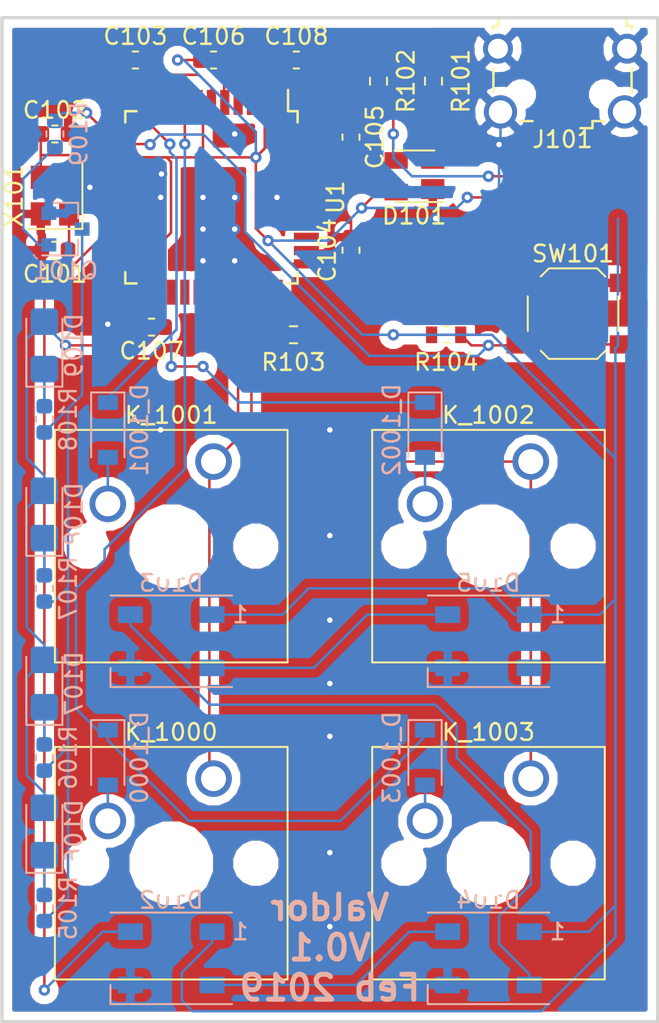
<source format=kicad_pcb>
(kicad_pcb (version 20171130) (host pcbnew 5.0.2)

  (general
    (thickness 1.6)
    (drawings 5)
    (tracks 345)
    (zones 0)
    (modules 39)
    (nets 53)
  )

  (page A4)
  (layers
    (0 F.Cu signal)
    (31 B.Cu signal)
    (32 B.Adhes user)
    (33 F.Adhes user)
    (34 B.Paste user)
    (35 F.Paste user)
    (36 B.SilkS user)
    (37 F.SilkS user)
    (38 B.Mask user)
    (39 F.Mask user)
    (40 Dwgs.User user)
    (41 Cmts.User user)
    (42 Eco1.User user)
    (43 Eco2.User user)
    (44 Edge.Cuts user)
    (45 Margin user)
    (46 B.CrtYd user)
    (47 F.CrtYd user)
    (48 B.Fab user hide)
    (49 F.Fab user hide)
  )

  (setup
    (last_trace_width 0.1524)
    (trace_clearance 0.1524)
    (zone_clearance 0.508)
    (zone_45_only no)
    (trace_min 0.1524)
    (segment_width 0.2)
    (edge_width 0.15)
    (via_size 0.6858)
    (via_drill 0.3302)
    (via_min_size 0.6858)
    (via_min_drill 0.3302)
    (uvia_size 0.6858)
    (uvia_drill 0.3302)
    (uvias_allowed no)
    (uvia_min_size 0.2)
    (uvia_min_drill 0.1)
    (pcb_text_width 0.3)
    (pcb_text_size 1.5 1.5)
    (mod_edge_width 0.15)
    (mod_text_size 1 1)
    (mod_text_width 0.15)
    (pad_size 1.016 1.25)
    (pad_drill 0.55)
    (pad_to_mask_clearance 0.2)
    (solder_mask_min_width 0.25)
    (aux_axis_origin 0 0)
    (grid_origin 71.75 40)
    (visible_elements FFFFFF7F)
    (pcbplotparams
      (layerselection 0x010f0_ffffffff)
      (usegerberextensions true)
      (usegerberattributes false)
      (usegerberadvancedattributes false)
      (creategerberjobfile false)
      (excludeedgelayer true)
      (linewidth 0.100000)
      (plotframeref false)
      (viasonmask false)
      (mode 1)
      (useauxorigin false)
      (hpglpennumber 1)
      (hpglpenspeed 20)
      (hpglpendiameter 15.000000)
      (psnegative false)
      (psa4output false)
      (plotreference true)
      (plotvalue true)
      (plotinvisibletext false)
      (padsonsilk false)
      (subtractmaskfromsilk false)
      (outputformat 1)
      (mirror false)
      (drillshape 0)
      (scaleselection 1)
      (outputdirectory "gerbers/"))
  )

  (net 0 "")
  (net 1 /row0)
  (net 2 /row1)
  (net 3 /col1)
  (net 4 /col0)
  (net 5 GND)
  (net 6 VCC)
  (net 7 "Net-(D_1000-Pad2)")
  (net 8 "Net-(D_1001-Pad2)")
  (net 9 "Net-(R104-Pad1)")
  (net 10 "Net-(R103-Pad2)")
  (net 11 "Net-(U1-Pad36)")
  (net 12 /xtal2)
  (net 13 /xtal1)
  (net 14 /D-)
  (net 15 /D+)
  (net 16 /Du-)
  (net 17 /Du+)
  (net 18 /Ucap)
  (net 19 "Net-(J101-Pad4)")
  (net 20 "Net-(U1-Pad1)")
  (net 21 "Net-(U1-Pad9)")
  (net 22 "Net-(U1-Pad10)")
  (net 23 "Net-(U1-Pad18)")
  (net 24 "Net-(U1-Pad19)")
  (net 25 "Net-(U1-Pad22)")
  (net 26 "Net-(U1-Pad25)")
  (net 27 "Net-(U1-Pad26)")
  (net 28 "Net-(U1-Pad27)")
  (net 29 "Net-(U1-Pad28)")
  (net 30 "Net-(U1-Pad29)")
  (net 31 "Net-(U1-Pad32)")
  (net 32 "Net-(U1-Pad37)")
  (net 33 "Net-(U1-Pad38)")
  (net 34 "Net-(U1-Pad39)")
  (net 35 "Net-(U1-Pad40)")
  (net 36 "Net-(U1-Pad41)")
  (net 37 "Net-(U1-Pad42)")
  (net 38 "Net-(D_1002-Pad2)")
  (net 39 "Net-(D_1003-Pad2)")
  (net 40 "Net-(U1-Pad21)")
  (net 41 /RGBLED)
  (net 42 "Net-(D102-Pad2)")
  (net 43 "Net-(D103-Pad2)")
  (net 44 "Net-(D103-Pad4)")
  (net 45 "Net-(D105-Pad2)")
  (net 46 "Net-(Q101-Pad3)")
  (net 47 "Net-(D109-Pad1)")
  (net 48 "Net-(D108-Pad1)")
  (net 49 "Net-(D107-Pad1)")
  (net 50 "Net-(D106-Pad1)")
  (net 51 "Net-(Q101-Pad1)")
  (net 52 /LED)

  (net_class Default "This is the default net class."
    (clearance 0.1524)
    (trace_width 0.1524)
    (via_dia 0.6858)
    (via_drill 0.3302)
    (uvia_dia 0.6858)
    (uvia_drill 0.3302)
    (diff_pair_gap 0.1524)
    (diff_pair_width 0.1524)
    (add_net /D+)
    (add_net /D-)
    (add_net /Du+)
    (add_net /Du-)
    (add_net /LED)
    (add_net /RGBLED)
    (add_net /Ucap)
    (add_net /col0)
    (add_net /col1)
    (add_net /row0)
    (add_net /row1)
    (add_net /xtal1)
    (add_net /xtal2)
    (add_net GND)
    (add_net "Net-(D102-Pad2)")
    (add_net "Net-(D103-Pad2)")
    (add_net "Net-(D103-Pad4)")
    (add_net "Net-(D105-Pad2)")
    (add_net "Net-(D106-Pad1)")
    (add_net "Net-(D107-Pad1)")
    (add_net "Net-(D108-Pad1)")
    (add_net "Net-(D109-Pad1)")
    (add_net "Net-(D_1000-Pad2)")
    (add_net "Net-(D_1001-Pad2)")
    (add_net "Net-(D_1002-Pad2)")
    (add_net "Net-(D_1003-Pad2)")
    (add_net "Net-(J101-Pad4)")
    (add_net "Net-(Q101-Pad1)")
    (add_net "Net-(Q101-Pad3)")
    (add_net "Net-(R103-Pad2)")
    (add_net "Net-(R104-Pad1)")
    (add_net "Net-(U1-Pad1)")
    (add_net "Net-(U1-Pad10)")
    (add_net "Net-(U1-Pad18)")
    (add_net "Net-(U1-Pad19)")
    (add_net "Net-(U1-Pad21)")
    (add_net "Net-(U1-Pad22)")
    (add_net "Net-(U1-Pad25)")
    (add_net "Net-(U1-Pad26)")
    (add_net "Net-(U1-Pad27)")
    (add_net "Net-(U1-Pad28)")
    (add_net "Net-(U1-Pad29)")
    (add_net "Net-(U1-Pad32)")
    (add_net "Net-(U1-Pad36)")
    (add_net "Net-(U1-Pad37)")
    (add_net "Net-(U1-Pad38)")
    (add_net "Net-(U1-Pad39)")
    (add_net "Net-(U1-Pad40)")
    (add_net "Net-(U1-Pad41)")
    (add_net "Net-(U1-Pad42)")
    (add_net "Net-(U1-Pad9)")
    (add_net VCC)
  )

  (module LED_SMD:LED_1206_3216Metric_Castellated (layer B.Cu) (tedit 5B301BBE) (tstamp 5C930C18)
    (at 33.015 121.915 90)
    (descr "LED SMD 1206 (3216 Metric), castellated end terminal, IPC_7351 nominal, (Body size source: http://www.tortai-tech.com/upload/download/2011102023233369053.pdf), generated with kicad-footprint-generator")
    (tags "LED castellated")
    (path /5C76D590)
    (attr smd)
    (fp_text reference D107 (at 0 1.78 90) (layer B.SilkS)
      (effects (font (size 1 1) (thickness 0.15)) (justify mirror))
    )
    (fp_text value LED (at 0 -1.78 90) (layer B.Fab)
      (effects (font (size 1 1) (thickness 0.15)) (justify mirror))
    )
    (fp_text user %R (at 0 0 90) (layer B.Fab)
      (effects (font (size 0.8 0.8) (thickness 0.12)) (justify mirror))
    )
    (fp_line (start 2.48 -1.08) (end -2.48 -1.08) (layer B.CrtYd) (width 0.05))
    (fp_line (start 2.48 1.08) (end 2.48 -1.08) (layer B.CrtYd) (width 0.05))
    (fp_line (start -2.48 1.08) (end 2.48 1.08) (layer B.CrtYd) (width 0.05))
    (fp_line (start -2.48 -1.08) (end -2.48 1.08) (layer B.CrtYd) (width 0.05))
    (fp_line (start -2.485 -1.085) (end 1.6 -1.085) (layer B.SilkS) (width 0.12))
    (fp_line (start -2.485 1.085) (end -2.485 -1.085) (layer B.SilkS) (width 0.12))
    (fp_line (start 1.6 1.085) (end -2.485 1.085) (layer B.SilkS) (width 0.12))
    (fp_line (start 1.6 -0.8) (end 1.6 0.8) (layer B.Fab) (width 0.1))
    (fp_line (start -1.6 -0.8) (end 1.6 -0.8) (layer B.Fab) (width 0.1))
    (fp_line (start -1.6 0.4) (end -1.6 -0.8) (layer B.Fab) (width 0.1))
    (fp_line (start -1.2 0.8) (end -1.6 0.4) (layer B.Fab) (width 0.1))
    (fp_line (start 1.6 0.8) (end -1.2 0.8) (layer B.Fab) (width 0.1))
    (pad 2 smd roundrect (at 1.425 0 90) (size 1.6 1.65) (layers B.Cu B.Paste B.Mask) (roundrect_rratio 0.15625)
      (net 6 VCC))
    (pad 1 smd roundrect (at -1.425 0 90) (size 1.6 1.65) (layers B.Cu B.Paste B.Mask) (roundrect_rratio 0.15625)
      (net 49 "Net-(D107-Pad1)"))
    (model ${KISYS3DMOD}/LED_SMD.3dshapes/LED_1206_3216Metric_Castellated.wrl
      (at (xyz 0 0 0))
      (scale (xyz 1 1 1))
      (rotate (xyz 0 0 0))
    )
  )

  (module LED_SMD:LED_1206_3216Metric_Castellated (layer B.Cu) (tedit 5B301BBE) (tstamp 5C930950)
    (at 33.015 130.805 90)
    (descr "LED SMD 1206 (3216 Metric), castellated end terminal, IPC_7351 nominal, (Body size source: http://www.tortai-tech.com/upload/download/2011102023233369053.pdf), generated with kicad-footprint-generator")
    (tags "LED castellated")
    (path /5C76D484)
    (attr smd)
    (fp_text reference D106 (at 0 1.78 90) (layer B.SilkS)
      (effects (font (size 1 1) (thickness 0.15)) (justify mirror))
    )
    (fp_text value LED (at 0 -1.78 90) (layer B.Fab)
      (effects (font (size 1 1) (thickness 0.15)) (justify mirror))
    )
    (fp_line (start 1.6 0.8) (end -1.2 0.8) (layer B.Fab) (width 0.1))
    (fp_line (start -1.2 0.8) (end -1.6 0.4) (layer B.Fab) (width 0.1))
    (fp_line (start -1.6 0.4) (end -1.6 -0.8) (layer B.Fab) (width 0.1))
    (fp_line (start -1.6 -0.8) (end 1.6 -0.8) (layer B.Fab) (width 0.1))
    (fp_line (start 1.6 -0.8) (end 1.6 0.8) (layer B.Fab) (width 0.1))
    (fp_line (start 1.6 1.085) (end -2.485 1.085) (layer B.SilkS) (width 0.12))
    (fp_line (start -2.485 1.085) (end -2.485 -1.085) (layer B.SilkS) (width 0.12))
    (fp_line (start -2.485 -1.085) (end 1.6 -1.085) (layer B.SilkS) (width 0.12))
    (fp_line (start -2.48 -1.08) (end -2.48 1.08) (layer B.CrtYd) (width 0.05))
    (fp_line (start -2.48 1.08) (end 2.48 1.08) (layer B.CrtYd) (width 0.05))
    (fp_line (start 2.48 1.08) (end 2.48 -1.08) (layer B.CrtYd) (width 0.05))
    (fp_line (start 2.48 -1.08) (end -2.48 -1.08) (layer B.CrtYd) (width 0.05))
    (fp_text user %R (at 0 0 90) (layer B.Fab)
      (effects (font (size 0.8 0.8) (thickness 0.12)) (justify mirror))
    )
    (pad 1 smd roundrect (at -1.425 0 90) (size 1.6 1.65) (layers B.Cu B.Paste B.Mask) (roundrect_rratio 0.15625)
      (net 50 "Net-(D106-Pad1)"))
    (pad 2 smd roundrect (at 1.425 0 90) (size 1.6 1.65) (layers B.Cu B.Paste B.Mask) (roundrect_rratio 0.15625)
      (net 6 VCC))
    (model ${KISYS3DMOD}/LED_SMD.3dshapes/LED_1206_3216Metric_Castellated.wrl
      (at (xyz 0 0 0))
      (scale (xyz 1 1 1))
      (rotate (xyz 0 0 0))
    )
  )

  (module LED_SMD:LED_1206_3216Metric_Castellated (layer B.Cu) (tedit 5B301BBE) (tstamp 5C930905)
    (at 33.015 111.755 90)
    (descr "LED SMD 1206 (3216 Metric), castellated end terminal, IPC_7351 nominal, (Body size source: http://www.tortai-tech.com/upload/download/2011102023233369053.pdf), generated with kicad-footprint-generator")
    (tags "LED castellated")
    (path /5C76F8D8)
    (attr smd)
    (fp_text reference D108 (at 0 1.78 90) (layer B.SilkS)
      (effects (font (size 1 1) (thickness 0.15)) (justify mirror))
    )
    (fp_text value LED (at 0 -1.78 90) (layer B.Fab)
      (effects (font (size 1 1) (thickness 0.15)) (justify mirror))
    )
    (fp_text user %R (at 0 0 90) (layer B.Fab)
      (effects (font (size 0.8 0.8) (thickness 0.12)) (justify mirror))
    )
    (fp_line (start 2.48 -1.08) (end -2.48 -1.08) (layer B.CrtYd) (width 0.05))
    (fp_line (start 2.48 1.08) (end 2.48 -1.08) (layer B.CrtYd) (width 0.05))
    (fp_line (start -2.48 1.08) (end 2.48 1.08) (layer B.CrtYd) (width 0.05))
    (fp_line (start -2.48 -1.08) (end -2.48 1.08) (layer B.CrtYd) (width 0.05))
    (fp_line (start -2.485 -1.085) (end 1.6 -1.085) (layer B.SilkS) (width 0.12))
    (fp_line (start -2.485 1.085) (end -2.485 -1.085) (layer B.SilkS) (width 0.12))
    (fp_line (start 1.6 1.085) (end -2.485 1.085) (layer B.SilkS) (width 0.12))
    (fp_line (start 1.6 -0.8) (end 1.6 0.8) (layer B.Fab) (width 0.1))
    (fp_line (start -1.6 -0.8) (end 1.6 -0.8) (layer B.Fab) (width 0.1))
    (fp_line (start -1.6 0.4) (end -1.6 -0.8) (layer B.Fab) (width 0.1))
    (fp_line (start -1.2 0.8) (end -1.6 0.4) (layer B.Fab) (width 0.1))
    (fp_line (start 1.6 0.8) (end -1.2 0.8) (layer B.Fab) (width 0.1))
    (pad 2 smd roundrect (at 1.425 0 90) (size 1.6 1.65) (layers B.Cu B.Paste B.Mask) (roundrect_rratio 0.15625)
      (net 6 VCC))
    (pad 1 smd roundrect (at -1.425 0 90) (size 1.6 1.65) (layers B.Cu B.Paste B.Mask) (roundrect_rratio 0.15625)
      (net 48 "Net-(D108-Pad1)"))
    (model ${KISYS3DMOD}/LED_SMD.3dshapes/LED_1206_3216Metric_Castellated.wrl
      (at (xyz 0 0 0))
      (scale (xyz 1 1 1))
      (rotate (xyz 0 0 0))
    )
  )

  (module LED_SMD:LED_1206_3216Metric_Castellated (layer B.Cu) (tedit 5B301BBE) (tstamp 5C930A22)
    (at 33.015 101.595 90)
    (descr "LED SMD 1206 (3216 Metric), castellated end terminal, IPC_7351 nominal, (Body size source: http://www.tortai-tech.com/upload/download/2011102023233369053.pdf), generated with kicad-footprint-generator")
    (tags "LED castellated")
    (path /5C771C04)
    (attr smd)
    (fp_text reference D109 (at 0 1.78 90) (layer B.SilkS)
      (effects (font (size 1 1) (thickness 0.15)) (justify mirror))
    )
    (fp_text value LED (at 0 -1.78 90) (layer B.Fab)
      (effects (font (size 1 1) (thickness 0.15)) (justify mirror))
    )
    (fp_line (start 1.6 0.8) (end -1.2 0.8) (layer B.Fab) (width 0.1))
    (fp_line (start -1.2 0.8) (end -1.6 0.4) (layer B.Fab) (width 0.1))
    (fp_line (start -1.6 0.4) (end -1.6 -0.8) (layer B.Fab) (width 0.1))
    (fp_line (start -1.6 -0.8) (end 1.6 -0.8) (layer B.Fab) (width 0.1))
    (fp_line (start 1.6 -0.8) (end 1.6 0.8) (layer B.Fab) (width 0.1))
    (fp_line (start 1.6 1.085) (end -2.485 1.085) (layer B.SilkS) (width 0.12))
    (fp_line (start -2.485 1.085) (end -2.485 -1.085) (layer B.SilkS) (width 0.12))
    (fp_line (start -2.485 -1.085) (end 1.6 -1.085) (layer B.SilkS) (width 0.12))
    (fp_line (start -2.48 -1.08) (end -2.48 1.08) (layer B.CrtYd) (width 0.05))
    (fp_line (start -2.48 1.08) (end 2.48 1.08) (layer B.CrtYd) (width 0.05))
    (fp_line (start 2.48 1.08) (end 2.48 -1.08) (layer B.CrtYd) (width 0.05))
    (fp_line (start 2.48 -1.08) (end -2.48 -1.08) (layer B.CrtYd) (width 0.05))
    (fp_text user %R (at 0 0 90) (layer B.Fab)
      (effects (font (size 0.8 0.8) (thickness 0.12)) (justify mirror))
    )
    (pad 1 smd roundrect (at -1.425 0 90) (size 1.6 1.65) (layers B.Cu B.Paste B.Mask) (roundrect_rratio 0.15625)
      (net 47 "Net-(D109-Pad1)"))
    (pad 2 smd roundrect (at 1.425 0 90) (size 1.6 1.65) (layers B.Cu B.Paste B.Mask) (roundrect_rratio 0.15625)
      (net 6 VCC))
    (model ${KISYS3DMOD}/LED_SMD.3dshapes/LED_1206_3216Metric_Castellated.wrl
      (at (xyz 0 0 0))
      (scale (xyz 1 1 1))
      (rotate (xyz 0 0 0))
    )
  )

  (module Package_TO_SOT_SMD:SOT-23 (layer B.Cu) (tedit 5A02FF57) (tstamp 5C92F4C4)
    (at 34.285 94.61)
    (descr "SOT-23, Standard")
    (tags SOT-23)
    (path /5C76ACFA)
    (attr smd)
    (fp_text reference Q101 (at 0 2.5) (layer B.SilkS)
      (effects (font (size 1 1) (thickness 0.15)) (justify mirror))
    )
    (fp_text value 2N7002 (at 0 -2.5) (layer B.Fab)
      (effects (font (size 1 1) (thickness 0.15)) (justify mirror))
    )
    (fp_text user %R (at 0 0 -90) (layer B.Fab)
      (effects (font (size 0.5 0.5) (thickness 0.075)) (justify mirror))
    )
    (fp_line (start -0.7 0.95) (end -0.7 -1.5) (layer B.Fab) (width 0.1))
    (fp_line (start -0.15 1.52) (end 0.7 1.52) (layer B.Fab) (width 0.1))
    (fp_line (start -0.7 0.95) (end -0.15 1.52) (layer B.Fab) (width 0.1))
    (fp_line (start 0.7 1.52) (end 0.7 -1.52) (layer B.Fab) (width 0.1))
    (fp_line (start -0.7 -1.52) (end 0.7 -1.52) (layer B.Fab) (width 0.1))
    (fp_line (start 0.76 -1.58) (end 0.76 -0.65) (layer B.SilkS) (width 0.12))
    (fp_line (start 0.76 1.58) (end 0.76 0.65) (layer B.SilkS) (width 0.12))
    (fp_line (start -1.7 1.75) (end 1.7 1.75) (layer B.CrtYd) (width 0.05))
    (fp_line (start 1.7 1.75) (end 1.7 -1.75) (layer B.CrtYd) (width 0.05))
    (fp_line (start 1.7 -1.75) (end -1.7 -1.75) (layer B.CrtYd) (width 0.05))
    (fp_line (start -1.7 -1.75) (end -1.7 1.75) (layer B.CrtYd) (width 0.05))
    (fp_line (start 0.76 1.58) (end -1.4 1.58) (layer B.SilkS) (width 0.12))
    (fp_line (start 0.76 -1.58) (end -0.7 -1.58) (layer B.SilkS) (width 0.12))
    (pad 1 smd rect (at -1 0.95) (size 0.9 0.8) (layers B.Cu B.Paste B.Mask)
      (net 51 "Net-(Q101-Pad1)"))
    (pad 2 smd rect (at -1 -0.95) (size 0.9 0.8) (layers B.Cu B.Paste B.Mask)
      (net 5 GND))
    (pad 3 smd rect (at 1 0) (size 0.9 0.8) (layers B.Cu B.Paste B.Mask)
      (net 46 "Net-(Q101-Pad3)"))
    (model ${KISYS3DMOD}/Package_TO_SOT_SMD.3dshapes/SOT-23.wrl
      (at (xyz 0 0 0))
      (scale (xyz 1 1 1))
      (rotate (xyz 0 0 0))
    )
  )

  (module Resistor_SMD:R_0603_1608Metric (layer B.Cu) (tedit 5B301BBD) (tstamp 5C92F4AF)
    (at 33.65 88.895 90)
    (descr "Resistor SMD 0603 (1608 Metric), square (rectangular) end terminal, IPC_7351 nominal, (Body size source: http://www.tortai-tech.com/upload/download/2011102023233369053.pdf), generated with kicad-footprint-generator")
    (tags resistor)
    (path /5C79762C)
    (attr smd)
    (fp_text reference R109 (at 0 1.43 90) (layer B.SilkS)
      (effects (font (size 1 1) (thickness 0.15)) (justify mirror))
    )
    (fp_text value 1K (at 0 -1.43 90) (layer B.Fab)
      (effects (font (size 1 1) (thickness 0.15)) (justify mirror))
    )
    (fp_line (start -0.8 -0.4) (end -0.8 0.4) (layer B.Fab) (width 0.1))
    (fp_line (start -0.8 0.4) (end 0.8 0.4) (layer B.Fab) (width 0.1))
    (fp_line (start 0.8 0.4) (end 0.8 -0.4) (layer B.Fab) (width 0.1))
    (fp_line (start 0.8 -0.4) (end -0.8 -0.4) (layer B.Fab) (width 0.1))
    (fp_line (start -0.162779 0.51) (end 0.162779 0.51) (layer B.SilkS) (width 0.12))
    (fp_line (start -0.162779 -0.51) (end 0.162779 -0.51) (layer B.SilkS) (width 0.12))
    (fp_line (start -1.48 -0.73) (end -1.48 0.73) (layer B.CrtYd) (width 0.05))
    (fp_line (start -1.48 0.73) (end 1.48 0.73) (layer B.CrtYd) (width 0.05))
    (fp_line (start 1.48 0.73) (end 1.48 -0.73) (layer B.CrtYd) (width 0.05))
    (fp_line (start 1.48 -0.73) (end -1.48 -0.73) (layer B.CrtYd) (width 0.05))
    (fp_text user %R (at 0 0 90) (layer B.Fab)
      (effects (font (size 0.4 0.4) (thickness 0.06)) (justify mirror))
    )
    (pad 1 smd roundrect (at -0.7875 0 90) (size 0.875 0.95) (layers B.Cu B.Paste B.Mask) (roundrect_rratio 0.25)
      (net 51 "Net-(Q101-Pad1)"))
    (pad 2 smd roundrect (at 0.7875 0 90) (size 0.875 0.95) (layers B.Cu B.Paste B.Mask) (roundrect_rratio 0.25)
      (net 52 /LED))
    (model ${KISYS3DMOD}/Resistor_SMD.3dshapes/R_0603_1608Metric.wrl
      (at (xyz 0 0 0))
      (scale (xyz 1 1 1))
      (rotate (xyz 0 0 0))
    )
  )

  (module Resistor_SMD:R_0603_1608Metric (layer B.Cu) (tedit 5B301BBD) (tstamp 5C92F41E)
    (at 33.015 135.4025 90)
    (descr "Resistor SMD 0603 (1608 Metric), square (rectangular) end terminal, IPC_7351 nominal, (Body size source: http://www.tortai-tech.com/upload/download/2011102023233369053.pdf), generated with kicad-footprint-generator")
    (tags resistor)
    (path /5C773FDF)
    (attr smd)
    (fp_text reference R105 (at 0 1.43 90) (layer B.SilkS)
      (effects (font (size 1 1) (thickness 0.15)) (justify mirror))
    )
    (fp_text value 1K (at 0 -1.43 90) (layer B.Fab)
      (effects (font (size 1 1) (thickness 0.15)) (justify mirror))
    )
    (fp_text user %R (at 0 0 90) (layer B.Fab)
      (effects (font (size 0.4 0.4) (thickness 0.06)) (justify mirror))
    )
    (fp_line (start 1.48 -0.73) (end -1.48 -0.73) (layer B.CrtYd) (width 0.05))
    (fp_line (start 1.48 0.73) (end 1.48 -0.73) (layer B.CrtYd) (width 0.05))
    (fp_line (start -1.48 0.73) (end 1.48 0.73) (layer B.CrtYd) (width 0.05))
    (fp_line (start -1.48 -0.73) (end -1.48 0.73) (layer B.CrtYd) (width 0.05))
    (fp_line (start -0.162779 -0.51) (end 0.162779 -0.51) (layer B.SilkS) (width 0.12))
    (fp_line (start -0.162779 0.51) (end 0.162779 0.51) (layer B.SilkS) (width 0.12))
    (fp_line (start 0.8 -0.4) (end -0.8 -0.4) (layer B.Fab) (width 0.1))
    (fp_line (start 0.8 0.4) (end 0.8 -0.4) (layer B.Fab) (width 0.1))
    (fp_line (start -0.8 0.4) (end 0.8 0.4) (layer B.Fab) (width 0.1))
    (fp_line (start -0.8 -0.4) (end -0.8 0.4) (layer B.Fab) (width 0.1))
    (pad 2 smd roundrect (at 0.7875 0 90) (size 0.875 0.95) (layers B.Cu B.Paste B.Mask) (roundrect_rratio 0.25)
      (net 50 "Net-(D106-Pad1)"))
    (pad 1 smd roundrect (at -0.7875 0 90) (size 0.875 0.95) (layers B.Cu B.Paste B.Mask) (roundrect_rratio 0.25)
      (net 46 "Net-(Q101-Pad3)"))
    (model ${KISYS3DMOD}/Resistor_SMD.3dshapes/R_0603_1608Metric.wrl
      (at (xyz 0 0 0))
      (scale (xyz 1 1 1))
      (rotate (xyz 0 0 0))
    )
  )

  (module Resistor_SMD:R_0603_1608Metric (layer B.Cu) (tedit 5B301BBD) (tstamp 5C92F40D)
    (at 33.015 126.36 90)
    (descr "Resistor SMD 0603 (1608 Metric), square (rectangular) end terminal, IPC_7351 nominal, (Body size source: http://www.tortai-tech.com/upload/download/2011102023233369053.pdf), generated with kicad-footprint-generator")
    (tags resistor)
    (path /5C774153)
    (attr smd)
    (fp_text reference R106 (at 0 1.43 90) (layer B.SilkS)
      (effects (font (size 1 1) (thickness 0.15)) (justify mirror))
    )
    (fp_text value 1K (at 0 -1.43 90) (layer B.Fab)
      (effects (font (size 1 1) (thickness 0.15)) (justify mirror))
    )
    (fp_line (start -0.8 -0.4) (end -0.8 0.4) (layer B.Fab) (width 0.1))
    (fp_line (start -0.8 0.4) (end 0.8 0.4) (layer B.Fab) (width 0.1))
    (fp_line (start 0.8 0.4) (end 0.8 -0.4) (layer B.Fab) (width 0.1))
    (fp_line (start 0.8 -0.4) (end -0.8 -0.4) (layer B.Fab) (width 0.1))
    (fp_line (start -0.162779 0.51) (end 0.162779 0.51) (layer B.SilkS) (width 0.12))
    (fp_line (start -0.162779 -0.51) (end 0.162779 -0.51) (layer B.SilkS) (width 0.12))
    (fp_line (start -1.48 -0.73) (end -1.48 0.73) (layer B.CrtYd) (width 0.05))
    (fp_line (start -1.48 0.73) (end 1.48 0.73) (layer B.CrtYd) (width 0.05))
    (fp_line (start 1.48 0.73) (end 1.48 -0.73) (layer B.CrtYd) (width 0.05))
    (fp_line (start 1.48 -0.73) (end -1.48 -0.73) (layer B.CrtYd) (width 0.05))
    (fp_text user %R (at 0 0 90) (layer B.Fab)
      (effects (font (size 0.4 0.4) (thickness 0.06)) (justify mirror))
    )
    (pad 1 smd roundrect (at -0.7875 0 90) (size 0.875 0.95) (layers B.Cu B.Paste B.Mask) (roundrect_rratio 0.25)
      (net 46 "Net-(Q101-Pad3)"))
    (pad 2 smd roundrect (at 0.7875 0 90) (size 0.875 0.95) (layers B.Cu B.Paste B.Mask) (roundrect_rratio 0.25)
      (net 49 "Net-(D107-Pad1)"))
    (model ${KISYS3DMOD}/Resistor_SMD.3dshapes/R_0603_1608Metric.wrl
      (at (xyz 0 0 0))
      (scale (xyz 1 1 1))
      (rotate (xyz 0 0 0))
    )
  )

  (module Resistor_SMD:R_0603_1608Metric (layer B.Cu) (tedit 5B301BBD) (tstamp 5C92F3FC)
    (at 33.015 116.2 90)
    (descr "Resistor SMD 0603 (1608 Metric), square (rectangular) end terminal, IPC_7351 nominal, (Body size source: http://www.tortai-tech.com/upload/download/2011102023233369053.pdf), generated with kicad-footprint-generator")
    (tags resistor)
    (path /5C77647D)
    (attr smd)
    (fp_text reference R107 (at 0 1.43 90) (layer B.SilkS)
      (effects (font (size 1 1) (thickness 0.15)) (justify mirror))
    )
    (fp_text value 1K (at 0 -1.43 90) (layer B.Fab)
      (effects (font (size 1 1) (thickness 0.15)) (justify mirror))
    )
    (fp_text user %R (at 0 0 90) (layer B.Fab)
      (effects (font (size 0.4 0.4) (thickness 0.06)) (justify mirror))
    )
    (fp_line (start 1.48 -0.73) (end -1.48 -0.73) (layer B.CrtYd) (width 0.05))
    (fp_line (start 1.48 0.73) (end 1.48 -0.73) (layer B.CrtYd) (width 0.05))
    (fp_line (start -1.48 0.73) (end 1.48 0.73) (layer B.CrtYd) (width 0.05))
    (fp_line (start -1.48 -0.73) (end -1.48 0.73) (layer B.CrtYd) (width 0.05))
    (fp_line (start -0.162779 -0.51) (end 0.162779 -0.51) (layer B.SilkS) (width 0.12))
    (fp_line (start -0.162779 0.51) (end 0.162779 0.51) (layer B.SilkS) (width 0.12))
    (fp_line (start 0.8 -0.4) (end -0.8 -0.4) (layer B.Fab) (width 0.1))
    (fp_line (start 0.8 0.4) (end 0.8 -0.4) (layer B.Fab) (width 0.1))
    (fp_line (start -0.8 0.4) (end 0.8 0.4) (layer B.Fab) (width 0.1))
    (fp_line (start -0.8 -0.4) (end -0.8 0.4) (layer B.Fab) (width 0.1))
    (pad 2 smd roundrect (at 0.7875 0 90) (size 0.875 0.95) (layers B.Cu B.Paste B.Mask) (roundrect_rratio 0.25)
      (net 48 "Net-(D108-Pad1)"))
    (pad 1 smd roundrect (at -0.7875 0 90) (size 0.875 0.95) (layers B.Cu B.Paste B.Mask) (roundrect_rratio 0.25)
      (net 46 "Net-(Q101-Pad3)"))
    (model ${KISYS3DMOD}/Resistor_SMD.3dshapes/R_0603_1608Metric.wrl
      (at (xyz 0 0 0))
      (scale (xyz 1 1 1))
      (rotate (xyz 0 0 0))
    )
  )

  (module Resistor_SMD:R_0603_1608Metric (layer B.Cu) (tedit 5B301BBD) (tstamp 5C92F3EB)
    (at 33.015 106.04 90)
    (descr "Resistor SMD 0603 (1608 Metric), square (rectangular) end terminal, IPC_7351 nominal, (Body size source: http://www.tortai-tech.com/upload/download/2011102023233369053.pdf), generated with kicad-footprint-generator")
    (tags resistor)
    (path /5C7787A5)
    (attr smd)
    (fp_text reference R108 (at 0 1.43 90) (layer B.SilkS)
      (effects (font (size 1 1) (thickness 0.15)) (justify mirror))
    )
    (fp_text value 1K (at 0 -1.43 90) (layer B.Fab)
      (effects (font (size 1 1) (thickness 0.15)) (justify mirror))
    )
    (fp_text user %R (at 0 0 90) (layer B.Fab)
      (effects (font (size 0.4 0.4) (thickness 0.06)) (justify mirror))
    )
    (fp_line (start 1.48 -0.73) (end -1.48 -0.73) (layer B.CrtYd) (width 0.05))
    (fp_line (start 1.48 0.73) (end 1.48 -0.73) (layer B.CrtYd) (width 0.05))
    (fp_line (start -1.48 0.73) (end 1.48 0.73) (layer B.CrtYd) (width 0.05))
    (fp_line (start -1.48 -0.73) (end -1.48 0.73) (layer B.CrtYd) (width 0.05))
    (fp_line (start -0.162779 -0.51) (end 0.162779 -0.51) (layer B.SilkS) (width 0.12))
    (fp_line (start -0.162779 0.51) (end 0.162779 0.51) (layer B.SilkS) (width 0.12))
    (fp_line (start 0.8 -0.4) (end -0.8 -0.4) (layer B.Fab) (width 0.1))
    (fp_line (start 0.8 0.4) (end 0.8 -0.4) (layer B.Fab) (width 0.1))
    (fp_line (start -0.8 0.4) (end 0.8 0.4) (layer B.Fab) (width 0.1))
    (fp_line (start -0.8 -0.4) (end -0.8 0.4) (layer B.Fab) (width 0.1))
    (pad 2 smd roundrect (at 0.7875 0 90) (size 0.875 0.95) (layers B.Cu B.Paste B.Mask) (roundrect_rratio 0.25)
      (net 47 "Net-(D109-Pad1)"))
    (pad 1 smd roundrect (at -0.7875 0 90) (size 0.875 0.95) (layers B.Cu B.Paste B.Mask) (roundrect_rratio 0.25)
      (net 46 "Net-(Q101-Pad3)"))
    (model ${KISYS3DMOD}/Resistor_SMD.3dshapes/R_0603_1608Metric.wrl
      (at (xyz 0 0 0))
      (scale (xyz 1 1 1))
      (rotate (xyz 0 0 0))
    )
  )

  (module LED_SMD:LED_WS2812B_PLCC4_5.0x5.0mm_P3.2mm (layer B.Cu) (tedit 5AA4B285) (tstamp 5C87E86A)
    (at 59.685 119.375 180)
    (descr https://cdn-shop.adafruit.com/datasheets/WS2812B.pdf)
    (tags "LED RGB NeoPixel")
    (path /5C74B3EC)
    (attr smd)
    (fp_text reference D105 (at 0 3.5 180) (layer B.SilkS)
      (effects (font (size 1 1) (thickness 0.15)) (justify mirror))
    )
    (fp_text value WS2812B (at 0 -4 180) (layer B.Fab)
      (effects (font (size 1 1) (thickness 0.15)) (justify mirror))
    )
    (fp_circle (center 0 0) (end 0 2) (layer B.Fab) (width 0.1))
    (fp_line (start 3.65 -2.75) (end 3.65 -1.6) (layer B.SilkS) (width 0.12))
    (fp_line (start -3.65 -2.75) (end 3.65 -2.75) (layer B.SilkS) (width 0.12))
    (fp_line (start -3.65 2.75) (end 3.65 2.75) (layer B.SilkS) (width 0.12))
    (fp_line (start 2.5 2.5) (end -2.5 2.5) (layer B.Fab) (width 0.1))
    (fp_line (start 2.5 -2.5) (end 2.5 2.5) (layer B.Fab) (width 0.1))
    (fp_line (start -2.5 -2.5) (end 2.5 -2.5) (layer B.Fab) (width 0.1))
    (fp_line (start -2.5 2.5) (end -2.5 -2.5) (layer B.Fab) (width 0.1))
    (fp_line (start 2.5 -1.5) (end 1.5 -2.5) (layer B.Fab) (width 0.1))
    (fp_line (start -3.45 2.75) (end -3.45 -2.75) (layer B.CrtYd) (width 0.05))
    (fp_line (start -3.45 -2.75) (end 3.45 -2.75) (layer B.CrtYd) (width 0.05))
    (fp_line (start 3.45 -2.75) (end 3.45 2.75) (layer B.CrtYd) (width 0.05))
    (fp_line (start 3.45 2.75) (end -3.45 2.75) (layer B.CrtYd) (width 0.05))
    (fp_text user %R (at 0 0 180) (layer B.Fab)
      (effects (font (size 0.8 0.8) (thickness 0.15)) (justify mirror))
    )
    (fp_text user 1 (at -4.15 1.6 180) (layer B.SilkS)
      (effects (font (size 1 1) (thickness 0.15)) (justify mirror))
    )
    (pad 1 smd rect (at -2.45 1.6 180) (size 1.5 1) (layers B.Cu B.Paste B.Mask)
      (net 6 VCC))
    (pad 2 smd rect (at -2.45 -1.6 180) (size 1.5 1) (layers B.Cu B.Paste B.Mask)
      (net 45 "Net-(D105-Pad2)"))
    (pad 4 smd rect (at 2.45 1.6 180) (size 1.5 1) (layers B.Cu B.Paste B.Mask)
      (net 43 "Net-(D103-Pad2)"))
    (pad 3 smd rect (at 2.45 -1.6 180) (size 1.5 1) (layers B.Cu B.Paste B.Mask)
      (net 5 GND))
    (model ${KISYS3DMOD}/LED_SMD.3dshapes/LED_WS2812B_PLCC4_5.0x5.0mm_P3.2mm.wrl
      (at (xyz 0 0 0))
      (scale (xyz 1 1 1))
      (rotate (xyz 0 0 0))
    )
  )

  (module LED_SMD:LED_WS2812B_PLCC4_5.0x5.0mm_P3.2mm (layer B.Cu) (tedit 5AA4B285) (tstamp 5C87E853)
    (at 59.685 138.425 180)
    (descr https://cdn-shop.adafruit.com/datasheets/WS2812B.pdf)
    (tags "LED RGB NeoPixel")
    (path /5C74B2C6)
    (attr smd)
    (fp_text reference D104 (at 0 3.5 180) (layer B.SilkS)
      (effects (font (size 1 1) (thickness 0.15)) (justify mirror))
    )
    (fp_text value WS2812B (at 0 -4 180) (layer B.Fab)
      (effects (font (size 1 1) (thickness 0.15)) (justify mirror))
    )
    (fp_text user 1 (at -4.15 1.6 180) (layer B.SilkS)
      (effects (font (size 1 1) (thickness 0.15)) (justify mirror))
    )
    (fp_text user %R (at 0 0 180) (layer B.Fab)
      (effects (font (size 0.8 0.8) (thickness 0.15)) (justify mirror))
    )
    (fp_line (start 3.45 2.75) (end -3.45 2.75) (layer B.CrtYd) (width 0.05))
    (fp_line (start 3.45 -2.75) (end 3.45 2.75) (layer B.CrtYd) (width 0.05))
    (fp_line (start -3.45 -2.75) (end 3.45 -2.75) (layer B.CrtYd) (width 0.05))
    (fp_line (start -3.45 2.75) (end -3.45 -2.75) (layer B.CrtYd) (width 0.05))
    (fp_line (start 2.5 -1.5) (end 1.5 -2.5) (layer B.Fab) (width 0.1))
    (fp_line (start -2.5 2.5) (end -2.5 -2.5) (layer B.Fab) (width 0.1))
    (fp_line (start -2.5 -2.5) (end 2.5 -2.5) (layer B.Fab) (width 0.1))
    (fp_line (start 2.5 -2.5) (end 2.5 2.5) (layer B.Fab) (width 0.1))
    (fp_line (start 2.5 2.5) (end -2.5 2.5) (layer B.Fab) (width 0.1))
    (fp_line (start -3.65 2.75) (end 3.65 2.75) (layer B.SilkS) (width 0.12))
    (fp_line (start -3.65 -2.75) (end 3.65 -2.75) (layer B.SilkS) (width 0.12))
    (fp_line (start 3.65 -2.75) (end 3.65 -1.6) (layer B.SilkS) (width 0.12))
    (fp_circle (center 0 0) (end 0 2) (layer B.Fab) (width 0.1))
    (pad 3 smd rect (at 2.45 -1.6 180) (size 1.5 1) (layers B.Cu B.Paste B.Mask)
      (net 5 GND))
    (pad 4 smd rect (at 2.45 1.6 180) (size 1.5 1) (layers B.Cu B.Paste B.Mask)
      (net 42 "Net-(D102-Pad2)"))
    (pad 2 smd rect (at -2.45 -1.6 180) (size 1.5 1) (layers B.Cu B.Paste B.Mask)
      (net 44 "Net-(D103-Pad4)"))
    (pad 1 smd rect (at -2.45 1.6 180) (size 1.5 1) (layers B.Cu B.Paste B.Mask)
      (net 6 VCC))
    (model ${KISYS3DMOD}/LED_SMD.3dshapes/LED_WS2812B_PLCC4_5.0x5.0mm_P3.2mm.wrl
      (at (xyz 0 0 0))
      (scale (xyz 1 1 1))
      (rotate (xyz 0 0 0))
    )
  )

  (module LED_SMD:LED_WS2812B_PLCC4_5.0x5.0mm_P3.2mm (layer B.Cu) (tedit 5AA4B285) (tstamp 5C87E83C)
    (at 40.635 119.375 180)
    (descr https://cdn-shop.adafruit.com/datasheets/WS2812B.pdf)
    (tags "LED RGB NeoPixel")
    (path /5C74B1D9)
    (attr smd)
    (fp_text reference D103 (at 0 3.5 180) (layer B.SilkS)
      (effects (font (size 1 1) (thickness 0.15)) (justify mirror))
    )
    (fp_text value WS2812B (at 0 -4 180) (layer B.Fab)
      (effects (font (size 1 1) (thickness 0.15)) (justify mirror))
    )
    (fp_circle (center 0 0) (end 0 2) (layer B.Fab) (width 0.1))
    (fp_line (start 3.65 -2.75) (end 3.65 -1.6) (layer B.SilkS) (width 0.12))
    (fp_line (start -3.65 -2.75) (end 3.65 -2.75) (layer B.SilkS) (width 0.12))
    (fp_line (start -3.65 2.75) (end 3.65 2.75) (layer B.SilkS) (width 0.12))
    (fp_line (start 2.5 2.5) (end -2.5 2.5) (layer B.Fab) (width 0.1))
    (fp_line (start 2.5 -2.5) (end 2.5 2.5) (layer B.Fab) (width 0.1))
    (fp_line (start -2.5 -2.5) (end 2.5 -2.5) (layer B.Fab) (width 0.1))
    (fp_line (start -2.5 2.5) (end -2.5 -2.5) (layer B.Fab) (width 0.1))
    (fp_line (start 2.5 -1.5) (end 1.5 -2.5) (layer B.Fab) (width 0.1))
    (fp_line (start -3.45 2.75) (end -3.45 -2.75) (layer B.CrtYd) (width 0.05))
    (fp_line (start -3.45 -2.75) (end 3.45 -2.75) (layer B.CrtYd) (width 0.05))
    (fp_line (start 3.45 -2.75) (end 3.45 2.75) (layer B.CrtYd) (width 0.05))
    (fp_line (start 3.45 2.75) (end -3.45 2.75) (layer B.CrtYd) (width 0.05))
    (fp_text user %R (at 0 0 180) (layer B.Fab)
      (effects (font (size 0.8 0.8) (thickness 0.15)) (justify mirror))
    )
    (fp_text user 1 (at -4.15 1.6 180) (layer B.SilkS)
      (effects (font (size 1 1) (thickness 0.15)) (justify mirror))
    )
    (pad 1 smd rect (at -2.45 1.6 180) (size 1.5 1) (layers B.Cu B.Paste B.Mask)
      (net 6 VCC))
    (pad 2 smd rect (at -2.45 -1.6 180) (size 1.5 1) (layers B.Cu B.Paste B.Mask)
      (net 43 "Net-(D103-Pad2)"))
    (pad 4 smd rect (at 2.45 1.6 180) (size 1.5 1) (layers B.Cu B.Paste B.Mask)
      (net 44 "Net-(D103-Pad4)"))
    (pad 3 smd rect (at 2.45 -1.6 180) (size 1.5 1) (layers B.Cu B.Paste B.Mask)
      (net 5 GND))
    (model ${KISYS3DMOD}/LED_SMD.3dshapes/LED_WS2812B_PLCC4_5.0x5.0mm_P3.2mm.wrl
      (at (xyz 0 0 0))
      (scale (xyz 1 1 1))
      (rotate (xyz 0 0 0))
    )
  )

  (module LED_SMD:LED_WS2812B_PLCC4_5.0x5.0mm_P3.2mm (layer B.Cu) (tedit 5AA4B285) (tstamp 5C87E825)
    (at 40.635 138.425 180)
    (descr https://cdn-shop.adafruit.com/datasheets/WS2812B.pdf)
    (tags "LED RGB NeoPixel")
    (path /5C74B12B)
    (attr smd)
    (fp_text reference D102 (at 0 3.5 180) (layer B.SilkS)
      (effects (font (size 1 1) (thickness 0.15)) (justify mirror))
    )
    (fp_text value WS2812B (at 0 -4 180) (layer B.Fab)
      (effects (font (size 1 1) (thickness 0.15)) (justify mirror))
    )
    (fp_text user 1 (at -4.15 1.6 180) (layer B.SilkS)
      (effects (font (size 1 1) (thickness 0.15)) (justify mirror))
    )
    (fp_text user %R (at 0 0 180) (layer B.Fab)
      (effects (font (size 0.8 0.8) (thickness 0.15)) (justify mirror))
    )
    (fp_line (start 3.45 2.75) (end -3.45 2.75) (layer B.CrtYd) (width 0.05))
    (fp_line (start 3.45 -2.75) (end 3.45 2.75) (layer B.CrtYd) (width 0.05))
    (fp_line (start -3.45 -2.75) (end 3.45 -2.75) (layer B.CrtYd) (width 0.05))
    (fp_line (start -3.45 2.75) (end -3.45 -2.75) (layer B.CrtYd) (width 0.05))
    (fp_line (start 2.5 -1.5) (end 1.5 -2.5) (layer B.Fab) (width 0.1))
    (fp_line (start -2.5 2.5) (end -2.5 -2.5) (layer B.Fab) (width 0.1))
    (fp_line (start -2.5 -2.5) (end 2.5 -2.5) (layer B.Fab) (width 0.1))
    (fp_line (start 2.5 -2.5) (end 2.5 2.5) (layer B.Fab) (width 0.1))
    (fp_line (start 2.5 2.5) (end -2.5 2.5) (layer B.Fab) (width 0.1))
    (fp_line (start -3.65 2.75) (end 3.65 2.75) (layer B.SilkS) (width 0.12))
    (fp_line (start -3.65 -2.75) (end 3.65 -2.75) (layer B.SilkS) (width 0.12))
    (fp_line (start 3.65 -2.75) (end 3.65 -1.6) (layer B.SilkS) (width 0.12))
    (fp_circle (center 0 0) (end 0 2) (layer B.Fab) (width 0.1))
    (pad 3 smd rect (at 2.45 -1.6 180) (size 1.5 1) (layers B.Cu B.Paste B.Mask)
      (net 5 GND))
    (pad 4 smd rect (at 2.45 1.6 180) (size 1.5 1) (layers B.Cu B.Paste B.Mask)
      (net 41 /RGBLED))
    (pad 2 smd rect (at -2.45 -1.6 180) (size 1.5 1) (layers B.Cu B.Paste B.Mask)
      (net 42 "Net-(D102-Pad2)"))
    (pad 1 smd rect (at -2.45 1.6 180) (size 1.5 1) (layers B.Cu B.Paste B.Mask)
      (net 6 VCC))
    (model ${KISYS3DMOD}/LED_SMD.3dshapes/LED_WS2812B_PLCC4_5.0x5.0mm_P3.2mm.wrl
      (at (xyz 0 0 0))
      (scale (xyz 1 1 1))
      (rotate (xyz 0 0 0))
    )
  )

  (module Capacitor_SMD:C_0603_1608Metric (layer F.Cu) (tedit 5B301BBE) (tstamp 5C8728D9)
    (at 39.45 100.5 180)
    (descr "Capacitor SMD 0603 (1608 Metric), square (rectangular) end terminal, IPC_7351 nominal, (Body size source: http://www.tortai-tech.com/upload/download/2011102023233369053.pdf), generated with kicad-footprint-generator")
    (tags capacitor)
    (path /5B92F482)
    (attr smd)
    (fp_text reference C107 (at 0 -1.43 180) (layer F.SilkS)
      (effects (font (size 1 1) (thickness 0.15)))
    )
    (fp_text value 0.1u (at 0 1.43 180) (layer F.Fab)
      (effects (font (size 1 1) (thickness 0.15)))
    )
    (fp_text user %R (at 0 0 180) (layer F.Fab)
      (effects (font (size 0.4 0.4) (thickness 0.06)))
    )
    (fp_line (start 1.48 0.73) (end -1.48 0.73) (layer F.CrtYd) (width 0.05))
    (fp_line (start 1.48 -0.73) (end 1.48 0.73) (layer F.CrtYd) (width 0.05))
    (fp_line (start -1.48 -0.73) (end 1.48 -0.73) (layer F.CrtYd) (width 0.05))
    (fp_line (start -1.48 0.73) (end -1.48 -0.73) (layer F.CrtYd) (width 0.05))
    (fp_line (start -0.162779 0.51) (end 0.162779 0.51) (layer F.SilkS) (width 0.12))
    (fp_line (start -0.162779 -0.51) (end 0.162779 -0.51) (layer F.SilkS) (width 0.12))
    (fp_line (start 0.8 0.4) (end -0.8 0.4) (layer F.Fab) (width 0.1))
    (fp_line (start 0.8 -0.4) (end 0.8 0.4) (layer F.Fab) (width 0.1))
    (fp_line (start -0.8 -0.4) (end 0.8 -0.4) (layer F.Fab) (width 0.1))
    (fp_line (start -0.8 0.4) (end -0.8 -0.4) (layer F.Fab) (width 0.1))
    (pad 2 smd roundrect (at 0.7875 0 180) (size 0.875 0.95) (layers F.Cu F.Paste F.Mask) (roundrect_rratio 0.25)
      (net 5 GND))
    (pad 1 smd roundrect (at -0.7875 0 180) (size 0.875 0.95) (layers F.Cu F.Paste F.Mask) (roundrect_rratio 0.25)
      (net 6 VCC))
    (model ${KISYS3DMOD}/Capacitor_SMD.3dshapes/C_0603_1608Metric.wrl
      (at (xyz 0 0 0))
      (scale (xyz 1 1 1))
      (rotate (xyz 0 0 0))
    )
  )

  (module Capacitor_SMD:C_0603_1608Metric (layer F.Cu) (tedit 5B301BBE) (tstamp 5C8728C9)
    (at 43.175 84.45)
    (descr "Capacitor SMD 0603 (1608 Metric), square (rectangular) end terminal, IPC_7351 nominal, (Body size source: http://www.tortai-tech.com/upload/download/2011102023233369053.pdf), generated with kicad-footprint-generator")
    (tags capacitor)
    (path /5B92F1FC)
    (attr smd)
    (fp_text reference C106 (at 0 -1.43) (layer F.SilkS)
      (effects (font (size 1 1) (thickness 0.15)))
    )
    (fp_text value 0.1u (at 0 1.43) (layer F.Fab)
      (effects (font (size 1 1) (thickness 0.15)))
    )
    (fp_line (start -0.8 0.4) (end -0.8 -0.4) (layer F.Fab) (width 0.1))
    (fp_line (start -0.8 -0.4) (end 0.8 -0.4) (layer F.Fab) (width 0.1))
    (fp_line (start 0.8 -0.4) (end 0.8 0.4) (layer F.Fab) (width 0.1))
    (fp_line (start 0.8 0.4) (end -0.8 0.4) (layer F.Fab) (width 0.1))
    (fp_line (start -0.162779 -0.51) (end 0.162779 -0.51) (layer F.SilkS) (width 0.12))
    (fp_line (start -0.162779 0.51) (end 0.162779 0.51) (layer F.SilkS) (width 0.12))
    (fp_line (start -1.48 0.73) (end -1.48 -0.73) (layer F.CrtYd) (width 0.05))
    (fp_line (start -1.48 -0.73) (end 1.48 -0.73) (layer F.CrtYd) (width 0.05))
    (fp_line (start 1.48 -0.73) (end 1.48 0.73) (layer F.CrtYd) (width 0.05))
    (fp_line (start 1.48 0.73) (end -1.48 0.73) (layer F.CrtYd) (width 0.05))
    (fp_text user %R (at 0 0) (layer F.Fab)
      (effects (font (size 0.4 0.4) (thickness 0.06)))
    )
    (pad 1 smd roundrect (at -0.7875 0) (size 0.875 0.95) (layers F.Cu F.Paste F.Mask) (roundrect_rratio 0.25)
      (net 6 VCC))
    (pad 2 smd roundrect (at 0.7875 0) (size 0.875 0.95) (layers F.Cu F.Paste F.Mask) (roundrect_rratio 0.25)
      (net 5 GND))
    (model ${KISYS3DMOD}/Capacitor_SMD.3dshapes/C_0603_1608Metric.wrl
      (at (xyz 0 0 0))
      (scale (xyz 1 1 1))
      (rotate (xyz 0 0 0))
    )
  )

  (module Capacitor_SMD:C_0603_1608Metric (layer F.Cu) (tedit 5B301BBE) (tstamp 5C8728B9)
    (at 51.43 89.0851 270)
    (descr "Capacitor SMD 0603 (1608 Metric), square (rectangular) end terminal, IPC_7351 nominal, (Body size source: http://www.tortai-tech.com/upload/download/2011102023233369053.pdf), generated with kicad-footprint-generator")
    (tags capacitor)
    (path /5B92EF85)
    (attr smd)
    (fp_text reference C105 (at 0 -1.43 270) (layer F.SilkS)
      (effects (font (size 1 1) (thickness 0.15)))
    )
    (fp_text value 0.1u (at 0 1.43 270) (layer F.Fab)
      (effects (font (size 1 1) (thickness 0.15)))
    )
    (fp_text user %R (at 0 0 270) (layer F.Fab)
      (effects (font (size 0.4 0.4) (thickness 0.06)))
    )
    (fp_line (start 1.48 0.73) (end -1.48 0.73) (layer F.CrtYd) (width 0.05))
    (fp_line (start 1.48 -0.73) (end 1.48 0.73) (layer F.CrtYd) (width 0.05))
    (fp_line (start -1.48 -0.73) (end 1.48 -0.73) (layer F.CrtYd) (width 0.05))
    (fp_line (start -1.48 0.73) (end -1.48 -0.73) (layer F.CrtYd) (width 0.05))
    (fp_line (start -0.162779 0.51) (end 0.162779 0.51) (layer F.SilkS) (width 0.12))
    (fp_line (start -0.162779 -0.51) (end 0.162779 -0.51) (layer F.SilkS) (width 0.12))
    (fp_line (start 0.8 0.4) (end -0.8 0.4) (layer F.Fab) (width 0.1))
    (fp_line (start 0.8 -0.4) (end 0.8 0.4) (layer F.Fab) (width 0.1))
    (fp_line (start -0.8 -0.4) (end 0.8 -0.4) (layer F.Fab) (width 0.1))
    (fp_line (start -0.8 0.4) (end -0.8 -0.4) (layer F.Fab) (width 0.1))
    (pad 2 smd roundrect (at 0.7875 0 270) (size 0.875 0.95) (layers F.Cu F.Paste F.Mask) (roundrect_rratio 0.25)
      (net 5 GND))
    (pad 1 smd roundrect (at -0.7875 0 270) (size 0.875 0.95) (layers F.Cu F.Paste F.Mask) (roundrect_rratio 0.25)
      (net 6 VCC))
    (model ${KISYS3DMOD}/Capacitor_SMD.3dshapes/C_0603_1608Metric.wrl
      (at (xyz 0 0 0))
      (scale (xyz 1 1 1))
      (rotate (xyz 0 0 0))
    )
  )

  (module Capacitor_SMD:C_0603_1608Metric (layer F.Cu) (tedit 5B301BBE) (tstamp 5C8728A9)
    (at 51.43 95.88 90)
    (descr "Capacitor SMD 0603 (1608 Metric), square (rectangular) end terminal, IPC_7351 nominal, (Body size source: http://www.tortai-tech.com/upload/download/2011102023233369053.pdf), generated with kicad-footprint-generator")
    (tags capacitor)
    (path /5B92ED0B)
    (attr smd)
    (fp_text reference C104 (at 0 -1.43 90) (layer F.SilkS)
      (effects (font (size 1 1) (thickness 0.15)))
    )
    (fp_text value 0.1u (at 0 1.43 90) (layer F.Fab)
      (effects (font (size 1 1) (thickness 0.15)))
    )
    (fp_line (start -0.8 0.4) (end -0.8 -0.4) (layer F.Fab) (width 0.1))
    (fp_line (start -0.8 -0.4) (end 0.8 -0.4) (layer F.Fab) (width 0.1))
    (fp_line (start 0.8 -0.4) (end 0.8 0.4) (layer F.Fab) (width 0.1))
    (fp_line (start 0.8 0.4) (end -0.8 0.4) (layer F.Fab) (width 0.1))
    (fp_line (start -0.162779 -0.51) (end 0.162779 -0.51) (layer F.SilkS) (width 0.12))
    (fp_line (start -0.162779 0.51) (end 0.162779 0.51) (layer F.SilkS) (width 0.12))
    (fp_line (start -1.48 0.73) (end -1.48 -0.73) (layer F.CrtYd) (width 0.05))
    (fp_line (start -1.48 -0.73) (end 1.48 -0.73) (layer F.CrtYd) (width 0.05))
    (fp_line (start 1.48 -0.73) (end 1.48 0.73) (layer F.CrtYd) (width 0.05))
    (fp_line (start 1.48 0.73) (end -1.48 0.73) (layer F.CrtYd) (width 0.05))
    (fp_text user %R (at 0 0 90) (layer F.Fab)
      (effects (font (size 0.4 0.4) (thickness 0.06)))
    )
    (pad 1 smd roundrect (at -0.7875 0 90) (size 0.875 0.95) (layers F.Cu F.Paste F.Mask) (roundrect_rratio 0.25)
      (net 6 VCC))
    (pad 2 smd roundrect (at 0.7875 0 90) (size 0.875 0.95) (layers F.Cu F.Paste F.Mask) (roundrect_rratio 0.25)
      (net 5 GND))
    (model ${KISYS3DMOD}/Capacitor_SMD.3dshapes/C_0603_1608Metric.wrl
      (at (xyz 0 0 0))
      (scale (xyz 1 1 1))
      (rotate (xyz 0 0 0))
    )
  )

  (module Capacitor_SMD:C_0603_1608Metric (layer F.Cu) (tedit 5B301BBE) (tstamp 5C872899)
    (at 38.4825 84.45)
    (descr "Capacitor SMD 0603 (1608 Metric), square (rectangular) end terminal, IPC_7351 nominal, (Body size source: http://www.tortai-tech.com/upload/download/2011102023233369053.pdf), generated with kicad-footprint-generator")
    (tags capacitor)
    (path /5B860D38)
    (attr smd)
    (fp_text reference C103 (at 0 -1.43) (layer F.SilkS)
      (effects (font (size 1 1) (thickness 0.15)))
    )
    (fp_text value 1u (at 0 1.43) (layer F.Fab)
      (effects (font (size 1 1) (thickness 0.15)))
    )
    (fp_text user %R (at 0 0) (layer F.Fab)
      (effects (font (size 0.4 0.4) (thickness 0.06)))
    )
    (fp_line (start 1.48 0.73) (end -1.48 0.73) (layer F.CrtYd) (width 0.05))
    (fp_line (start 1.48 -0.73) (end 1.48 0.73) (layer F.CrtYd) (width 0.05))
    (fp_line (start -1.48 -0.73) (end 1.48 -0.73) (layer F.CrtYd) (width 0.05))
    (fp_line (start -1.48 0.73) (end -1.48 -0.73) (layer F.CrtYd) (width 0.05))
    (fp_line (start -0.162779 0.51) (end 0.162779 0.51) (layer F.SilkS) (width 0.12))
    (fp_line (start -0.162779 -0.51) (end 0.162779 -0.51) (layer F.SilkS) (width 0.12))
    (fp_line (start 0.8 0.4) (end -0.8 0.4) (layer F.Fab) (width 0.1))
    (fp_line (start 0.8 -0.4) (end 0.8 0.4) (layer F.Fab) (width 0.1))
    (fp_line (start -0.8 -0.4) (end 0.8 -0.4) (layer F.Fab) (width 0.1))
    (fp_line (start -0.8 0.4) (end -0.8 -0.4) (layer F.Fab) (width 0.1))
    (pad 2 smd roundrect (at 0.7875 0) (size 0.875 0.95) (layers F.Cu F.Paste F.Mask) (roundrect_rratio 0.25)
      (net 5 GND))
    (pad 1 smd roundrect (at -0.7875 0) (size 0.875 0.95) (layers F.Cu F.Paste F.Mask) (roundrect_rratio 0.25)
      (net 18 /Ucap))
    (model ${KISYS3DMOD}/Capacitor_SMD.3dshapes/C_0603_1608Metric.wrl
      (at (xyz 0 0 0))
      (scale (xyz 1 1 1))
      (rotate (xyz 0 0 0))
    )
  )

  (module Capacitor_SMD:C_0603_1608Metric (layer F.Cu) (tedit 5B301BBE) (tstamp 5C872889)
    (at 33.65 88.895)
    (descr "Capacitor SMD 0603 (1608 Metric), square (rectangular) end terminal, IPC_7351 nominal, (Body size source: http://www.tortai-tech.com/upload/download/2011102023233369053.pdf), generated with kicad-footprint-generator")
    (tags capacitor)
    (path /5B5AA610)
    (attr smd)
    (fp_text reference C102 (at 0 -1.43) (layer F.SilkS)
      (effects (font (size 1 1) (thickness 0.15)))
    )
    (fp_text value 22p (at 0 1.43) (layer F.Fab)
      (effects (font (size 1 1) (thickness 0.15)))
    )
    (fp_line (start -0.8 0.4) (end -0.8 -0.4) (layer F.Fab) (width 0.1))
    (fp_line (start -0.8 -0.4) (end 0.8 -0.4) (layer F.Fab) (width 0.1))
    (fp_line (start 0.8 -0.4) (end 0.8 0.4) (layer F.Fab) (width 0.1))
    (fp_line (start 0.8 0.4) (end -0.8 0.4) (layer F.Fab) (width 0.1))
    (fp_line (start -0.162779 -0.51) (end 0.162779 -0.51) (layer F.SilkS) (width 0.12))
    (fp_line (start -0.162779 0.51) (end 0.162779 0.51) (layer F.SilkS) (width 0.12))
    (fp_line (start -1.48 0.73) (end -1.48 -0.73) (layer F.CrtYd) (width 0.05))
    (fp_line (start -1.48 -0.73) (end 1.48 -0.73) (layer F.CrtYd) (width 0.05))
    (fp_line (start 1.48 -0.73) (end 1.48 0.73) (layer F.CrtYd) (width 0.05))
    (fp_line (start 1.48 0.73) (end -1.48 0.73) (layer F.CrtYd) (width 0.05))
    (fp_text user %R (at 0 0) (layer F.Fab)
      (effects (font (size 0.4 0.4) (thickness 0.06)))
    )
    (pad 1 smd roundrect (at -0.7875 0) (size 0.875 0.95) (layers F.Cu F.Paste F.Mask) (roundrect_rratio 0.25)
      (net 12 /xtal2))
    (pad 2 smd roundrect (at 0.7875 0) (size 0.875 0.95) (layers F.Cu F.Paste F.Mask) (roundrect_rratio 0.25)
      (net 5 GND))
    (model ${KISYS3DMOD}/Capacitor_SMD.3dshapes/C_0603_1608Metric.wrl
      (at (xyz 0 0 0))
      (scale (xyz 1 1 1))
      (rotate (xyz 0 0 0))
    )
  )

  (module Capacitor_SMD:C_0603_1608Metric (layer F.Cu) (tedit 5B301BBE) (tstamp 5C872879)
    (at 33.65 95.88 180)
    (descr "Capacitor SMD 0603 (1608 Metric), square (rectangular) end terminal, IPC_7351 nominal, (Body size source: http://www.tortai-tech.com/upload/download/2011102023233369053.pdf), generated with kicad-footprint-generator")
    (tags capacitor)
    (path /5B5AA89D)
    (attr smd)
    (fp_text reference C101 (at 0 -1.43 180) (layer F.SilkS)
      (effects (font (size 1 1) (thickness 0.15)))
    )
    (fp_text value 22p (at 0 1.43 180) (layer F.Fab)
      (effects (font (size 1 1) (thickness 0.15)))
    )
    (fp_text user %R (at 0 0 180) (layer F.Fab)
      (effects (font (size 0.4 0.4) (thickness 0.06)))
    )
    (fp_line (start 1.48 0.73) (end -1.48 0.73) (layer F.CrtYd) (width 0.05))
    (fp_line (start 1.48 -0.73) (end 1.48 0.73) (layer F.CrtYd) (width 0.05))
    (fp_line (start -1.48 -0.73) (end 1.48 -0.73) (layer F.CrtYd) (width 0.05))
    (fp_line (start -1.48 0.73) (end -1.48 -0.73) (layer F.CrtYd) (width 0.05))
    (fp_line (start -0.162779 0.51) (end 0.162779 0.51) (layer F.SilkS) (width 0.12))
    (fp_line (start -0.162779 -0.51) (end 0.162779 -0.51) (layer F.SilkS) (width 0.12))
    (fp_line (start 0.8 0.4) (end -0.8 0.4) (layer F.Fab) (width 0.1))
    (fp_line (start 0.8 -0.4) (end 0.8 0.4) (layer F.Fab) (width 0.1))
    (fp_line (start -0.8 -0.4) (end 0.8 -0.4) (layer F.Fab) (width 0.1))
    (fp_line (start -0.8 0.4) (end -0.8 -0.4) (layer F.Fab) (width 0.1))
    (pad 2 smd roundrect (at 0.7875 0 180) (size 0.875 0.95) (layers F.Cu F.Paste F.Mask) (roundrect_rratio 0.25)
      (net 5 GND))
    (pad 1 smd roundrect (at -0.7875 0 180) (size 0.875 0.95) (layers F.Cu F.Paste F.Mask) (roundrect_rratio 0.25)
      (net 13 /xtal1))
    (model ${KISYS3DMOD}/Capacitor_SMD.3dshapes/C_0603_1608Metric.wrl
      (at (xyz 0 0 0))
      (scale (xyz 1 1 1))
      (rotate (xyz 0 0 0))
    )
  )

  (module Capacitor_SMD:C_0603_1608Metric (layer F.Cu) (tedit 5B301BBE) (tstamp 5C872869)
    (at 48.15 84.45)
    (descr "Capacitor SMD 0603 (1608 Metric), square (rectangular) end terminal, IPC_7351 nominal, (Body size source: http://www.tortai-tech.com/upload/download/2011102023233369053.pdf), generated with kicad-footprint-generator")
    (tags capacitor)
    (path /5B92F70F)
    (attr smd)
    (fp_text reference C108 (at 0 -1.43) (layer F.SilkS)
      (effects (font (size 1 1) (thickness 0.15)))
    )
    (fp_text value 4.7u (at 0 1.43) (layer F.Fab)
      (effects (font (size 1 1) (thickness 0.15)))
    )
    (fp_line (start -0.8 0.4) (end -0.8 -0.4) (layer F.Fab) (width 0.1))
    (fp_line (start -0.8 -0.4) (end 0.8 -0.4) (layer F.Fab) (width 0.1))
    (fp_line (start 0.8 -0.4) (end 0.8 0.4) (layer F.Fab) (width 0.1))
    (fp_line (start 0.8 0.4) (end -0.8 0.4) (layer F.Fab) (width 0.1))
    (fp_line (start -0.162779 -0.51) (end 0.162779 -0.51) (layer F.SilkS) (width 0.12))
    (fp_line (start -0.162779 0.51) (end 0.162779 0.51) (layer F.SilkS) (width 0.12))
    (fp_line (start -1.48 0.73) (end -1.48 -0.73) (layer F.CrtYd) (width 0.05))
    (fp_line (start -1.48 -0.73) (end 1.48 -0.73) (layer F.CrtYd) (width 0.05))
    (fp_line (start 1.48 -0.73) (end 1.48 0.73) (layer F.CrtYd) (width 0.05))
    (fp_line (start 1.48 0.73) (end -1.48 0.73) (layer F.CrtYd) (width 0.05))
    (fp_text user %R (at 0 0) (layer F.Fab)
      (effects (font (size 0.4 0.4) (thickness 0.06)))
    )
    (pad 1 smd roundrect (at -0.7875 0) (size 0.875 0.95) (layers F.Cu F.Paste F.Mask) (roundrect_rratio 0.25)
      (net 6 VCC))
    (pad 2 smd roundrect (at 0.7875 0) (size 0.875 0.95) (layers F.Cu F.Paste F.Mask) (roundrect_rratio 0.25)
      (net 5 GND))
    (model ${KISYS3DMOD}/Capacitor_SMD.3dshapes/C_0603_1608Metric.wrl
      (at (xyz 0 0 0))
      (scale (xyz 1 1 1))
      (rotate (xyz 0 0 0))
    )
  )

  (module Package_TO_SOT_SMD:SOT-143 (layer F.Cu) (tedit 5A02FF57) (tstamp 5C7C0507)
    (at 55.24 91.435 180)
    (descr SOT-143)
    (tags SOT-143)
    (path /5C72172F)
    (attr smd)
    (fp_text reference D101 (at 0.02 -2.38 180) (layer F.SilkS)
      (effects (font (size 1 1) (thickness 0.15)))
    )
    (fp_text value PRTR5V0U2X (at -0.28 2.48 180) (layer F.Fab)
      (effects (font (size 1 1) (thickness 0.15)))
    )
    (fp_text user %R (at 0 0 270) (layer F.Fab)
      (effects (font (size 0.5 0.5) (thickness 0.075)))
    )
    (fp_line (start -1.2 1.55) (end 1.2 1.55) (layer F.SilkS) (width 0.12))
    (fp_line (start 1.2 -1.55) (end -1.75 -1.55) (layer F.SilkS) (width 0.12))
    (fp_line (start -1.2 -1) (end -0.7 -1.5) (layer F.Fab) (width 0.1))
    (fp_line (start -0.7 -1.5) (end 1.2 -1.5) (layer F.Fab) (width 0.1))
    (fp_line (start -1.2 1.5) (end -1.2 -1) (layer F.Fab) (width 0.1))
    (fp_line (start 1.2 1.5) (end -1.2 1.5) (layer F.Fab) (width 0.1))
    (fp_line (start 1.2 -1.5) (end 1.2 1.5) (layer F.Fab) (width 0.1))
    (fp_line (start 2.05 -1.75) (end 2.05 1.75) (layer F.CrtYd) (width 0.05))
    (fp_line (start 2.05 -1.75) (end -2.05 -1.75) (layer F.CrtYd) (width 0.05))
    (fp_line (start -2.05 1.75) (end 2.05 1.75) (layer F.CrtYd) (width 0.05))
    (fp_line (start -2.05 1.75) (end -2.05 -1.75) (layer F.CrtYd) (width 0.05))
    (pad 1 smd rect (at -1.1 -0.77 90) (size 1.2 1.4) (layers F.Cu F.Paste F.Mask)
      (net 5 GND))
    (pad 2 smd rect (at -1.1 0.95 90) (size 1 1.4) (layers F.Cu F.Paste F.Mask)
      (net 17 /Du+))
    (pad 3 smd rect (at 1.1 0.95 90) (size 1 1.4) (layers F.Cu F.Paste F.Mask)
      (net 16 /Du-))
    (pad 4 smd rect (at 1.1 -0.95 90) (size 1 1.4) (layers F.Cu F.Paste F.Mask)
      (net 6 VCC))
    (model ${KISYS3DMOD}/Package_TO_SOT_SMD.3dshapes/SOT-143.wrl
      (at (xyz 0 0 0))
      (scale (xyz 1 1 1))
      (rotate (xyz 0 0 0))
    )
  )

  (module Button_Switch_Keyboard:SW_Cherry_MX1A_1.00u_PCB (layer F.Cu) (tedit 5A02FE24) (tstamp 5C87C2BF)
    (at 62.225 108.58)
    (descr "Cherry MX keyswitch, MX1A, 1.00u, PCB mount, http://cherryamericas.com/wp-content/uploads/2014/12/mx_cat.pdf")
    (tags "cherry mx keyswitch MX1A 1.00u PCB")
    (path /5C746BFB)
    (fp_text reference K_1002 (at -2.54 -2.794) (layer F.SilkS)
      (effects (font (size 1 1) (thickness 0.15)))
    )
    (fp_text value KEYSW (at -2.54 12.954) (layer F.Fab)
      (effects (font (size 1 1) (thickness 0.15)))
    )
    (fp_text user %R (at -2.54 -2.794) (layer F.Fab)
      (effects (font (size 1 1) (thickness 0.15)))
    )
    (fp_line (start -8.89 -1.27) (end 3.81 -1.27) (layer F.Fab) (width 0.15))
    (fp_line (start 3.81 -1.27) (end 3.81 11.43) (layer F.Fab) (width 0.15))
    (fp_line (start 3.81 11.43) (end -8.89 11.43) (layer F.Fab) (width 0.15))
    (fp_line (start -8.89 11.43) (end -8.89 -1.27) (layer F.Fab) (width 0.15))
    (fp_line (start -9.14 11.68) (end -9.14 -1.52) (layer F.CrtYd) (width 0.05))
    (fp_line (start 4.06 11.68) (end -9.14 11.68) (layer F.CrtYd) (width 0.05))
    (fp_line (start 4.06 -1.52) (end 4.06 11.68) (layer F.CrtYd) (width 0.05))
    (fp_line (start -9.14 -1.52) (end 4.06 -1.52) (layer F.CrtYd) (width 0.05))
    (fp_line (start -12.065 -4.445) (end 6.985 -4.445) (layer Dwgs.User) (width 0.15))
    (fp_line (start 6.985 -4.445) (end 6.985 14.605) (layer Dwgs.User) (width 0.15))
    (fp_line (start 6.985 14.605) (end -12.065 14.605) (layer Dwgs.User) (width 0.15))
    (fp_line (start -12.065 14.605) (end -12.065 -4.445) (layer Dwgs.User) (width 0.15))
    (fp_line (start -9.525 -1.905) (end 4.445 -1.905) (layer F.SilkS) (width 0.12))
    (fp_line (start 4.445 -1.905) (end 4.445 12.065) (layer F.SilkS) (width 0.12))
    (fp_line (start 4.445 12.065) (end -9.525 12.065) (layer F.SilkS) (width 0.12))
    (fp_line (start -9.525 12.065) (end -9.525 -1.905) (layer F.SilkS) (width 0.12))
    (pad 1 thru_hole circle (at 0 0) (size 2.2 2.2) (drill 1.5) (layers *.Cu *.Mask)
      (net 3 /col1))
    (pad 2 thru_hole circle (at -6.35 2.54) (size 2.2 2.2) (drill 1.5) (layers *.Cu *.Mask)
      (net 38 "Net-(D_1002-Pad2)"))
    (pad "" np_thru_hole circle (at -2.54 5.08) (size 4 4) (drill 4) (layers *.Cu *.Mask))
    (pad "" np_thru_hole circle (at -7.62 5.08) (size 1.7 1.7) (drill 1.7) (layers *.Cu *.Mask))
    (pad "" np_thru_hole circle (at 2.54 5.08) (size 1.7 1.7) (drill 1.7) (layers *.Cu *.Mask))
    (model ${KISYS3DMOD}/Button_Switch_Keyboard.3dshapes/SW_Cherry_MX1A_1.00u_PCB.wrl
      (at (xyz 0 0 0))
      (scale (xyz 1 1 1))
      (rotate (xyz 0 0 0))
    )
  )

  (module Button_Switch_SMD:SW_SPST_SKQG_WithoutStem (layer F.Cu) (tedit 5ABAB684) (tstamp 5C9309AA)
    (at 64.765 99.69)
    (descr "ALPS 5.2mm Square Low-profile Type (Surface Mount) SKQG Series, Without stem, http://www.alps.com/prod/info/E/HTML/Tact/SurfaceMount/SKQG/SKQGAEE010.html")
    (tags "SPST Button Switch")
    (path /5BB36E8A)
    (attr smd)
    (fp_text reference SW101 (at 0 -3.6) (layer F.SilkS)
      (effects (font (size 1 1) (thickness 0.15)))
    )
    (fp_text value SW_Push (at 0 3.6) (layer F.Fab)
      (effects (font (size 1 1) (thickness 0.15)))
    )
    (fp_line (start 1.4 -2.6) (end 2.6 -1.4) (layer F.Fab) (width 0.1))
    (fp_line (start 2.6 -1.4) (end 2.6 1.4) (layer F.Fab) (width 0.1))
    (fp_line (start 2.6 1.4) (end 1.4 2.6) (layer F.Fab) (width 0.1))
    (fp_line (start 1.4 2.6) (end -1.4 2.6) (layer F.Fab) (width 0.1))
    (fp_line (start -1.4 2.6) (end -2.6 1.4) (layer F.Fab) (width 0.1))
    (fp_line (start -2.6 1.4) (end -2.6 -1.4) (layer F.Fab) (width 0.1))
    (fp_line (start -2.6 -1.4) (end -1.4 -2.6) (layer F.Fab) (width 0.1))
    (fp_line (start -1.4 -2.6) (end 1.4 -2.6) (layer F.Fab) (width 0.1))
    (fp_line (start -4.25 -2.85) (end -4.25 2.85) (layer F.CrtYd) (width 0.05))
    (fp_line (start 4.25 -2.85) (end -4.25 -2.85) (layer F.CrtYd) (width 0.05))
    (fp_line (start 4.25 2.85) (end 4.25 -2.85) (layer F.CrtYd) (width 0.05))
    (fp_line (start -4.25 2.85) (end 4.25 2.85) (layer F.CrtYd) (width 0.05))
    (fp_line (start -2.72 1.04) (end -2.72 -1.04) (layer F.SilkS) (width 0.12))
    (fp_line (start 1.45 -2.72) (end 1.94 -2.23) (layer F.SilkS) (width 0.12))
    (fp_circle (center 0 0) (end 1.5 0) (layer F.Fab) (width 0.1))
    (fp_line (start 2.72 1.04) (end 2.72 -1.04) (layer F.SilkS) (width 0.12))
    (fp_line (start -1.45 -2.72) (end -1.94 -2.23) (layer F.SilkS) (width 0.12))
    (fp_line (start -1.45 -2.72) (end 1.45 -2.72) (layer F.SilkS) (width 0.12))
    (fp_text user %R (at 0 0) (layer F.Fab)
      (effects (font (size 0.6 0.6) (thickness 0.09)))
    )
    (fp_line (start -1.45 2.72) (end -1.94 2.23) (layer F.SilkS) (width 0.12))
    (fp_line (start -1.45 2.72) (end 1.45 2.72) (layer F.SilkS) (width 0.12))
    (fp_line (start 1.45 2.72) (end 1.94 2.23) (layer F.SilkS) (width 0.12))
    (fp_line (start 4 -1.3) (end 4 1.3) (layer Dwgs.User) (width 0.05))
    (fp_line (start 4 1.3) (end 1 1.3) (layer Dwgs.User) (width 0.05))
    (fp_line (start 1 1.3) (end 1 -1.3) (layer Dwgs.User) (width 0.05))
    (fp_line (start 1 -1.3) (end 4 -1.3) (layer Dwgs.User) (width 0.05))
    (fp_line (start 1 -0.3) (end 2 -1.3) (layer Dwgs.User) (width 0.05))
    (fp_line (start 1 0.7) (end 3 -1.3) (layer Dwgs.User) (width 0.05))
    (fp_line (start 4 -1.3) (end 1.4 1.3) (layer Dwgs.User) (width 0.05))
    (fp_line (start 2.4 1.3) (end 4 -0.3) (layer Dwgs.User) (width 0.05))
    (fp_line (start 4 0.7) (end 3.4 1.3) (layer Dwgs.User) (width 0.05))
    (fp_line (start -1 0.7) (end -1.6 1.3) (layer Dwgs.User) (width 0.05))
    (fp_line (start -4 1.3) (end -4 -1.3) (layer Dwgs.User) (width 0.05))
    (fp_line (start -4 0.7) (end -2 -1.3) (layer Dwgs.User) (width 0.05))
    (fp_line (start -1 1.3) (end -4 1.3) (layer Dwgs.User) (width 0.05))
    (fp_line (start -4 -1.3) (end -1 -1.3) (layer Dwgs.User) (width 0.05))
    (fp_line (start -1 -1.3) (end -3.6 1.3) (layer Dwgs.User) (width 0.05))
    (fp_line (start -2.6 1.3) (end -1 -0.3) (layer Dwgs.User) (width 0.05))
    (fp_line (start -4 -0.3) (end -3 -1.3) (layer Dwgs.User) (width 0.05))
    (fp_line (start -1 -1.3) (end -1 1.3) (layer Dwgs.User) (width 0.05))
    (fp_text user "No F.Cu tracks" (at 2.5 0.2) (layer Cmts.User)
      (effects (font (size 0.2 0.2) (thickness 0.03)))
    )
    (fp_text user "KEEP-OUT ZONE" (at 2.5 -0.2) (layer Cmts.User)
      (effects (font (size 0.2 0.2) (thickness 0.03)))
    )
    (fp_text user "KEEP-OUT ZONE" (at -2.5 -0.2) (layer Cmts.User)
      (effects (font (size 0.2 0.2) (thickness 0.03)))
    )
    (fp_text user "No F.Cu tracks" (at -2.5 0.2) (layer Cmts.User)
      (effects (font (size 0.2 0.2) (thickness 0.03)))
    )
    (pad 1 smd rect (at -3.1 -1.85) (size 1.8 1.1) (layers F.Cu F.Paste F.Mask)
      (net 5 GND))
    (pad 1 smd rect (at 3.1 -1.85) (size 1.8 1.1) (layers F.Cu F.Paste F.Mask)
      (net 5 GND))
    (pad 2 smd rect (at -3.1 1.85) (size 1.8 1.1) (layers F.Cu F.Paste F.Mask)
      (net 9 "Net-(R104-Pad1)"))
    (pad 2 smd rect (at 3.1 1.85) (size 1.8 1.1) (layers F.Cu F.Paste F.Mask)
      (net 9 "Net-(R104-Pad1)"))
    (model ${KISYS3DMOD}/Button_Switch_SMD.3dshapes/SW_SPST_SKQG_WithoutStem.wrl
      (at (xyz 0 0 0))
      (scale (xyz 1 1 1))
      (rotate (xyz 0 0 0))
    )
  )

  (module Diode_SMD:D_SOD-123 (layer B.Cu) (tedit 58645DC7) (tstamp 5C87C10B)
    (at 55.875 106.675 270)
    (descr SOD-123)
    (tags SOD-123)
    (path /5C746C02)
    (attr smd)
    (fp_text reference D_1002 (at 0 2 270) (layer B.SilkS)
      (effects (font (size 1 1) (thickness 0.15)) (justify mirror))
    )
    (fp_text value D (at 0 -2.1 270) (layer B.Fab)
      (effects (font (size 1 1) (thickness 0.15)) (justify mirror))
    )
    (fp_text user %R (at 0 2 270) (layer B.Fab)
      (effects (font (size 1 1) (thickness 0.15)) (justify mirror))
    )
    (fp_line (start -2.25 1) (end -2.25 -1) (layer B.SilkS) (width 0.12))
    (fp_line (start 0.25 0) (end 0.75 0) (layer B.Fab) (width 0.1))
    (fp_line (start 0.25 -0.4) (end -0.35 0) (layer B.Fab) (width 0.1))
    (fp_line (start 0.25 0.4) (end 0.25 -0.4) (layer B.Fab) (width 0.1))
    (fp_line (start -0.35 0) (end 0.25 0.4) (layer B.Fab) (width 0.1))
    (fp_line (start -0.35 0) (end -0.35 -0.55) (layer B.Fab) (width 0.1))
    (fp_line (start -0.35 0) (end -0.35 0.55) (layer B.Fab) (width 0.1))
    (fp_line (start -0.75 0) (end -0.35 0) (layer B.Fab) (width 0.1))
    (fp_line (start -1.4 -0.9) (end -1.4 0.9) (layer B.Fab) (width 0.1))
    (fp_line (start 1.4 -0.9) (end -1.4 -0.9) (layer B.Fab) (width 0.1))
    (fp_line (start 1.4 0.9) (end 1.4 -0.9) (layer B.Fab) (width 0.1))
    (fp_line (start -1.4 0.9) (end 1.4 0.9) (layer B.Fab) (width 0.1))
    (fp_line (start -2.35 1.15) (end 2.35 1.15) (layer B.CrtYd) (width 0.05))
    (fp_line (start 2.35 1.15) (end 2.35 -1.15) (layer B.CrtYd) (width 0.05))
    (fp_line (start 2.35 -1.15) (end -2.35 -1.15) (layer B.CrtYd) (width 0.05))
    (fp_line (start -2.35 1.15) (end -2.35 -1.15) (layer B.CrtYd) (width 0.05))
    (fp_line (start -2.25 -1) (end 1.65 -1) (layer B.SilkS) (width 0.12))
    (fp_line (start -2.25 1) (end 1.65 1) (layer B.SilkS) (width 0.12))
    (pad 1 smd rect (at -1.65 0 270) (size 0.9 1.2) (layers B.Cu B.Paste B.Mask)
      (net 2 /row1))
    (pad 2 smd rect (at 1.65 0 270) (size 0.9 1.2) (layers B.Cu B.Paste B.Mask)
      (net 38 "Net-(D_1002-Pad2)"))
    (model ${KISYS3DMOD}/Diode_SMD.3dshapes/D_SOD-123.wrl
      (at (xyz 0 0 0))
      (scale (xyz 1 1 1))
      (rotate (xyz 0 0 0))
    )
  )

  (module Button_Switch_Keyboard:SW_Cherry_MX1A_1.00u_PCB (layer F.Cu) (tedit 5A02FE24) (tstamp 5C87C2D9)
    (at 62.225 127.63)
    (descr "Cherry MX keyswitch, MX1A, 1.00u, PCB mount, http://cherryamericas.com/wp-content/uploads/2014/12/mx_cat.pdf")
    (tags "cherry mx keyswitch MX1A 1.00u PCB")
    (path /5C746C0A)
    (fp_text reference K_1003 (at -2.54 -2.794) (layer F.SilkS)
      (effects (font (size 1 1) (thickness 0.15)))
    )
    (fp_text value KEYSW (at -2.54 12.954) (layer F.Fab)
      (effects (font (size 1 1) (thickness 0.15)))
    )
    (fp_line (start -9.525 12.065) (end -9.525 -1.905) (layer F.SilkS) (width 0.12))
    (fp_line (start 4.445 12.065) (end -9.525 12.065) (layer F.SilkS) (width 0.12))
    (fp_line (start 4.445 -1.905) (end 4.445 12.065) (layer F.SilkS) (width 0.12))
    (fp_line (start -9.525 -1.905) (end 4.445 -1.905) (layer F.SilkS) (width 0.12))
    (fp_line (start -12.065 14.605) (end -12.065 -4.445) (layer Dwgs.User) (width 0.15))
    (fp_line (start 6.985 14.605) (end -12.065 14.605) (layer Dwgs.User) (width 0.15))
    (fp_line (start 6.985 -4.445) (end 6.985 14.605) (layer Dwgs.User) (width 0.15))
    (fp_line (start -12.065 -4.445) (end 6.985 -4.445) (layer Dwgs.User) (width 0.15))
    (fp_line (start -9.14 -1.52) (end 4.06 -1.52) (layer F.CrtYd) (width 0.05))
    (fp_line (start 4.06 -1.52) (end 4.06 11.68) (layer F.CrtYd) (width 0.05))
    (fp_line (start 4.06 11.68) (end -9.14 11.68) (layer F.CrtYd) (width 0.05))
    (fp_line (start -9.14 11.68) (end -9.14 -1.52) (layer F.CrtYd) (width 0.05))
    (fp_line (start -8.89 11.43) (end -8.89 -1.27) (layer F.Fab) (width 0.15))
    (fp_line (start 3.81 11.43) (end -8.89 11.43) (layer F.Fab) (width 0.15))
    (fp_line (start 3.81 -1.27) (end 3.81 11.43) (layer F.Fab) (width 0.15))
    (fp_line (start -8.89 -1.27) (end 3.81 -1.27) (layer F.Fab) (width 0.15))
    (fp_text user %R (at -2.54 -2.794) (layer F.Fab)
      (effects (font (size 1 1) (thickness 0.15)))
    )
    (pad "" np_thru_hole circle (at 2.54 5.08) (size 1.7 1.7) (drill 1.7) (layers *.Cu *.Mask))
    (pad "" np_thru_hole circle (at -7.62 5.08) (size 1.7 1.7) (drill 1.7) (layers *.Cu *.Mask))
    (pad "" np_thru_hole circle (at -2.54 5.08) (size 4 4) (drill 4) (layers *.Cu *.Mask))
    (pad 2 thru_hole circle (at -6.35 2.54) (size 2.2 2.2) (drill 1.5) (layers *.Cu *.Mask)
      (net 39 "Net-(D_1003-Pad2)"))
    (pad 1 thru_hole circle (at 0 0) (size 2.2 2.2) (drill 1.5) (layers *.Cu *.Mask)
      (net 3 /col1))
    (model ${KISYS3DMOD}/Button_Switch_Keyboard.3dshapes/SW_Cherry_MX1A_1.00u_PCB.wrl
      (at (xyz 0 0 0))
      (scale (xyz 1 1 1))
      (rotate (xyz 0 0 0))
    )
  )

  (module Button_Switch_Keyboard:SW_Cherry_MX1A_1.00u_PCB (layer F.Cu) (tedit 5A02FE24) (tstamp 5C87EF60)
    (at 43.175 108.58)
    (descr "Cherry MX keyswitch, MX1A, 1.00u, PCB mount, http://cherryamericas.com/wp-content/uploads/2014/12/mx_cat.pdf")
    (tags "cherry mx keyswitch MX1A 1.00u PCB")
    (path /5AA598B3)
    (fp_text reference K_1001 (at -2.54 -2.794) (layer F.SilkS)
      (effects (font (size 1 1) (thickness 0.15)))
    )
    (fp_text value KEYSW (at -2.54 12.954) (layer F.Fab)
      (effects (font (size 1 1) (thickness 0.15)))
    )
    (fp_line (start -9.525 12.065) (end -9.525 -1.905) (layer F.SilkS) (width 0.12))
    (fp_line (start 4.445 12.065) (end -9.525 12.065) (layer F.SilkS) (width 0.12))
    (fp_line (start 4.445 -1.905) (end 4.445 12.065) (layer F.SilkS) (width 0.12))
    (fp_line (start -9.525 -1.905) (end 4.445 -1.905) (layer F.SilkS) (width 0.12))
    (fp_line (start -12.065 14.605) (end -12.065 -4.445) (layer Dwgs.User) (width 0.15))
    (fp_line (start 6.985 14.605) (end -12.065 14.605) (layer Dwgs.User) (width 0.15))
    (fp_line (start 6.985 -4.445) (end 6.985 14.605) (layer Dwgs.User) (width 0.15))
    (fp_line (start -12.065 -4.445) (end 6.985 -4.445) (layer Dwgs.User) (width 0.15))
    (fp_line (start -9.14 -1.52) (end 4.06 -1.52) (layer F.CrtYd) (width 0.05))
    (fp_line (start 4.06 -1.52) (end 4.06 11.68) (layer F.CrtYd) (width 0.05))
    (fp_line (start 4.06 11.68) (end -9.14 11.68) (layer F.CrtYd) (width 0.05))
    (fp_line (start -9.14 11.68) (end -9.14 -1.52) (layer F.CrtYd) (width 0.05))
    (fp_line (start -8.89 11.43) (end -8.89 -1.27) (layer F.Fab) (width 0.15))
    (fp_line (start 3.81 11.43) (end -8.89 11.43) (layer F.Fab) (width 0.15))
    (fp_line (start 3.81 -1.27) (end 3.81 11.43) (layer F.Fab) (width 0.15))
    (fp_line (start -8.89 -1.27) (end 3.81 -1.27) (layer F.Fab) (width 0.15))
    (fp_text user %R (at -2.54 -2.794) (layer F.Fab)
      (effects (font (size 1 1) (thickness 0.15)))
    )
    (pad "" np_thru_hole circle (at 2.54 5.08) (size 1.7 1.7) (drill 1.7) (layers *.Cu *.Mask))
    (pad "" np_thru_hole circle (at -7.62 5.08) (size 1.7 1.7) (drill 1.7) (layers *.Cu *.Mask))
    (pad "" np_thru_hole circle (at -2.54 5.08) (size 4 4) (drill 4) (layers *.Cu *.Mask))
    (pad 2 thru_hole circle (at -6.35 2.54) (size 2.2 2.2) (drill 1.5) (layers *.Cu *.Mask)
      (net 8 "Net-(D_1001-Pad2)"))
    (pad 1 thru_hole circle (at 0 0) (size 2.2 2.2) (drill 1.5) (layers *.Cu *.Mask)
      (net 4 /col0))
    (model ${KISYS3DMOD}/Button_Switch_Keyboard.3dshapes/SW_Cherry_MX1A_1.00u_PCB.wrl
      (at (xyz 0 0 0))
      (scale (xyz 1 1 1))
      (rotate (xyz 0 0 0))
    )
  )

  (module Button_Switch_Keyboard:SW_Cherry_MX1A_1.00u_PCB (layer F.Cu) (tedit 5A02FE24) (tstamp 5C87C274)
    (at 43.175 127.63)
    (descr "Cherry MX keyswitch, MX1A, 1.00u, PCB mount, http://cherryamericas.com/wp-content/uploads/2014/12/mx_cat.pdf")
    (tags "cherry mx keyswitch MX1A 1.00u PCB")
    (path /5AA59B0B)
    (fp_text reference K_1000 (at -2.54 -2.794) (layer F.SilkS)
      (effects (font (size 1 1) (thickness 0.15)))
    )
    (fp_text value KEYSW (at -2.54 12.954) (layer F.Fab)
      (effects (font (size 1 1) (thickness 0.15)))
    )
    (fp_text user %R (at -2.54 -2.794) (layer F.Fab)
      (effects (font (size 1 1) (thickness 0.15)))
    )
    (fp_line (start -8.89 -1.27) (end 3.81 -1.27) (layer F.Fab) (width 0.15))
    (fp_line (start 3.81 -1.27) (end 3.81 11.43) (layer F.Fab) (width 0.15))
    (fp_line (start 3.81 11.43) (end -8.89 11.43) (layer F.Fab) (width 0.15))
    (fp_line (start -8.89 11.43) (end -8.89 -1.27) (layer F.Fab) (width 0.15))
    (fp_line (start -9.14 11.68) (end -9.14 -1.52) (layer F.CrtYd) (width 0.05))
    (fp_line (start 4.06 11.68) (end -9.14 11.68) (layer F.CrtYd) (width 0.05))
    (fp_line (start 4.06 -1.52) (end 4.06 11.68) (layer F.CrtYd) (width 0.05))
    (fp_line (start -9.14 -1.52) (end 4.06 -1.52) (layer F.CrtYd) (width 0.05))
    (fp_line (start -12.065 -4.445) (end 6.985 -4.445) (layer Dwgs.User) (width 0.15))
    (fp_line (start 6.985 -4.445) (end 6.985 14.605) (layer Dwgs.User) (width 0.15))
    (fp_line (start 6.985 14.605) (end -12.065 14.605) (layer Dwgs.User) (width 0.15))
    (fp_line (start -12.065 14.605) (end -12.065 -4.445) (layer Dwgs.User) (width 0.15))
    (fp_line (start -9.525 -1.905) (end 4.445 -1.905) (layer F.SilkS) (width 0.12))
    (fp_line (start 4.445 -1.905) (end 4.445 12.065) (layer F.SilkS) (width 0.12))
    (fp_line (start 4.445 12.065) (end -9.525 12.065) (layer F.SilkS) (width 0.12))
    (fp_line (start -9.525 12.065) (end -9.525 -1.905) (layer F.SilkS) (width 0.12))
    (pad 1 thru_hole circle (at 0 0) (size 2.2 2.2) (drill 1.5) (layers *.Cu *.Mask)
      (net 4 /col0))
    (pad 2 thru_hole circle (at -6.35 2.54) (size 2.2 2.2) (drill 1.5) (layers *.Cu *.Mask)
      (net 7 "Net-(D_1000-Pad2)"))
    (pad "" np_thru_hole circle (at -2.54 5.08) (size 4 4) (drill 4) (layers *.Cu *.Mask))
    (pad "" np_thru_hole circle (at -7.62 5.08) (size 1.7 1.7) (drill 1.7) (layers *.Cu *.Mask))
    (pad "" np_thru_hole circle (at 2.54 5.08) (size 1.7 1.7) (drill 1.7) (layers *.Cu *.Mask))
    (model ${KISYS3DMOD}/Button_Switch_Keyboard.3dshapes/SW_Cherry_MX1A_1.00u_PCB.wrl
      (at (xyz 0 0 0))
      (scale (xyz 1 1 1))
      (rotate (xyz 0 0 0))
    )
  )

  (module Crystal:Crystal_SMD_3225-4Pin_3.2x2.5mm (layer F.Cu) (tedit 5A0FD1B2) (tstamp 5C87C125)
    (at 33.65 92.6 90)
    (descr "SMD Crystal SERIES SMD3225/4 http://www.txccrystal.com/images/pdf/7m-accuracy.pdf, 3.2x2.5mm^2 package")
    (tags "SMD SMT crystal")
    (path /5B4FFE79)
    (attr smd)
    (fp_text reference X101 (at 0 -2.45 90) (layer F.SilkS)
      (effects (font (size 1 1) (thickness 0.15)))
    )
    (fp_text value Crystal (at 0 2.45 90) (layer F.Fab)
      (effects (font (size 1 1) (thickness 0.15)))
    )
    (fp_text user %R (at 0 0 90) (layer F.Fab)
      (effects (font (size 0.7 0.7) (thickness 0.105)))
    )
    (fp_line (start -1.6 -1.25) (end -1.6 1.25) (layer F.Fab) (width 0.1))
    (fp_line (start -1.6 1.25) (end 1.6 1.25) (layer F.Fab) (width 0.1))
    (fp_line (start 1.6 1.25) (end 1.6 -1.25) (layer F.Fab) (width 0.1))
    (fp_line (start 1.6 -1.25) (end -1.6 -1.25) (layer F.Fab) (width 0.1))
    (fp_line (start -1.6 0.25) (end -0.6 1.25) (layer F.Fab) (width 0.1))
    (fp_line (start -2 -1.65) (end -2 1.65) (layer F.SilkS) (width 0.12))
    (fp_line (start -2 1.65) (end 2 1.65) (layer F.SilkS) (width 0.12))
    (fp_line (start -2.1 -1.7) (end -2.1 1.7) (layer F.CrtYd) (width 0.05))
    (fp_line (start -2.1 1.7) (end 2.1 1.7) (layer F.CrtYd) (width 0.05))
    (fp_line (start 2.1 1.7) (end 2.1 -1.7) (layer F.CrtYd) (width 0.05))
    (fp_line (start 2.1 -1.7) (end -2.1 -1.7) (layer F.CrtYd) (width 0.05))
    (pad 1 smd rect (at -1.1 0.85 90) (size 1.4 1.2) (layers F.Cu F.Paste F.Mask)
      (net 13 /xtal1))
    (pad 2 smd rect (at 1.1 0.85 90) (size 1.4 1.2) (layers F.Cu F.Paste F.Mask)
      (net 5 GND))
    (pad 3 smd rect (at 1.1 -0.85 90) (size 1.4 1.2) (layers F.Cu F.Paste F.Mask)
      (net 12 /xtal2))
    (pad 4 smd rect (at -1.1 -0.85 90) (size 1.4 1.2) (layers F.Cu F.Paste F.Mask)
      (net 5 GND))
    (model ${KISYS3DMOD}/Crystal.3dshapes/Crystal_SMD_3225-4Pin_3.2x2.5mm.wrl
      (at (xyz 0 0 0))
      (scale (xyz 1 1 1))
      (rotate (xyz 0 0 0))
    )
  )

  (module Diode_SMD:D_SOD-123 (layer B.Cu) (tedit 58645DC7) (tstamp 5C87C124)
    (at 55.875 126.36 270)
    (descr SOD-123)
    (tags SOD-123)
    (path /5C746C11)
    (attr smd)
    (fp_text reference D_1003 (at 0 2 270) (layer B.SilkS)
      (effects (font (size 1 1) (thickness 0.15)) (justify mirror))
    )
    (fp_text value D (at 0 -2.1 270) (layer B.Fab)
      (effects (font (size 1 1) (thickness 0.15)) (justify mirror))
    )
    (fp_line (start -2.25 1) (end 1.65 1) (layer B.SilkS) (width 0.12))
    (fp_line (start -2.25 -1) (end 1.65 -1) (layer B.SilkS) (width 0.12))
    (fp_line (start -2.35 1.15) (end -2.35 -1.15) (layer B.CrtYd) (width 0.05))
    (fp_line (start 2.35 -1.15) (end -2.35 -1.15) (layer B.CrtYd) (width 0.05))
    (fp_line (start 2.35 1.15) (end 2.35 -1.15) (layer B.CrtYd) (width 0.05))
    (fp_line (start -2.35 1.15) (end 2.35 1.15) (layer B.CrtYd) (width 0.05))
    (fp_line (start -1.4 0.9) (end 1.4 0.9) (layer B.Fab) (width 0.1))
    (fp_line (start 1.4 0.9) (end 1.4 -0.9) (layer B.Fab) (width 0.1))
    (fp_line (start 1.4 -0.9) (end -1.4 -0.9) (layer B.Fab) (width 0.1))
    (fp_line (start -1.4 -0.9) (end -1.4 0.9) (layer B.Fab) (width 0.1))
    (fp_line (start -0.75 0) (end -0.35 0) (layer B.Fab) (width 0.1))
    (fp_line (start -0.35 0) (end -0.35 0.55) (layer B.Fab) (width 0.1))
    (fp_line (start -0.35 0) (end -0.35 -0.55) (layer B.Fab) (width 0.1))
    (fp_line (start -0.35 0) (end 0.25 0.4) (layer B.Fab) (width 0.1))
    (fp_line (start 0.25 0.4) (end 0.25 -0.4) (layer B.Fab) (width 0.1))
    (fp_line (start 0.25 -0.4) (end -0.35 0) (layer B.Fab) (width 0.1))
    (fp_line (start 0.25 0) (end 0.75 0) (layer B.Fab) (width 0.1))
    (fp_line (start -2.25 1) (end -2.25 -1) (layer B.SilkS) (width 0.12))
    (fp_text user %R (at 0 2 270) (layer B.Fab)
      (effects (font (size 1 1) (thickness 0.15)) (justify mirror))
    )
    (pad 2 smd rect (at 1.65 0 270) (size 0.9 1.2) (layers B.Cu B.Paste B.Mask)
      (net 39 "Net-(D_1003-Pad2)"))
    (pad 1 smd rect (at -1.65 0 270) (size 0.9 1.2) (layers B.Cu B.Paste B.Mask)
      (net 1 /row0))
    (model ${KISYS3DMOD}/Diode_SMD.3dshapes/D_SOD-123.wrl
      (at (xyz 0 0 0))
      (scale (xyz 1 1 1))
      (rotate (xyz 0 0 0))
    )
  )

  (module Diode_SMD:D_SOD-123 (layer B.Cu) (tedit 58645DC7) (tstamp 5C87C0DB)
    (at 36.825 106.675 270)
    (descr SOD-123)
    (tags SOD-123)
    (path /5AA598BA)
    (attr smd)
    (fp_text reference D_1001 (at 0 -1.905 270) (layer B.SilkS)
      (effects (font (size 1 1) (thickness 0.15)) (justify mirror))
    )
    (fp_text value D (at 0 -2.1 270) (layer B.Fab)
      (effects (font (size 1 1) (thickness 0.15)) (justify mirror))
    )
    (fp_line (start -2.25 1) (end 1.65 1) (layer B.SilkS) (width 0.12))
    (fp_line (start -2.25 -1) (end 1.65 -1) (layer B.SilkS) (width 0.12))
    (fp_line (start -2.35 1.15) (end -2.35 -1.15) (layer B.CrtYd) (width 0.05))
    (fp_line (start 2.35 -1.15) (end -2.35 -1.15) (layer B.CrtYd) (width 0.05))
    (fp_line (start 2.35 1.15) (end 2.35 -1.15) (layer B.CrtYd) (width 0.05))
    (fp_line (start -2.35 1.15) (end 2.35 1.15) (layer B.CrtYd) (width 0.05))
    (fp_line (start -1.4 0.9) (end 1.4 0.9) (layer B.Fab) (width 0.1))
    (fp_line (start 1.4 0.9) (end 1.4 -0.9) (layer B.Fab) (width 0.1))
    (fp_line (start 1.4 -0.9) (end -1.4 -0.9) (layer B.Fab) (width 0.1))
    (fp_line (start -1.4 -0.9) (end -1.4 0.9) (layer B.Fab) (width 0.1))
    (fp_line (start -0.75 0) (end -0.35 0) (layer B.Fab) (width 0.1))
    (fp_line (start -0.35 0) (end -0.35 0.55) (layer B.Fab) (width 0.1))
    (fp_line (start -0.35 0) (end -0.35 -0.55) (layer B.Fab) (width 0.1))
    (fp_line (start -0.35 0) (end 0.25 0.4) (layer B.Fab) (width 0.1))
    (fp_line (start 0.25 0.4) (end 0.25 -0.4) (layer B.Fab) (width 0.1))
    (fp_line (start 0.25 -0.4) (end -0.35 0) (layer B.Fab) (width 0.1))
    (fp_line (start 0.25 0) (end 0.75 0) (layer B.Fab) (width 0.1))
    (fp_line (start -2.25 1) (end -2.25 -1) (layer B.SilkS) (width 0.12))
    (fp_text user %R (at 0 2 270) (layer B.Fab)
      (effects (font (size 1 1) (thickness 0.15)) (justify mirror))
    )
    (pad 2 smd rect (at 1.65 0 270) (size 0.9 1.2) (layers B.Cu B.Paste B.Mask)
      (net 8 "Net-(D_1001-Pad2)"))
    (pad 1 smd rect (at -1.65 0 270) (size 0.9 1.2) (layers B.Cu B.Paste B.Mask)
      (net 2 /row1))
    (model ${KISYS3DMOD}/Diode_SMD.3dshapes/D_SOD-123.wrl
      (at (xyz 0 0 0))
      (scale (xyz 1 1 1))
      (rotate (xyz 0 0 0))
    )
  )

  (module Diode_SMD:D_SOD-123 (layer B.Cu) (tedit 58645DC7) (tstamp 5C93154C)
    (at 36.825 126.36 270)
    (descr SOD-123)
    (tags SOD-123)
    (path /5AA59B12)
    (attr smd)
    (fp_text reference D_1000 (at 0 -1.905 270) (layer B.SilkS)
      (effects (font (size 1 1) (thickness 0.15)) (justify mirror))
    )
    (fp_text value D (at 0 -2.1 270) (layer B.Fab)
      (effects (font (size 1 1) (thickness 0.15)) (justify mirror))
    )
    (fp_text user %R (at 0 2 270) (layer B.Fab)
      (effects (font (size 1 1) (thickness 0.15)) (justify mirror))
    )
    (fp_line (start -2.25 1) (end -2.25 -1) (layer B.SilkS) (width 0.12))
    (fp_line (start 0.25 0) (end 0.75 0) (layer B.Fab) (width 0.1))
    (fp_line (start 0.25 -0.4) (end -0.35 0) (layer B.Fab) (width 0.1))
    (fp_line (start 0.25 0.4) (end 0.25 -0.4) (layer B.Fab) (width 0.1))
    (fp_line (start -0.35 0) (end 0.25 0.4) (layer B.Fab) (width 0.1))
    (fp_line (start -0.35 0) (end -0.35 -0.55) (layer B.Fab) (width 0.1))
    (fp_line (start -0.35 0) (end -0.35 0.55) (layer B.Fab) (width 0.1))
    (fp_line (start -0.75 0) (end -0.35 0) (layer B.Fab) (width 0.1))
    (fp_line (start -1.4 -0.9) (end -1.4 0.9) (layer B.Fab) (width 0.1))
    (fp_line (start 1.4 -0.9) (end -1.4 -0.9) (layer B.Fab) (width 0.1))
    (fp_line (start 1.4 0.9) (end 1.4 -0.9) (layer B.Fab) (width 0.1))
    (fp_line (start -1.4 0.9) (end 1.4 0.9) (layer B.Fab) (width 0.1))
    (fp_line (start -2.35 1.15) (end 2.35 1.15) (layer B.CrtYd) (width 0.05))
    (fp_line (start 2.35 1.15) (end 2.35 -1.15) (layer B.CrtYd) (width 0.05))
    (fp_line (start 2.35 -1.15) (end -2.35 -1.15) (layer B.CrtYd) (width 0.05))
    (fp_line (start -2.35 1.15) (end -2.35 -1.15) (layer B.CrtYd) (width 0.05))
    (fp_line (start -2.25 -1) (end 1.65 -1) (layer B.SilkS) (width 0.12))
    (fp_line (start -2.25 1) (end 1.65 1) (layer B.SilkS) (width 0.12))
    (pad 1 smd rect (at -1.65 0 270) (size 0.9 1.2) (layers B.Cu B.Paste B.Mask)
      (net 1 /row0))
    (pad 2 smd rect (at 1.65 0 270) (size 0.9 1.2) (layers B.Cu B.Paste B.Mask)
      (net 7 "Net-(D_1000-Pad2)"))
    (model ${KISYS3DMOD}/Diode_SMD.3dshapes/D_SOD-123.wrl
      (at (xyz 0 0 0))
      (scale (xyz 1 1 1))
      (rotate (xyz 0 0 0))
    )
  )

  (module Connectors_USB:USB_Micro-B_Wuerth-629105150521_CircularHoles (layer F.Cu) (tedit 59E3D6DD) (tstamp 5BAFD63B)
    (at 64.13 85.72 180)
    (descr "USB Micro-B receptacle, http://www.mouser.com/ds/2/445/629105150521-469306.pdf")
    (tags "usb micro receptacle")
    (path /5B6855D1)
    (attr smd)
    (fp_text reference J101 (at 0 -3.5 180) (layer F.SilkS)
      (effects (font (size 1 1) (thickness 0.15)))
    )
    (fp_text value USB_A (at 0 5.6 180) (layer F.Fab)
      (effects (font (size 1 1) (thickness 0.15)))
    )
    (fp_text user "PCB Edge" (at 0 3.75 180) (layer Dwgs.User)
      (effects (font (size 0.5 0.5) (thickness 0.08)))
    )
    (fp_text user %R (at 0 1.05 180) (layer F.Fab)
      (effects (font (size 1 1) (thickness 0.15)))
    )
    (fp_line (start 5.28 -3.34) (end -5.27 -3.34) (layer F.CrtYd) (width 0.05))
    (fp_line (start 5.28 4.85) (end 5.28 -3.34) (layer F.CrtYd) (width 0.05))
    (fp_line (start -5.27 4.85) (end 5.28 4.85) (layer F.CrtYd) (width 0.05))
    (fp_line (start -5.27 -3.34) (end -5.27 4.85) (layer F.CrtYd) (width 0.05))
    (fp_line (start 1.8 -2.4) (end 2.525 -2.4) (layer F.SilkS) (width 0.15))
    (fp_line (start -1.8 -2.4) (end -2.525 -2.4) (layer F.SilkS) (width 0.15))
    (fp_line (start -1.8 -2.825) (end -1.8 -2.4) (layer F.SilkS) (width 0.15))
    (fp_line (start -1.075 -2.825) (end -1.8 -2.825) (layer F.SilkS) (width 0.15))
    (fp_line (start 4.15 0.75) (end 4.15 -0.65) (layer F.SilkS) (width 0.15))
    (fp_line (start 4.15 3.3) (end 4.15 3.15) (layer F.SilkS) (width 0.15))
    (fp_line (start 3.85 3.3) (end 4.15 3.3) (layer F.SilkS) (width 0.15))
    (fp_line (start 3.85 3.75) (end 3.85 3.3) (layer F.SilkS) (width 0.15))
    (fp_line (start -3.85 3.3) (end -3.85 3.75) (layer F.SilkS) (width 0.15))
    (fp_line (start -4.15 3.3) (end -3.85 3.3) (layer F.SilkS) (width 0.15))
    (fp_line (start -4.15 3.15) (end -4.15 3.3) (layer F.SilkS) (width 0.15))
    (fp_line (start -4.15 -0.65) (end -4.15 0.75) (layer F.SilkS) (width 0.15))
    (fp_line (start -1.075 -2.95) (end -1.075 -2.725) (layer F.Fab) (width 0.15))
    (fp_line (start -1.525 -2.95) (end -1.075 -2.95) (layer F.Fab) (width 0.15))
    (fp_line (start -1.525 -2.725) (end -1.525 -2.95) (layer F.Fab) (width 0.15))
    (fp_line (start -1.3 -2.55) (end -1.525 -2.725) (layer F.Fab) (width 0.15))
    (fp_line (start -1.075 -2.725) (end -1.3 -2.55) (layer F.Fab) (width 0.15))
    (fp_line (start -2.7 3.75) (end 2.7 3.75) (layer F.Fab) (width 0.15))
    (fp_line (start 4 -2.25) (end -4 -2.25) (layer F.Fab) (width 0.15))
    (fp_line (start 4 3.15) (end 4 -2.25) (layer F.Fab) (width 0.15))
    (fp_line (start 3.7 3.15) (end 4 3.15) (layer F.Fab) (width 0.15))
    (fp_line (start 3.7 4.35) (end 3.7 3.15) (layer F.Fab) (width 0.15))
    (fp_line (start -3.7 4.35) (end 3.7 4.35) (layer F.Fab) (width 0.15))
    (fp_line (start -3.7 3.15) (end -3.7 4.35) (layer F.Fab) (width 0.15))
    (fp_line (start -4 3.15) (end -3.7 3.15) (layer F.Fab) (width 0.15))
    (fp_line (start -4 -2.25) (end -4 3.15) (layer F.Fab) (width 0.15))
    (pad "" np_thru_hole circle (at 2.5 -0.8 180) (size 0.8 0.8) (drill 0.8) (layers *.Cu *.Mask))
    (pad "" np_thru_hole circle (at -2.5 -0.8 180) (size 0.8 0.8) (drill 0.8) (layers *.Cu *.Mask))
    (pad 6 thru_hole circle (at 3.875 1.95 180) (size 1.8 1.8) (drill 1.2) (layers *.Cu *.Mask)
      (net 5 GND))
    (pad 6 thru_hole circle (at -3.875 1.95 180) (size 1.8 1.8) (drill 1.2) (layers *.Cu *.Mask)
      (net 5 GND))
    (pad 6 thru_hole circle (at 3.725 -1.85 180) (size 2 2) (drill 1.4) (layers *.Cu *.Mask)
      (net 5 GND))
    (pad 6 thru_hole circle (at -3.725 -1.85 180) (size 2 2) (drill 1.4) (layers *.Cu *.Mask)
      (net 5 GND))
    (pad 5 smd rect (at 1.3 -1.9 180) (size 0.45 1.3) (layers F.Cu F.Paste F.Mask)
      (net 5 GND))
    (pad 4 smd rect (at 0.65 -1.9 180) (size 0.45 1.3) (layers F.Cu F.Paste F.Mask)
      (net 19 "Net-(J101-Pad4)"))
    (pad 3 smd rect (at 0 -1.9 180) (size 0.45 1.3) (layers F.Cu F.Paste F.Mask)
      (net 17 /Du+))
    (pad 2 smd rect (at -0.65 -1.9 180) (size 0.45 1.3) (layers F.Cu F.Paste F.Mask)
      (net 16 /Du-))
    (pad 1 smd rect (at -1.3 -1.9 180) (size 0.45 1.3) (layers F.Cu F.Paste F.Mask)
      (net 6 VCC))
    (model ${KISYS3DMOD}/Connectors_USB.3dshapes/USB_Micro-B_Wuerth-629105150521_CircularHoles.wrl
      (at (xyz 0 0 0))
      (scale (xyz 1 1 1))
      (rotate (xyz 0 0 0))
    )
  )

  (module Resistor_SMD:R_0603_1608Metric (layer F.Cu) (tedit 59FE48B8) (tstamp 5B84858F)
    (at 57.145 100.96 180)
    (descr "Resistor SMD 0603 (1608 Metric), square (rectangular) end terminal, IPC_7351 nominal, (Body size source: http://www.tortai-tech.com/upload/download/2011102023233369053.pdf), generated with kicad-footprint-generator")
    (tags resistor)
    (path /5BB3732A)
    (attr smd)
    (fp_text reference R104 (at 0 -1.65 180) (layer F.SilkS)
      (effects (font (size 1 1) (thickness 0.15)))
    )
    (fp_text value 10k (at 0 1.65 180) (layer F.Fab)
      (effects (font (size 1 1) (thickness 0.15)))
    )
    (fp_text user %R (at 0 0 180) (layer F.Fab)
      (effects (font (size 0.5 0.5) (thickness 0.08)))
    )
    (fp_line (start 1.46 0.75) (end -1.46 0.75) (layer F.CrtYd) (width 0.05))
    (fp_line (start 1.46 -0.75) (end 1.46 0.75) (layer F.CrtYd) (width 0.05))
    (fp_line (start -1.46 -0.75) (end 1.46 -0.75) (layer F.CrtYd) (width 0.05))
    (fp_line (start -1.46 0.75) (end -1.46 -0.75) (layer F.CrtYd) (width 0.05))
    (fp_line (start -0.22 0.51) (end 0.22 0.51) (layer F.SilkS) (width 0.12))
    (fp_line (start -0.22 -0.51) (end 0.22 -0.51) (layer F.SilkS) (width 0.12))
    (fp_line (start 0.8 0.4) (end -0.8 0.4) (layer F.Fab) (width 0.1))
    (fp_line (start 0.8 -0.4) (end 0.8 0.4) (layer F.Fab) (width 0.1))
    (fp_line (start -0.8 -0.4) (end 0.8 -0.4) (layer F.Fab) (width 0.1))
    (fp_line (start -0.8 0.4) (end -0.8 -0.4) (layer F.Fab) (width 0.1))
    (pad 2 smd rect (at 0.875 0 180) (size 0.67 1) (layers F.Cu F.Paste F.Mask)
      (net 6 VCC))
    (pad 1 smd rect (at -0.875 0 180) (size 0.67 1) (layers F.Cu F.Paste F.Mask)
      (net 9 "Net-(R104-Pad1)"))
    (model ${KISYS3DMOD}/Resistor_SMD.3dshapes/R_0603_1608Metric.wrl
      (at (xyz 0 0 0))
      (scale (xyz 1 1 1))
      (rotate (xyz 0 0 0))
    )
  )

  (module Resistor_SMD:R_0603_1608Metric (layer F.Cu) (tedit 59FE48B8) (tstamp 5BAE3DD4)
    (at 56.383 85.72 270)
    (descr "Resistor SMD 0603 (1608 Metric), square (rectangular) end terminal, IPC_7351 nominal, (Body size source: http://www.tortai-tech.com/upload/download/2011102023233369053.pdf), generated with kicad-footprint-generator")
    (tags resistor)
    (path /5B7710FD)
    (attr smd)
    (fp_text reference R101 (at 0 -1.65 270) (layer F.SilkS)
      (effects (font (size 1 1) (thickness 0.15)))
    )
    (fp_text value 22 (at 0 1.65 270) (layer F.Fab)
      (effects (font (size 1 1) (thickness 0.15)))
    )
    (fp_line (start -0.8 0.4) (end -0.8 -0.4) (layer F.Fab) (width 0.1))
    (fp_line (start -0.8 -0.4) (end 0.8 -0.4) (layer F.Fab) (width 0.1))
    (fp_line (start 0.8 -0.4) (end 0.8 0.4) (layer F.Fab) (width 0.1))
    (fp_line (start 0.8 0.4) (end -0.8 0.4) (layer F.Fab) (width 0.1))
    (fp_line (start -0.22 -0.51) (end 0.22 -0.51) (layer F.SilkS) (width 0.12))
    (fp_line (start -0.22 0.51) (end 0.22 0.51) (layer F.SilkS) (width 0.12))
    (fp_line (start -1.46 0.75) (end -1.46 -0.75) (layer F.CrtYd) (width 0.05))
    (fp_line (start -1.46 -0.75) (end 1.46 -0.75) (layer F.CrtYd) (width 0.05))
    (fp_line (start 1.46 -0.75) (end 1.46 0.75) (layer F.CrtYd) (width 0.05))
    (fp_line (start 1.46 0.75) (end -1.46 0.75) (layer F.CrtYd) (width 0.05))
    (fp_text user %R (at 0 0 270) (layer F.Fab)
      (effects (font (size 0.5 0.5) (thickness 0.08)))
    )
    (pad 1 smd rect (at -0.875 0 270) (size 0.67 1) (layers F.Cu F.Paste F.Mask)
      (net 15 /D+))
    (pad 2 smd rect (at 0.875 0 270) (size 0.67 1) (layers F.Cu F.Paste F.Mask)
      (net 17 /Du+))
    (model ${KISYS3DMOD}/Resistor_SMD.3dshapes/R_0603_1608Metric.wrl
      (at (xyz 0 0 0))
      (scale (xyz 1 1 1))
      (rotate (xyz 0 0 0))
    )
  )

  (module Resistor_SMD:R_0603_1608Metric (layer F.Cu) (tedit 59FE48B8) (tstamp 5BAE3E7C)
    (at 53.081 85.72 270)
    (descr "Resistor SMD 0603 (1608 Metric), square (rectangular) end terminal, IPC_7351 nominal, (Body size source: http://www.tortai-tech.com/upload/download/2011102023233369053.pdf), generated with kicad-footprint-generator")
    (tags resistor)
    (path /5B771434)
    (attr smd)
    (fp_text reference R102 (at 0 -1.65 270) (layer F.SilkS)
      (effects (font (size 1 1) (thickness 0.15)))
    )
    (fp_text value 22 (at 0 1.65 270) (layer F.Fab)
      (effects (font (size 1 1) (thickness 0.15)))
    )
    (fp_text user %R (at 0 0 270) (layer F.Fab)
      (effects (font (size 0.5 0.5) (thickness 0.08)))
    )
    (fp_line (start 1.46 0.75) (end -1.46 0.75) (layer F.CrtYd) (width 0.05))
    (fp_line (start 1.46 -0.75) (end 1.46 0.75) (layer F.CrtYd) (width 0.05))
    (fp_line (start -1.46 -0.75) (end 1.46 -0.75) (layer F.CrtYd) (width 0.05))
    (fp_line (start -1.46 0.75) (end -1.46 -0.75) (layer F.CrtYd) (width 0.05))
    (fp_line (start -0.22 0.51) (end 0.22 0.51) (layer F.SilkS) (width 0.12))
    (fp_line (start -0.22 -0.51) (end 0.22 -0.51) (layer F.SilkS) (width 0.12))
    (fp_line (start 0.8 0.4) (end -0.8 0.4) (layer F.Fab) (width 0.1))
    (fp_line (start 0.8 -0.4) (end 0.8 0.4) (layer F.Fab) (width 0.1))
    (fp_line (start -0.8 -0.4) (end 0.8 -0.4) (layer F.Fab) (width 0.1))
    (fp_line (start -0.8 0.4) (end -0.8 -0.4) (layer F.Fab) (width 0.1))
    (pad 2 smd rect (at 0.875 0 270) (size 0.67 1) (layers F.Cu F.Paste F.Mask)
      (net 16 /Du-))
    (pad 1 smd rect (at -0.875 0 270) (size 0.67 1) (layers F.Cu F.Paste F.Mask)
      (net 14 /D-))
    (model ${KISYS3DMOD}/Resistor_SMD.3dshapes/R_0603_1608Metric.wrl
      (at (xyz 0 0 0))
      (scale (xyz 1 1 1))
      (rotate (xyz 0 0 0))
    )
  )

  (module Resistor_SMD:R_0603_1608Metric (layer F.Cu) (tedit 59FE48B8) (tstamp 5BAE485F)
    (at 47.975 100.96 180)
    (descr "Resistor SMD 0603 (1608 Metric), square (rectangular) end terminal, IPC_7351 nominal, (Body size source: http://www.tortai-tech.com/upload/download/2011102023233369053.pdf), generated with kicad-footprint-generator")
    (tags resistor)
    (path /5B92CAB7)
    (attr smd)
    (fp_text reference R103 (at 0 -1.65 180) (layer F.SilkS)
      (effects (font (size 1 1) (thickness 0.15)))
    )
    (fp_text value 10k (at 0 1.65 180) (layer F.Fab)
      (effects (font (size 1 1) (thickness 0.15)))
    )
    (fp_line (start -0.8 0.4) (end -0.8 -0.4) (layer F.Fab) (width 0.1))
    (fp_line (start -0.8 -0.4) (end 0.8 -0.4) (layer F.Fab) (width 0.1))
    (fp_line (start 0.8 -0.4) (end 0.8 0.4) (layer F.Fab) (width 0.1))
    (fp_line (start 0.8 0.4) (end -0.8 0.4) (layer F.Fab) (width 0.1))
    (fp_line (start -0.22 -0.51) (end 0.22 -0.51) (layer F.SilkS) (width 0.12))
    (fp_line (start -0.22 0.51) (end 0.22 0.51) (layer F.SilkS) (width 0.12))
    (fp_line (start -1.46 0.75) (end -1.46 -0.75) (layer F.CrtYd) (width 0.05))
    (fp_line (start -1.46 -0.75) (end 1.46 -0.75) (layer F.CrtYd) (width 0.05))
    (fp_line (start 1.46 -0.75) (end 1.46 0.75) (layer F.CrtYd) (width 0.05))
    (fp_line (start 1.46 0.75) (end -1.46 0.75) (layer F.CrtYd) (width 0.05))
    (fp_text user %R (at 0 0 180) (layer F.Fab)
      (effects (font (size 0.5 0.5) (thickness 0.08)))
    )
    (pad 1 smd rect (at -0.875 0 180) (size 0.67 1) (layers F.Cu F.Paste F.Mask)
      (net 5 GND))
    (pad 2 smd rect (at 0.875 0 180) (size 0.67 1) (layers F.Cu F.Paste F.Mask)
      (net 10 "Net-(R103-Pad2)"))
    (model ${KISYS3DMOD}/Resistor_SMD.3dshapes/R_0603_1608Metric.wrl
      (at (xyz 0 0 0))
      (scale (xyz 1 1 1))
      (rotate (xyz 0 0 0))
    )
  )

  (module Package_QFP:TQFP-44_10x10mm_P0.8mm (layer F.Cu) (tedit 5B479293) (tstamp 5B453F9D)
    (at 43.05 92.7 270)
    (descr "44-Lead Plastic Thin Quad Flatpack (PT) - 10x10x1.0 mm Body [TQFP] (see Microchip Packaging Specification 00000049BS.pdf)")
    (tags "QFP 0.8")
    (path /5B4FB57A)
    (attr smd)
    (fp_text reference U1 (at 0 -7.45 270) (layer F.SilkS)
      (effects (font (size 1 1) (thickness 0.15)))
    )
    (fp_text value ATMEGA32U4-AU (at 0 7.45 270) (layer F.Fab)
      (effects (font (size 1 1) (thickness 0.15)))
    )
    (fp_text user %R (at 0 0 270) (layer F.Fab)
      (effects (font (size 1 1) (thickness 0.15)))
    )
    (fp_line (start -4 -5) (end 5 -5) (layer F.Fab) (width 0.15))
    (fp_line (start 5 -5) (end 5 5) (layer F.Fab) (width 0.15))
    (fp_line (start 5 5) (end -5 5) (layer F.Fab) (width 0.15))
    (fp_line (start -5 5) (end -5 -4) (layer F.Fab) (width 0.15))
    (fp_line (start -5 -4) (end -4 -5) (layer F.Fab) (width 0.15))
    (fp_line (start -6.7 -6.7) (end -6.7 6.7) (layer F.CrtYd) (width 0.05))
    (fp_line (start 6.7 -6.7) (end 6.7 6.7) (layer F.CrtYd) (width 0.05))
    (fp_line (start -6.7 -6.7) (end 6.7 -6.7) (layer F.CrtYd) (width 0.05))
    (fp_line (start -6.7 6.7) (end 6.7 6.7) (layer F.CrtYd) (width 0.05))
    (fp_line (start -5.175 -5.175) (end -5.175 -4.6) (layer F.SilkS) (width 0.15))
    (fp_line (start 5.175 -5.175) (end 5.175 -4.5) (layer F.SilkS) (width 0.15))
    (fp_line (start 5.175 5.175) (end 5.175 4.5) (layer F.SilkS) (width 0.15))
    (fp_line (start -5.175 5.175) (end -5.175 4.5) (layer F.SilkS) (width 0.15))
    (fp_line (start -5.175 -5.175) (end -4.5 -5.175) (layer F.SilkS) (width 0.15))
    (fp_line (start -5.175 5.175) (end -4.5 5.175) (layer F.SilkS) (width 0.15))
    (fp_line (start 5.175 5.175) (end 4.5 5.175) (layer F.SilkS) (width 0.15))
    (fp_line (start 5.175 -5.175) (end 4.5 -5.175) (layer F.SilkS) (width 0.15))
    (fp_line (start -5.175 -4.6) (end -6.45 -4.6) (layer F.SilkS) (width 0.15))
    (pad 1 smd rect (at -5.7 -4 270) (size 1.5 0.55) (layers F.Cu F.Paste F.Mask)
      (net 20 "Net-(U1-Pad1)"))
    (pad 2 smd rect (at -5.7 -3.2 270) (size 1.5 0.55) (layers F.Cu F.Paste F.Mask)
      (net 6 VCC))
    (pad 3 smd rect (at -5.7 -2.4 270) (size 1.5 0.55) (layers F.Cu F.Paste F.Mask)
      (net 14 /D-))
    (pad 4 smd rect (at -5.7 -1.6 270) (size 1.5 0.55) (layers F.Cu F.Paste F.Mask)
      (net 15 /D+))
    (pad 5 smd rect (at -5.7 -0.8 270) (size 1.5 0.55) (layers F.Cu F.Paste F.Mask)
      (net 5 GND))
    (pad 6 smd rect (at -5.7 0 270) (size 1.5 0.55) (layers F.Cu F.Paste F.Mask)
      (net 18 /Ucap))
    (pad 7 smd rect (at -5.7 0.8 270) (size 1.5 0.55) (layers F.Cu F.Paste F.Mask)
      (net 6 VCC))
    (pad 8 smd rect (at -5.7 1.6 270) (size 1.5 0.55) (layers F.Cu F.Paste F.Mask)
      (net 1 /row0))
    (pad 9 smd rect (at -5.7 2.4 270) (size 1.5 0.55) (layers F.Cu F.Paste F.Mask)
      (net 21 "Net-(U1-Pad9)"))
    (pad 10 smd rect (at -5.7 3.2 270) (size 1.5 0.55) (layers F.Cu F.Paste F.Mask)
      (net 22 "Net-(U1-Pad10)"))
    (pad 11 smd rect (at -5.7 4 270) (size 1.5 0.55) (layers F.Cu F.Paste F.Mask)
      (net 2 /row1))
    (pad 12 smd rect (at -4 5.7) (size 1.5 0.55) (layers F.Cu F.Paste F.Mask)
      (net 52 /LED))
    (pad 13 smd rect (at -3.2 5.7) (size 1.5 0.55) (layers F.Cu F.Paste F.Mask)
      (net 9 "Net-(R104-Pad1)"))
    (pad 14 smd rect (at -2.4 5.7) (size 1.5 0.55) (layers F.Cu F.Paste F.Mask)
      (net 6 VCC))
    (pad 15 smd rect (at -1.6 5.7) (size 1.5 0.55) (layers F.Cu F.Paste F.Mask)
      (net 5 GND))
    (pad 16 smd rect (at -0.8 5.7) (size 1.5 0.55) (layers F.Cu F.Paste F.Mask)
      (net 12 /xtal2))
    (pad 17 smd rect (at 0 5.7) (size 1.5 0.55) (layers F.Cu F.Paste F.Mask)
      (net 13 /xtal1))
    (pad 18 smd rect (at 0.8 5.7) (size 1.5 0.55) (layers F.Cu F.Paste F.Mask)
      (net 23 "Net-(U1-Pad18)"))
    (pad 19 smd rect (at 1.6 5.7) (size 1.5 0.55) (layers F.Cu F.Paste F.Mask)
      (net 24 "Net-(U1-Pad19)"))
    (pad 20 smd rect (at 2.4 5.7) (size 1.5 0.55) (layers F.Cu F.Paste F.Mask)
      (net 41 /RGBLED))
    (pad 21 smd rect (at 3.2 5.7) (size 1.5 0.55) (layers F.Cu F.Paste F.Mask)
      (net 40 "Net-(U1-Pad21)"))
    (pad 22 smd rect (at 4 5.7) (size 1.5 0.55) (layers F.Cu F.Paste F.Mask)
      (net 25 "Net-(U1-Pad22)"))
    (pad 23 smd rect (at 5.7 4 270) (size 1.5 0.55) (layers F.Cu F.Paste F.Mask)
      (net 5 GND))
    (pad 24 smd rect (at 5.7 3.2 270) (size 1.5 0.55) (layers F.Cu F.Paste F.Mask)
      (net 6 VCC))
    (pad 25 smd rect (at 5.7 2.4 270) (size 1.5 0.55) (layers F.Cu F.Paste F.Mask)
      (net 26 "Net-(U1-Pad25)"))
    (pad 26 smd rect (at 5.7 1.6 270) (size 1.5 0.55) (layers F.Cu F.Paste F.Mask)
      (net 27 "Net-(U1-Pad26)"))
    (pad 27 smd rect (at 5.7 0.8 270) (size 1.5 0.55) (layers F.Cu F.Paste F.Mask)
      (net 28 "Net-(U1-Pad27)"))
    (pad 28 smd rect (at 5.7 0 270) (size 1.5 0.55) (layers F.Cu F.Paste F.Mask)
      (net 29 "Net-(U1-Pad28)"))
    (pad 29 smd rect (at 5.7 -0.8 270) (size 1.5 0.55) (layers F.Cu F.Paste F.Mask)
      (net 30 "Net-(U1-Pad29)"))
    (pad 30 smd rect (at 5.7 -1.6 270) (size 1.5 0.55) (layers F.Cu F.Paste F.Mask)
      (net 4 /col0))
    (pad 31 smd rect (at 5.7 -2.4 270) (size 1.5 0.55) (layers F.Cu F.Paste F.Mask)
      (net 3 /col1))
    (pad 32 smd rect (at 5.7 -3.2 270) (size 1.5 0.55) (layers F.Cu F.Paste F.Mask)
      (net 31 "Net-(U1-Pad32)"))
    (pad 33 smd rect (at 5.7 -4 270) (size 1.5 0.55) (layers F.Cu F.Paste F.Mask)
      (net 10 "Net-(R103-Pad2)"))
    (pad 34 smd rect (at 4 -5.7) (size 1.5 0.55) (layers F.Cu F.Paste F.Mask)
      (net 6 VCC))
    (pad 35 smd rect (at 3.2 -5.7) (size 1.5 0.55) (layers F.Cu F.Paste F.Mask)
      (net 5 GND))
    (pad 36 smd rect (at 2.4 -5.7) (size 1.5 0.55) (layers F.Cu F.Paste F.Mask)
      (net 11 "Net-(U1-Pad36)"))
    (pad 37 smd rect (at 1.6 -5.7) (size 1.5 0.55) (layers F.Cu F.Paste F.Mask)
      (net 32 "Net-(U1-Pad37)"))
    (pad 38 smd rect (at 0.8 -5.7) (size 1.5 0.55) (layers F.Cu F.Paste F.Mask)
      (net 33 "Net-(U1-Pad38)"))
    (pad 39 smd rect (at 0 -5.7) (size 1.5 0.55) (layers F.Cu F.Paste F.Mask)
      (net 34 "Net-(U1-Pad39)"))
    (pad 40 smd rect (at -0.8 -5.7) (size 1.5 0.55) (layers F.Cu F.Paste F.Mask)
      (net 35 "Net-(U1-Pad40)"))
    (pad 41 smd rect (at -1.6 -5.7) (size 1.5 0.55) (layers F.Cu F.Paste F.Mask)
      (net 36 "Net-(U1-Pad41)"))
    (pad 42 smd rect (at -2.4 -5.7) (size 1.5 0.55) (layers F.Cu F.Paste F.Mask)
      (net 37 "Net-(U1-Pad42)"))
    (pad 43 smd rect (at -3.2 -5.7) (size 1.5 0.55) (layers F.Cu F.Paste F.Mask)
      (net 5 GND))
    (pad 44 smd rect (at -4 -5.7) (size 1.5 0.55) (layers F.Cu F.Paste F.Mask)
      (net 6 VCC))
    (model ${KISYS3DMOD}/Package_QFP.3dshapes/TQFP-44_10x10mm_P0.8mm.wrl
      (at (xyz 0 0 0))
      (scale (xyz 1 1 1))
      (rotate (xyz 0 0 0))
    )
  )

  (gr_text "Valdor\nV0.1\nFeb 2019" (at 50.16 137.79) (layer B.SilkS)
    (effects (font (size 1.5 1.5) (thickness 0.3)) (justify mirror))
  )
  (gr_line (start 30.475 142.235) (end 69.845 142.235) (layer Edge.Cuts) (width 0.2) (tstamp 5AEBD1E9))
  (gr_line (start 30.475 81.91) (end 30.475 142.235) (layer Edge.Cuts) (width 0.2))
  (gr_line (start 69.845 81.91) (end 30.475 81.91) (layer Edge.Cuts) (width 0.2))
  (gr_line (start 69.845 142.235) (end 69.845 81.91) (layer Edge.Cuts) (width 0.2) (tstamp 5C930975))

  (segment (start 41.45 87) (end 41.45 89.500004) (width 0.1524) (layer F.Cu) (net 1) (status 10))
  (via (at 41.45 89.500004) (size 0.6858) (drill 0.3302) (layers F.Cu B.Cu) (net 1))
  (segment (start 55.875 125.09) (end 55.875 124.71) (width 0.1524) (layer B.Cu) (net 1) (status 30))
  (segment (start 36.825 124.71) (end 36.825 125.3124) (width 0.1524) (layer B.Cu) (net 1) (status 10))
  (segment (start 36.825 125.3124) (end 41.6826 130.17) (width 0.1524) (layer B.Cu) (net 1))
  (segment (start 41.6826 130.17) (end 50.795 130.17) (width 0.1524) (layer B.Cu) (net 1))
  (segment (start 50.795 130.17) (end 55.875 125.09) (width 0.1524) (layer B.Cu) (net 1) (status 20))
  (segment (start 41.45 109.035) (end 41.45 89.500004) (width 0.1524) (layer B.Cu) (net 1))
  (segment (start 36.633601 113.851399) (end 41.45 109.035) (width 0.1524) (layer B.Cu) (net 1))
  (segment (start 36.5763 125.08) (end 34.92 123.4237) (width 0.1524) (layer B.Cu) (net 1))
  (segment (start 34.92 123.4237) (end 34.92 116.2) (width 0.1524) (layer B.Cu) (net 1))
  (segment (start 34.92 116.2) (end 36.633601 114.486399) (width 0.1524) (layer B.Cu) (net 1))
  (segment (start 36.633601 114.486399) (end 36.633601 113.851399) (width 0.1524) (layer B.Cu) (net 1))
  (via (at 40.54999 89.5) (size 0.6858) (drill 0.3302) (layers F.Cu B.Cu) (net 2))
  (segment (start 40.54999 89.984933) (end 40.54999 89.5) (width 0.1524) (layer B.Cu) (net 2))
  (segment (start 40.95 90.384943) (end 40.54999 89.984933) (width 0.1524) (layer B.Cu) (net 2))
  (segment (start 36.6013 104.9937) (end 40.95 100.645) (width 0.1524) (layer B.Cu) (net 2) (status 10))
  (segment (start 40.95 100.645) (end 40.95 90.384943) (width 0.1524) (layer B.Cu) (net 2))
  (via (at 42.54 102.865) (size 0.6858) (drill 0.3302) (layers F.Cu B.Cu) (net 2))
  (via (at 40.635 102.865) (size 0.6858) (drill 0.3302) (layers F.Cu B.Cu) (net 2))
  (segment (start 42.54 102.865) (end 40.635 102.865) (width 0.1524) (layer F.Cu) (net 2))
  (segment (start 40.635 100.96) (end 40.95 100.645) (width 0.1524) (layer B.Cu) (net 2))
  (segment (start 40.635 102.865) (end 40.635 100.96) (width 0.1524) (layer B.Cu) (net 2))
  (segment (start 39.05 88.00001) (end 39.05 87) (width 0.1524) (layer F.Cu) (net 2))
  (segment (start 40.54999 89.5) (end 39.05 88.00001) (width 0.1524) (layer F.Cu) (net 2))
  (segment (start 44.7 105.025) (end 42.54 102.865) (width 0.1524) (layer B.Cu) (net 2))
  (segment (start 55.875 105.025) (end 44.7 105.025) (width 0.1524) (layer B.Cu) (net 2) (status 10))
  (segment (start 62.225 108.58) (end 62.225 127.63) (width 0.1524) (layer F.Cu) (net 3) (status 30))
  (segment (start 45.45 107.045) (end 45.45 98.4) (width 0.1524) (layer F.Cu) (net 3) (status 20))
  (segment (start 46.985 108.58) (end 45.45 107.045) (width 0.1524) (layer F.Cu) (net 3))
  (segment (start 62.225 108.58) (end 46.985 108.58) (width 0.1524) (layer F.Cu) (net 3) (status 10))
  (segment (start 44.65 107.15) (end 42.925 108.875) (width 0.1524) (layer F.Cu) (net 4) (status 20))
  (segment (start 44.65 98.4) (end 44.65 107.15) (width 0.1524) (layer F.Cu) (net 4) (status 10))
  (segment (start 42.925 127.85) (end 42.925 108.875) (width 0.1524) (layer F.Cu) (net 4) (status 30))
  (segment (start 39.05 100.4875) (end 39.0625 100.5) (width 0.1524) (layer F.Cu) (net 5) (status 30))
  (segment (start 39.05 98.4) (end 39.05 100.4875) (width 0.1524) (layer F.Cu) (net 5) (status 30))
  (via (at 35.75 92.1) (size 0.6858) (drill 0.3302) (layers F.Cu B.Cu) (net 5))
  (segment (start 37.35 91.1) (end 39.850016 91.1) (width 0.1524) (layer F.Cu) (net 5) (status 10))
  (segment (start 39.850016 91.1) (end 40.050016 91.3) (width 0.1524) (layer F.Cu) (net 5))
  (via (at 40.050016 91.3) (size 0.6858) (drill 0.3302) (layers F.Cu B.Cu) (net 5))
  (segment (start 39.05 92.300016) (end 39.05 98.4) (width 0.1524) (layer F.Cu) (net 5) (status 20))
  (segment (start 40.050016 91.3) (end 39.05 92.300016) (width 0.1524) (layer F.Cu) (net 5))
  (segment (start 39.250016 92.1) (end 40.050016 91.3) (width 0.1524) (layer B.Cu) (net 5))
  (segment (start 35.75 92.1) (end 39.250016 92.1) (width 0.1524) (layer B.Cu) (net 5))
  (via (at 42.54 92.705) (size 0.6858) (drill 0.3302) (layers F.Cu B.Cu) (net 5))
  (via (at 44.445 92.705) (size 0.6858) (drill 0.3302) (layers F.Cu B.Cu) (net 5))
  (via (at 44.445 94.61) (size 0.6858) (drill 0.3302) (layers F.Cu B.Cu) (net 5))
  (via (at 42.54 94.61) (size 0.6858) (drill 0.3302) (layers F.Cu B.Cu) (net 5))
  (via (at 42.54 96.515) (size 0.6858) (drill 0.3302) (layers F.Cu B.Cu) (net 5))
  (via (at 44.445 96.515) (size 0.6858) (drill 0.3302) (layers F.Cu B.Cu) (net 5))
  (via (at 60.32 89.53) (size 0.6858) (drill 0.3302) (layers F.Cu B.Cu) (net 5))
  (segment (start 62.225 89.53) (end 60.32 89.53) (width 0.1524) (layer F.Cu) (net 5))
  (segment (start 62.83 88.925) (end 62.225 89.53) (width 0.1524) (layer F.Cu) (net 5))
  (segment (start 62.83 87.62) (end 62.83 88.925) (width 0.1524) (layer F.Cu) (net 5) (status 10))
  (segment (start 60.405 89.445) (end 60.32 89.53) (width 0.1524) (layer B.Cu) (net 5))
  (segment (start 60.405 87.57) (end 60.405 89.445) (width 0.1524) (layer B.Cu) (net 5) (status 10))
  (segment (start 67.865 97.84) (end 61.665 97.84) (width 0.1524) (layer F.Cu) (net 5) (tstamp 5C930936) (status 30))
  (segment (start 36.6425 91.1) (end 37.35 91.1) (width 0.1524) (layer F.Cu) (net 5) (status 30))
  (segment (start 34.4375 88.895) (end 36.6425 91.1) (width 0.1524) (layer F.Cu) (net 5) (status 30))
  (segment (start 35.75 92.1) (end 35.6524 92.1) (width 0.1524) (layer F.Cu) (net 5))
  (segment (start 35.1 92.1) (end 34.5 91.5) (width 0.1524) (layer F.Cu) (net 5) (status 30))
  (segment (start 35.75 92.1) (end 35.1 92.1) (width 0.1524) (layer F.Cu) (net 5) (status 20))
  (segment (start 32.8 93.6) (end 32.8 93.7) (width 0.1524) (layer F.Cu) (net 5) (status 30))
  (segment (start 34.5 91.9) (end 32.8 93.6) (width 0.1524) (layer F.Cu) (net 5) (status 30))
  (segment (start 34.5 91.5) (end 34.5 91.9) (width 0.1524) (layer F.Cu) (net 5) (status 30))
  (segment (start 32.8 95.8175) (end 32.8625 95.88) (width 0.1524) (layer F.Cu) (net 5) (status 30))
  (segment (start 32.8 93.7) (end 32.8 95.8175) (width 0.1524) (layer F.Cu) (net 5) (status 30))
  (segment (start 48.85 100.96) (end 50.795 100.96) (width 0.1524) (layer F.Cu) (net 5) (status 10))
  (segment (start 50.795 100.96) (end 53.335 98.42) (width 0.1524) (layer F.Cu) (net 5))
  (segment (start 53.335 98.42) (end 53.335 96.9975) (width 0.1524) (layer F.Cu) (net 5))
  (segment (start 50.0475 95.9) (end 48.75 95.9) (width 0.1524) (layer F.Cu) (net 5) (status 20))
  (segment (start 50.855 95.0925) (end 50.0475 95.9) (width 0.1524) (layer F.Cu) (net 5))
  (segment (start 51.43 95.0925) (end 50.855 95.0925) (width 0.1524) (layer F.Cu) (net 5) (status 10))
  (segment (start 51.0574 89.5) (end 51.43 89.8726) (width 0.1524) (layer F.Cu) (net 5) (status 30))
  (segment (start 48.75 89.5) (end 51.0574 89.5) (width 0.1524) (layer F.Cu) (net 5) (status 30))
  (via (at 44.445 88.895) (size 0.6858) (drill 0.3302) (layers F.Cu B.Cu) (net 5))
  (via (at 40 92.705) (size 0.6858) (drill 0.3302) (layers F.Cu B.Cu) (net 5))
  (via (at 46.985 92.705) (size 0.6858) (drill 0.3302) (layers F.Cu B.Cu) (net 5))
  (segment (start 51.43 89.8726) (end 52.3574 89.8726) (width 0.1524) (layer F.Cu) (net 5))
  (segment (start 52.3574 89.8726) (end 52.7 89.53) (width 0.1524) (layer F.Cu) (net 5))
  (segment (start 49.525 84.45) (end 48.9375 84.45) (width 0.1524) (layer F.Cu) (net 5))
  (segment (start 52.7 89.53) (end 52.7 87.625) (width 0.1524) (layer F.Cu) (net 5))
  (segment (start 52.7 87.625) (end 49.525 84.45) (width 0.1524) (layer F.Cu) (net 5))
  (segment (start 51.43 93.975) (end 51.43 95.0925) (width 0.1524) (layer F.Cu) (net 5))
  (segment (start 51.43 90.8) (end 50.795 91.435) (width 0.1524) (layer F.Cu) (net 5))
  (segment (start 50.795 93.34) (end 51.43 93.975) (width 0.1524) (layer F.Cu) (net 5))
  (segment (start 51.43 89.8726) (end 51.43 90.8) (width 0.1524) (layer F.Cu) (net 5))
  (segment (start 50.795 91.435) (end 50.795 93.34) (width 0.1524) (layer F.Cu) (net 5))
  (segment (start 53.335 95.88) (end 52.5475 95.0925) (width 0.1524) (layer F.Cu) (net 5))
  (segment (start 52.5475 95.0925) (end 51.43 95.0925) (width 0.1524) (layer F.Cu) (net 5))
  (segment (start 53.335 96.9975) (end 53.335 95.88) (width 0.1524) (layer F.Cu) (net 5))
  (segment (start 39.27 83.275) (end 39.27 84.45) (width 0.1524) (layer F.Cu) (net 5))
  (segment (start 39.365 83.18) (end 39.27 83.275) (width 0.1524) (layer F.Cu) (net 5))
  (segment (start 43.81 83.18) (end 39.365 83.18) (width 0.1524) (layer F.Cu) (net 5))
  (segment (start 43.85 87) (end 43.81 86.96) (width 0.1524) (layer F.Cu) (net 5))
  (segment (start 43.9625 83.3325) (end 43.81 83.18) (width 0.1524) (layer F.Cu) (net 5))
  (segment (start 43.81 86.96) (end 43.81 84.7775) (width 0.1524) (layer F.Cu) (net 5))
  (segment (start 43.81 84.7775) (end 43.9625 84.625) (width 0.1524) (layer F.Cu) (net 5))
  (segment (start 43.9625 84.625) (end 43.9625 83.3325) (width 0.1524) (layer F.Cu) (net 5))
  (segment (start 57.235 120.975) (end 51.1 120.975) (width 0.1524) (layer B.Cu) (net 5))
  (via (at 50.16 121.915) (size 0.6858) (drill 0.3302) (layers F.Cu B.Cu) (net 5))
  (segment (start 49.675067 125.09) (end 50.16 125.09) (width 0.1524) (layer B.Cu) (net 5))
  (segment (start 43.2024 125.09) (end 49.675067 125.09) (width 0.1524) (layer B.Cu) (net 5))
  (segment (start 39.0874 120.975) (end 43.2024 125.09) (width 0.1524) (layer B.Cu) (net 5))
  (segment (start 38.185 120.975) (end 39.0874 120.975) (width 0.1524) (layer B.Cu) (net 5))
  (via (at 50.16 125.09) (size 0.6858) (drill 0.3302) (layers F.Cu B.Cu) (net 5))
  (segment (start 50.16 121.915) (end 51.1 120.975) (width 0.1524) (layer B.Cu) (net 5))
  (via (at 50.16 118.105) (size 0.6858) (drill 0.3302) (layers F.Cu B.Cu) (net 5))
  (via (at 50.16 113.025) (size 0.6858) (drill 0.3302) (layers F.Cu B.Cu) (net 5))
  (via (at 50.16 106.675) (size 0.6858) (drill 0.3302) (layers F.Cu B.Cu) (net 5))
  (via (at 50.16 132.075) (size 0.6858) (drill 0.3302) (layers F.Cu B.Cu) (net 5))
  (via (at 50.16 136.52) (size 0.6858) (drill 0.3302) (layers F.Cu B.Cu) (net 5))
  (segment (start 33.285 93.1076) (end 33.285 93.66) (width 0.1524) (layer B.Cu) (net 5))
  (segment (start 34.2926 92.1) (end 33.285 93.1076) (width 0.1524) (layer B.Cu) (net 5))
  (segment (start 35.75 92.1) (end 34.2926 92.1) (width 0.1524) (layer B.Cu) (net 5))
  (segment (start 60.375 97.84) (end 56.51 93.975) (width 0.1524) (layer F.Cu) (net 5))
  (segment (start 61.665 97.84) (end 60.375 97.84) (width 0.1524) (layer F.Cu) (net 5) (status 10))
  (segment (start 56.51 93.975) (end 56.51 92.375) (width 0.1524) (layer F.Cu) (net 5) (status 20))
  (segment (start 56.51 92.375) (end 56.34 92.205) (width 0.1524) (layer F.Cu) (net 5) (status 30))
  (via (at 56.51 93.975) (size 0.6858) (drill 0.3302) (layers F.Cu B.Cu) (net 5))
  (segment (start 53.335 96.515) (end 55.875 93.975) (width 0.1524) (layer F.Cu) (net 5))
  (segment (start 53.335 96.9975) (end 53.335 96.515) (width 0.1524) (layer F.Cu) (net 5))
  (segment (start 55.875 93.975) (end 56.51 93.975) (width 0.1524) (layer F.Cu) (net 5))
  (segment (start 60.32 89.53) (end 60.32 92.705) (width 0.1524) (layer B.Cu) (net 5))
  (segment (start 60.32 92.705) (end 59.05 93.975) (width 0.1524) (layer B.Cu) (net 5))
  (segment (start 59.05 93.975) (end 56.51 93.975) (width 0.1524) (layer B.Cu) (net 5))
  (via (at 36.825 100.325) (size 0.6858) (drill 0.3302) (layers F.Cu B.Cu) (net 5))
  (segment (start 37 100.5) (end 36.825 100.325) (width 0.1524) (layer F.Cu) (net 5))
  (segment (start 38.6625 100.5) (end 37 100.5) (width 0.1524) (layer F.Cu) (net 5))
  (via (at 40 106.675) (size 0.6858) (drill 0.3302) (layers F.Cu B.Cu) (net 5))
  (segment (start 39.85 100.4875) (end 39.8375 100.5) (width 0.1524) (layer F.Cu) (net 6) (status 30))
  (segment (start 39.85 98.4) (end 39.85 100.4875) (width 0.1524) (layer F.Cu) (net 6) (status 30))
  (segment (start 48.775 96.675) (end 48.75 96.7) (width 0.1524) (layer F.Cu) (net 6) (status 30))
  (segment (start 39.85 95.6) (end 39.85 98.4) (width 0.1524) (layer F.Cu) (net 6) (status 20))
  (segment (start 40.621516 94.828484) (end 39.85 95.6) (width 0.1524) (layer F.Cu) (net 6))
  (segment (start 37.35 90.3) (end 40.35 90.3) (width 0.1524) (layer F.Cu) (net 6) (status 10))
  (segment (start 40.621516 90.571516) (end 40.621516 94.828484) (width 0.1524) (layer F.Cu) (net 6))
  (segment (start 40.35 90.3) (end 40.621516 90.571516) (width 0.1524) (layer F.Cu) (net 6))
  (segment (start 46.45 95.3024) (end 47.8476 96.7) (width 0.1524) (layer F.Cu) (net 6))
  (segment (start 47.8476 96.7) (end 48.75 96.7) (width 0.1524) (layer F.Cu) (net 6) (status 20))
  (segment (start 46.25 86) (end 46.25 87) (width 0.1524) (layer F.Cu) (net 6) (status 20))
  (segment (start 47.7625 84.4875) (end 46.25 86) (width 0.1524) (layer F.Cu) (net 6) (status 10))
  (segment (start 47.7625 84.45) (end 47.7625 84.4875) (width 0.1524) (layer F.Cu) (net 6) (status 30))
  (via (at 46.45 95.3024) (size 0.6858) (drill 0.3302) (layers F.Cu B.Cu) (net 6))
  (segment (start 61.1474 92.705) (end 58.415 92.705) (width 0.1524) (layer F.Cu) (net 6))
  (segment (start 65.43 88.4224) (end 61.1474 92.705) (width 0.1524) (layer F.Cu) (net 6))
  (via (at 58.415 92.705) (size 0.6858) (drill 0.3302) (layers F.Cu B.Cu) (net 6))
  (segment (start 65.43 87.62) (end 65.43 88.4224) (width 0.1524) (layer F.Cu) (net 6) (status 10))
  (via (at 53.970006 100.96) (size 0.6858) (drill 0.3302) (layers F.Cu B.Cu) (net 6))
  (segment (start 52.1076 100.96) (end 53.970006 100.96) (width 0.1524) (layer B.Cu) (net 6))
  (segment (start 46.45 95.3024) (end 52.1076 100.96) (width 0.1524) (layer B.Cu) (net 6))
  (segment (start 56.27 100.96) (end 53.970006 100.96) (width 0.1524) (layer F.Cu) (net 6) (status 10))
  (segment (start 42.54 90.3) (end 37.35 90.3) (width 0.1524) (layer F.Cu) (net 6) (status 20))
  (segment (start 42.54 88.1924) (end 42.54 90.3) (width 0.1524) (layer F.Cu) (net 6))
  (segment (start 42.25 87.9024) (end 42.54 88.1924) (width 0.1524) (layer F.Cu) (net 6))
  (segment (start 42.25 87) (end 42.25 87.9024) (width 0.1524) (layer F.Cu) (net 6) (status 10))
  (via (at 45.715 90.299994) (size 0.6858) (drill 0.3302) (layers F.Cu B.Cu) (net 6))
  (segment (start 54.14 92.385) (end 53.02 92.385) (width 0.1524) (layer F.Cu) (net 6) (status 10))
  (segment (start 50.1026 95.3024) (end 52.065 93.34) (width 0.1524) (layer B.Cu) (net 6))
  (segment (start 53.02 92.385) (end 52.065 93.34) (width 0.1524) (layer F.Cu) (net 6))
  (via (at 52.065 93.34) (size 0.6858) (drill 0.3302) (layers F.Cu B.Cu) (net 6))
  (segment (start 46.45 95.3024) (end 50.1026 95.3024) (width 0.1524) (layer B.Cu) (net 6))
  (via (at 41.01597 84.45) (size 0.6858) (drill 0.3302) (layers F.Cu B.Cu) (net 6))
  (segment (start 42.7875 84.45) (end 41.01597 84.45) (width 0.1524) (layer F.Cu) (net 6) (status 10))
  (segment (start 45.715 88.768) (end 41.397 84.45) (width 0.1524) (layer B.Cu) (net 6))
  (segment (start 41.397 84.45) (end 41.01597 84.45) (width 0.1524) (layer B.Cu) (net 6))
  (segment (start 45.715 90.299994) (end 45.715 88.768) (width 0.1524) (layer B.Cu) (net 6))
  (segment (start 51.3975 96.7) (end 51.43 96.6675) (width 0.1524) (layer F.Cu) (net 6) (status 30))
  (segment (start 48.75 96.7) (end 51.3975 96.7) (width 0.1524) (layer F.Cu) (net 6) (status 30))
  (segment (start 51.0276 88.7) (end 51.43 88.2976) (width 0.1524) (layer F.Cu) (net 6) (status 20))
  (segment (start 48.75 88.7) (end 51.0276 88.7) (width 0.1524) (layer F.Cu) (net 6) (status 10))
  (segment (start 45.715 94.5674) (end 46.45 95.3024) (width 0.1524) (layer F.Cu) (net 6))
  (segment (start 45.715 90.3) (end 45.715 94.5674) (width 0.1524) (layer F.Cu) (net 6))
  (segment (start 42.540006 90.299994) (end 42.54 90.3) (width 0.1524) (layer F.Cu) (net 6))
  (segment (start 45.715 90.299994) (end 42.540006 90.299994) (width 0.1524) (layer F.Cu) (net 6))
  (segment (start 47.314994 88.7) (end 48.75 88.7) (width 0.1524) (layer F.Cu) (net 6))
  (segment (start 45.715 90.299994) (end 47.314994 88.7) (width 0.1524) (layer F.Cu) (net 6))
  (segment (start 46.25 89.764994) (end 46.25 87) (width 0.1524) (layer F.Cu) (net 6))
  (segment (start 45.715 90.299994) (end 46.25 89.764994) (width 0.1524) (layer F.Cu) (net 6))
  (segment (start 59.895822 100.96) (end 67.305 108.369178) (width 0.1524) (layer B.Cu) (net 6))
  (segment (start 53.970006 100.96) (end 59.895822 100.96) (width 0.1524) (layer B.Cu) (net 6))
  (segment (start 67.305 108.369178) (end 67.305 116.835) (width 0.1524) (layer B.Cu) (net 6))
  (segment (start 65.73 136.825) (end 62.135 136.825) (width 0.1524) (layer B.Cu) (net 6))
  (segment (start 67.305 135.25) (end 65.73 136.825) (width 0.1524) (layer B.Cu) (net 6))
  (segment (start 67.305 116.835) (end 67.305 135.25) (width 0.1524) (layer B.Cu) (net 6))
  (segment (start 66.365 117.775) (end 62.135 117.775) (width 0.1524) (layer B.Cu) (net 6))
  (segment (start 67.305 116.835) (end 66.365 117.775) (width 0.1524) (layer B.Cu) (net 6))
  (segment (start 61.2326 117.775) (end 59.6576 116.2) (width 0.1524) (layer B.Cu) (net 6))
  (segment (start 62.135 117.775) (end 61.2326 117.775) (width 0.1524) (layer B.Cu) (net 6))
  (segment (start 59.6576 116.2) (end 48.89 116.2) (width 0.1524) (layer B.Cu) (net 6))
  (segment (start 47.315 117.775) (end 43.085 117.775) (width 0.1524) (layer B.Cu) (net 6))
  (segment (start 48.89 116.2) (end 47.315 117.775) (width 0.1524) (layer B.Cu) (net 6))
  (segment (start 43.085 137.4774) (end 43.085 136.825) (width 0.1524) (layer B.Cu) (net 6))
  (segment (start 41.27 139.2924) (end 43.085 137.4774) (width 0.1524) (layer B.Cu) (net 6))
  (segment (start 67.305 137.155) (end 62.86 141.6) (width 0.1524) (layer B.Cu) (net 6))
  (segment (start 62.86 141.6) (end 41.905 141.6) (width 0.1524) (layer B.Cu) (net 6))
  (segment (start 41.27 140.965) (end 41.27 139.2924) (width 0.1524) (layer B.Cu) (net 6))
  (segment (start 67.305 135.25) (end 67.305 137.155) (width 0.1524) (layer B.Cu) (net 6))
  (segment (start 41.905 141.6) (end 41.27 140.965) (width 0.1524) (layer B.Cu) (net 6))
  (segment (start 67.46 101.595) (end 67.46 99.055) (width 0.1524) (layer B.Cu) (net 6) (tstamp 5C930A57))
  (segment (start 67.46 99.055) (end 67.46 96.515) (width 0.1524) (layer B.Cu) (net 6) (tstamp 5C930A54))
  (segment (start 67.46 96.515) (end 67.46 93.975) (width 0.1524) (layer B.Cu) (net 6) (tstamp 5C930A51))
  (segment (start 67.305 101.75) (end 67.46 101.595) (width 0.1524) (layer B.Cu) (net 6) (tstamp 5C930A4E))
  (segment (start 67.305 108.369178) (end 67.305 101.75) (width 0.1524) (layer B.Cu) (net 6) (tstamp 5C930933))
  (segment (start 58.415 92.705) (end 57.78 93.34) (width 0.1524) (layer B.Cu) (net 6))
  (segment (start 57.78 93.34) (end 52.065 93.34) (width 0.1524) (layer B.Cu) (net 6))
  (segment (start 32.205628 121.299372) (end 33.015 120.49) (width 0.1524) (layer B.Cu) (net 6))
  (segment (start 31.96139 121.54361) (end 32.205628 121.299372) (width 0.1524) (layer B.Cu) (net 6))
  (segment (start 31.96139 127.42639) (end 31.96139 121.54361) (width 0.1524) (layer B.Cu) (net 6))
  (segment (start 33.015 128.48) (end 31.96139 127.42639) (width 0.1524) (layer B.Cu) (net 6))
  (segment (start 33.015 129.38) (end 33.015 128.48) (width 0.1524) (layer B.Cu) (net 6))
  (segment (start 32.205628 111.139372) (end 33.015 110.33) (width 0.1524) (layer B.Cu) (net 6))
  (segment (start 31.96139 111.38361) (end 32.205628 111.139372) (width 0.1524) (layer B.Cu) (net 6))
  (segment (start 31.96139 118.53639) (end 31.96139 111.38361) (width 0.1524) (layer B.Cu) (net 6))
  (segment (start 33.015 119.59) (end 31.96139 118.53639) (width 0.1524) (layer B.Cu) (net 6))
  (segment (start 33.015 120.49) (end 33.015 119.59) (width 0.1524) (layer B.Cu) (net 6))
  (segment (start 32.205628 100.979372) (end 33.015 100.17) (width 0.1524) (layer B.Cu) (net 6))
  (segment (start 31.96139 101.22361) (end 32.205628 100.979372) (width 0.1524) (layer B.Cu) (net 6))
  (segment (start 31.96139 108.37639) (end 31.96139 101.22361) (width 0.1524) (layer B.Cu) (net 6))
  (segment (start 33.015 109.43) (end 31.96139 108.37639) (width 0.1524) (layer B.Cu) (net 6))
  (segment (start 33.015 110.33) (end 33.015 109.43) (width 0.1524) (layer B.Cu) (net 6))
  (via (at 34.285 101.595) (size 0.6858) (drill 0.3302) (layers F.Cu B.Cu) (net 6))
  (segment (start 39.1425 101.595) (end 34.285 101.595) (width 0.1524) (layer F.Cu) (net 6))
  (segment (start 40.2375 100.5) (end 39.1425 101.595) (width 0.1524) (layer F.Cu) (net 6))
  (segment (start 33.015 100.325) (end 33.015 100.17) (width 0.1524) (layer B.Cu) (net 6))
  (segment (start 34.285 101.595) (end 33.015 100.325) (width 0.1524) (layer B.Cu) (net 6))
  (segment (start 36.825 128.01) (end 36.825 130.17) (width 0.1524) (layer B.Cu) (net 7) (status 30))
  (segment (start 36.825 111.12) (end 36.825 108.325) (width 0.1524) (layer B.Cu) (net 8) (status 30))
  (segment (start 61.61 101.595) (end 61.665 101.54) (width 0.1524) (layer F.Cu) (net 9) (status 30))
  (segment (start 58.02 100.96) (end 58.655 101.595) (width 0.1524) (layer F.Cu) (net 9) (status 10))
  (via (at 39.365 89.53) (size 0.6858) (drill 0.3302) (layers F.Cu B.Cu) (net 9))
  (segment (start 39.335 89.5) (end 39.365 89.53) (width 0.1524) (layer F.Cu) (net 9))
  (segment (start 37.35 89.5) (end 39.335 89.5) (width 0.1524) (layer F.Cu) (net 9) (status 10))
  (via (at 59.685 101.595) (size 0.6858) (drill 0.3302) (layers F.Cu B.Cu) (net 9))
  (segment (start 58.655 101.595) (end 59.685 101.595) (width 0.1524) (layer F.Cu) (net 9))
  (segment (start 59.685 101.595) (end 61.61 101.595) (width 0.1524) (layer F.Cu) (net 9) (status 20))
  (segment (start 59.05 102.23) (end 59.685 101.595) (width 0.1524) (layer B.Cu) (net 9))
  (segment (start 52.531778 102.23) (end 59.05 102.23) (width 0.1524) (layer B.Cu) (net 9))
  (segment (start 45.08 94.778222) (end 52.531778 102.23) (width 0.1524) (layer B.Cu) (net 9))
  (segment (start 39.365 89.53) (end 39.966501 88.928499) (width 0.1524) (layer B.Cu) (net 9))
  (segment (start 45.08 91.435) (end 45.08 94.778222) (width 0.1524) (layer B.Cu) (net 9))
  (segment (start 39.966501 88.928499) (end 42.573499 88.928499) (width 0.1524) (layer B.Cu) (net 9))
  (segment (start 42.573499 88.928499) (end 45.08 91.435) (width 0.1524) (layer B.Cu) (net 9))
  (segment (start 61.665 101.54) (end 67.865 101.54) (width 0.1524) (layer F.Cu) (net 9) (tstamp 5C930A47) (status 30))
  (segment (start 47.05 100.75) (end 47.1 100.8) (width 0.1524) (layer F.Cu) (net 10) (status 30))
  (segment (start 47.05 98.4) (end 47.05 100.75) (width 0.1524) (layer F.Cu) (net 10) (status 30))
  (segment (start 32.8 88.9575) (end 32.8625 88.895) (width 0.1524) (layer F.Cu) (net 12) (status 30))
  (segment (start 32.8 91.5) (end 32.8 90.165) (width 0.1524) (layer F.Cu) (net 12) (status 10))
  (segment (start 32.8 90.165) (end 32.8 88.9575) (width 0.1524) (layer F.Cu) (net 12) (status 20))
  (segment (start 37.35 91.9) (end 36.401 91.9) (width 0.1524) (layer F.Cu) (net 12) (status 10))
  (segment (start 35.174 90.165) (end 32.8 90.165) (width 0.1524) (layer F.Cu) (net 12))
  (segment (start 36.401 91.9) (end 36.19 91.689) (width 0.1524) (layer F.Cu) (net 12))
  (segment (start 36.19 91.689) (end 36.19 91.181) (width 0.1524) (layer F.Cu) (net 12))
  (segment (start 36.19 91.181) (end 35.174 90.165) (width 0.1524) (layer F.Cu) (net 12))
  (segment (start 35.195 93.7) (end 34.5 93.7) (width 0.1524) (layer F.Cu) (net 13) (status 20))
  (segment (start 36.19 92.705) (end 35.195 93.7) (width 0.1524) (layer F.Cu) (net 13))
  (segment (start 37.345 92.705) (end 36.19 92.705) (width 0.1524) (layer F.Cu) (net 13) (status 10))
  (segment (start 37.35 92.7) (end 37.345 92.705) (width 0.1524) (layer F.Cu) (net 13) (status 30))
  (segment (start 34.5 95.8175) (end 34.4375 95.88) (width 0.1524) (layer F.Cu) (net 13) (status 30))
  (segment (start 34.5 93.7) (end 34.5 95.8175) (width 0.1524) (layer F.Cu) (net 13) (status 30))
  (segment (start 53.081 84.196) (end 53.081 84.845) (width 0.1524) (layer F.Cu) (net 14) (status 20))
  (segment (start 45.45 84.715) (end 46.604 83.561) (width 0.1524) (layer F.Cu) (net 14))
  (segment (start 45.45 87) (end 45.45 84.715) (width 0.1524) (layer F.Cu) (net 14) (status 10))
  (segment (start 46.604 83.561) (end 52.446 83.561) (width 0.1524) (layer F.Cu) (net 14))
  (segment (start 52.446 83.561) (end 53.081 84.196) (width 0.1524) (layer F.Cu) (net 14))
  (segment (start 56.383 83.688) (end 56.383 84.845) (width 0.1524) (layer F.Cu) (net 15) (status 20))
  (segment (start 44.65 87) (end 44.65 84.88) (width 0.1524) (layer F.Cu) (net 15) (status 10))
  (segment (start 55.875 83.18) (end 56.383 83.688) (width 0.1524) (layer F.Cu) (net 15))
  (segment (start 44.65 84.88) (end 46.35 83.18) (width 0.1524) (layer F.Cu) (net 15))
  (segment (start 46.35 83.18) (end 55.875 83.18) (width 0.1524) (layer F.Cu) (net 15))
  (segment (start 53.97 90.455) (end 53.94 90.485) (width 0.1524) (layer F.Cu) (net 16) (status 30))
  (segment (start 53.94 90.485) (end 54.14 90.485) (width 0.1524) (layer F.Cu) (net 16) (status 30))
  (segment (start 53.081 86.595) (end 53.97 87.484) (width 0.1524) (layer F.Cu) (net 16) (status 10))
  (via (at 59.685 91.435) (size 0.6858) (drill 0.3302) (layers F.Cu B.Cu) (net 16))
  (segment (start 61.7674 91.435) (end 59.685 91.435) (width 0.1524) (layer F.Cu) (net 16))
  (segment (start 64.78 88.4224) (end 61.7674 91.435) (width 0.1524) (layer F.Cu) (net 16))
  (segment (start 64.78 87.62) (end 64.78 88.4224) (width 0.1524) (layer F.Cu) (net 16) (status 10))
  (via (at 53.97 88.895) (size 0.6858) (drill 0.3302) (layers F.Cu B.Cu) (net 16))
  (segment (start 53.97 87.484) (end 53.97 88.895) (width 0.1524) (layer F.Cu) (net 16))
  (segment (start 53.97 88.895) (end 53.97 90.455) (width 0.1524) (layer F.Cu) (net 16) (status 20))
  (segment (start 53.97 90.315) (end 53.97 88.895) (width 0.1524) (layer B.Cu) (net 16))
  (segment (start 55.09 91.435) (end 53.97 90.315) (width 0.1524) (layer B.Cu) (net 16))
  (segment (start 59.685 91.435) (end 55.09 91.435) (width 0.1524) (layer B.Cu) (net 16))
  (segment (start 56.383 90.442) (end 56.34 90.485) (width 0.1524) (layer F.Cu) (net 17) (status 30))
  (segment (start 56.383 86.595) (end 56.383 90.442) (width 0.1524) (layer F.Cu) (net 17) (status 30))
  (segment (start 62.0674 90.485) (end 56.34 90.485) (width 0.1524) (layer F.Cu) (net 17) (status 20))
  (segment (start 64.13 88.4224) (end 62.0674 90.485) (width 0.1524) (layer F.Cu) (net 17))
  (segment (start 64.13 87.62) (end 64.13 88.4224) (width 0.1524) (layer F.Cu) (net 17) (status 10))
  (segment (start 38.095 84.9274) (end 38.095 84.45) (width 0.1524) (layer F.Cu) (net 18) (status 20))
  (segment (start 43.05 87) (end 43.05 86.0976) (width 0.1524) (layer F.Cu) (net 18) (status 10))
  (segment (start 38.5066 85.339) (end 38.095 84.9274) (width 0.1524) (layer F.Cu) (net 18))
  (segment (start 43.05 86.0976) (end 42.2914 85.339) (width 0.1524) (layer F.Cu) (net 18))
  (segment (start 42.2914 85.339) (end 38.5066 85.339) (width 0.1524) (layer F.Cu) (net 18))
  (segment (start 55.875 108.325) (end 55.875 111.12) (width 0.1524) (layer B.Cu) (net 38) (status 30))
  (segment (start 55.875 128.01) (end 55.875 130.17) (width 0.1524) (layer B.Cu) (net 39) (status 30))
  (segment (start 37.35 95.1) (end 36.4476 95.1) (width 0.1524) (layer F.Cu) (net 41))
  (segment (start 33.015 139.845067) (end 33.015 140.33) (width 0.1524) (layer F.Cu) (net 41))
  (segment (start 33.357899 139.987101) (end 33.015 140.33) (width 0.1524) (layer B.Cu) (net 41))
  (segment (start 36.4476 95.1) (end 33.015 98.5326) (width 0.1524) (layer F.Cu) (net 41))
  (segment (start 38.185 136.825) (end 36.52 136.825) (width 0.1524) (layer B.Cu) (net 41))
  (segment (start 36.52 136.825) (end 33.357899 139.987101) (width 0.1524) (layer B.Cu) (net 41))
  (segment (start 33.015 98.5326) (end 33.015 139.845067) (width 0.1524) (layer F.Cu) (net 41))
  (via (at 33.015 140.33) (size 0.6858) (drill 0.3302) (layers F.Cu B.Cu) (net 41))
  (segment (start 51.735 140.025) (end 43.085 140.025) (width 0.1524) (layer B.Cu) (net 42))
  (segment (start 54.935 136.825) (end 51.735 140.025) (width 0.1524) (layer B.Cu) (net 42))
  (segment (start 57.235 136.825) (end 54.935 136.825) (width 0.1524) (layer B.Cu) (net 42))
  (segment (start 49.195 120.975) (end 43.085 120.975) (width 0.1524) (layer B.Cu) (net 43))
  (segment (start 52.395 117.775) (end 49.195 120.975) (width 0.1524) (layer B.Cu) (net 43))
  (segment (start 57.235 117.775) (end 52.395 117.775) (width 0.1524) (layer B.Cu) (net 43))
  (segment (start 56.51 123.185) (end 57.78 124.455) (width 0.1524) (layer B.Cu) (net 44))
  (segment (start 60.32 135.885) (end 60.32 137.5576) (width 0.1524) (layer B.Cu) (net 44))
  (segment (start 60.32 137.5576) (end 62.135 139.3726) (width 0.1524) (layer B.Cu) (net 44))
  (segment (start 38.185 118.4274) (end 42.9426 123.185) (width 0.1524) (layer B.Cu) (net 44))
  (segment (start 38.185 117.775) (end 38.185 118.4274) (width 0.1524) (layer B.Cu) (net 44))
  (segment (start 57.78 124.455) (end 57.78 126.36) (width 0.1524) (layer B.Cu) (net 44))
  (segment (start 42.9426 123.185) (end 56.51 123.185) (width 0.1524) (layer B.Cu) (net 44))
  (segment (start 57.78 126.36) (end 62.225 130.805) (width 0.1524) (layer B.Cu) (net 44))
  (segment (start 62.135 139.3726) (end 62.135 140.025) (width 0.1524) (layer B.Cu) (net 44))
  (segment (start 62.225 133.98) (end 60.32 135.885) (width 0.1524) (layer B.Cu) (net 44))
  (segment (start 62.225 130.805) (end 62.225 133.98) (width 0.1524) (layer B.Cu) (net 44))
  (segment (start 35.285 94.61) (end 35.285 104.5575) (width 0.1524) (layer B.Cu) (net 46))
  (segment (start 34.4375 116.14) (end 34.4375 105.405) (width 0.1524) (layer B.Cu) (net 46))
  (segment (start 33.59 116.9875) (end 34.4375 116.14) (width 0.1524) (layer B.Cu) (net 46))
  (segment (start 33.015 116.9875) (end 33.59 116.9875) (width 0.1524) (layer B.Cu) (net 46))
  (segment (start 35.285 104.5575) (end 34.4375 105.405) (width 0.1524) (layer B.Cu) (net 46))
  (segment (start 34.4375 105.405) (end 33.015 106.8275) (width 0.1524) (layer B.Cu) (net 46))
  (segment (start 34.4375 125.725) (end 33.015 127.1475) (width 0.1524) (layer B.Cu) (net 46))
  (segment (start 34.4375 116.14) (end 34.4375 125.725) (width 0.1524) (layer B.Cu) (net 46))
  (segment (start 34.4375 134.7675) (end 33.015 136.19) (width 0.1524) (layer B.Cu) (net 46))
  (segment (start 34.4375 125.725) (end 34.4375 134.7675) (width 0.1524) (layer B.Cu) (net 46))
  (segment (start 33.015 103.02) (end 33.015 105.2525) (width 0.1524) (layer B.Cu) (net 47))
  (segment (start 33.015 113.18) (end 33.015 115.4125) (width 0.1524) (layer B.Cu) (net 48))
  (segment (start 33.015 123.34) (end 33.015 125.5725) (width 0.1524) (layer B.Cu) (net 49))
  (segment (start 33.015 132.23) (end 33.015 134.615) (width 0.1524) (layer B.Cu) (net 50))
  (segment (start 31.745 94.61) (end 32.695 95.56) (width 0.1524) (layer B.Cu) (net 51))
  (segment (start 32.695 95.56) (end 33.285 95.56) (width 0.1524) (layer B.Cu) (net 51))
  (segment (start 31.745 91.5875) (end 31.745 94.61) (width 0.1524) (layer B.Cu) (net 51))
  (segment (start 33.65 89.6825) (end 31.745 91.5875) (width 0.1524) (layer B.Cu) (net 51))
  (segment (start 37.04519 88.7) (end 36.63 88.7) (width 0.1524) (layer F.Cu) (net 52))
  (segment (start 36.63 88.7) (end 35.897899 87.967899) (width 0.1524) (layer F.Cu) (net 52))
  (via (at 35.555 87.625) (size 0.6858) (drill 0.3302) (layers F.Cu B.Cu) (net 52))
  (segment (start 35.897899 87.967899) (end 35.555 87.625) (width 0.1524) (layer F.Cu) (net 52))
  (segment (start 34.92 87.625) (end 35.555 87.625) (width 0.1524) (layer B.Cu) (net 52))
  (segment (start 34.1325 87.625) (end 34.92 87.625) (width 0.1524) (layer B.Cu) (net 52))
  (segment (start 33.65 88.1075) (end 34.1325 87.625) (width 0.1524) (layer B.Cu) (net 52))

  (zone (net 5) (net_name GND) (layer F.Cu) (tstamp 5C930939) (hatch edge 0.508)
    (connect_pads (clearance 0.508))
    (min_thickness 0.254)
    (fill yes (arc_segments 16) (thermal_gap 0.508) (thermal_bridge_width 0.508))
    (polygon
      (pts
        (xy 69.845 81.91) (xy 30.475 81.91) (xy 30.475 142.235) (xy 69.845 142.235)
      )
    )
    (filled_polygon
      (pts
        (xy 45.837254 82.667254) (xy 45.797578 82.726633) (xy 44.923619 83.600593) (xy 44.759698 83.436673) (xy 44.526309 83.34)
        (xy 44.24825 83.34) (xy 44.0895 83.49875) (xy 44.0895 84.323) (xy 44.1095 84.323) (xy 44.1095 84.408792)
        (xy 44.097579 84.426633) (xy 44.097576 84.426636) (xy 43.983743 84.597) (xy 43.8355 84.597) (xy 43.8355 84.577)
        (xy 43.8155 84.577) (xy 43.8155 84.323) (xy 43.8355 84.323) (xy 43.8355 83.49875) (xy 43.67675 83.34)
        (xy 43.398691 83.34) (xy 43.165302 83.436673) (xy 43.100031 83.501943) (xy 42.937727 83.393495) (xy 42.60625 83.32756)
        (xy 42.16875 83.32756) (xy 41.837273 83.393495) (xy 41.556261 83.581261) (xy 41.538434 83.607941) (xy 41.210486 83.4721)
        (xy 40.821454 83.4721) (xy 40.462034 83.620977) (xy 40.310815 83.772196) (xy 40.245827 83.615301) (xy 40.067198 83.436673)
        (xy 39.833809 83.34) (xy 39.55575 83.34) (xy 39.397 83.49875) (xy 39.397 84.323) (xy 39.417 84.323)
        (xy 39.417 84.577) (xy 39.397 84.577) (xy 39.397 84.597) (xy 39.143 84.597) (xy 39.143 84.577)
        (xy 39.123 84.577) (xy 39.123 84.323) (xy 39.143 84.323) (xy 39.143 83.49875) (xy 38.98425 83.34)
        (xy 38.706191 83.34) (xy 38.472802 83.436673) (xy 38.407531 83.501943) (xy 38.245227 83.393495) (xy 37.91375 83.32756)
        (xy 37.47625 83.32756) (xy 37.144773 83.393495) (xy 36.863761 83.581261) (xy 36.675995 83.862273) (xy 36.61006 84.19375)
        (xy 36.61006 84.70625) (xy 36.675995 85.037727) (xy 36.863761 85.318739) (xy 37.144773 85.506505) (xy 37.47625 85.57244)
        (xy 37.734252 85.57244) (xy 37.954176 85.792364) (xy 37.993854 85.851746) (xy 38.053236 85.891424) (xy 38.189878 85.982726)
        (xy 38.176843 86.002235) (xy 38.12756 86.25) (xy 38.12756 87.75) (xy 38.134403 87.784403) (xy 38.1 87.77756)
        (xy 36.713348 87.77756) (xy 36.5329 87.597112) (xy 36.5329 87.430484) (xy 36.384023 87.071064) (xy 36.108936 86.795977)
        (xy 35.749516 86.6471) (xy 35.360484 86.6471) (xy 35.001064 86.795977) (xy 34.725977 87.071064) (xy 34.5771 87.430484)
        (xy 34.5771 87.819516) (xy 34.609797 87.898453) (xy 34.5645 87.94375) (xy 34.5645 88.768) (xy 35.35125 88.768)
        (xy 35.51 88.60925) (xy 35.51 88.6029) (xy 35.527112 88.6029) (xy 35.965806 89.041595) (xy 35.977424 89.1)
        (xy 35.95256 89.225) (xy 35.95256 89.775) (xy 35.977424 89.9) (xy 35.967032 89.952244) (xy 35.726424 89.711636)
        (xy 35.686746 89.652254) (xy 35.497722 89.525951) (xy 35.51 89.49631) (xy 35.51 89.18075) (xy 35.35125 89.022)
        (xy 34.5645 89.022) (xy 34.5645 89.042) (xy 34.3105 89.042) (xy 34.3105 89.022) (xy 34.2905 89.022)
        (xy 34.2905 88.768) (xy 34.3105 88.768) (xy 34.3105 87.94375) (xy 34.15175 87.785) (xy 33.873691 87.785)
        (xy 33.640302 87.881673) (xy 33.575031 87.946943) (xy 33.412727 87.838495) (xy 33.08125 87.77256) (xy 32.64375 87.77256)
        (xy 32.312273 87.838495) (xy 32.031261 88.026261) (xy 31.843495 88.307273) (xy 31.77756 88.63875) (xy 31.77756 89.15125)
        (xy 31.843495 89.482727) (xy 32.031261 89.763739) (xy 32.0888 89.802186) (xy 32.0888 90.094953) (xy 32.074867 90.165)
        (xy 32.077249 90.176976) (xy 31.952235 90.201843) (xy 31.742191 90.342191) (xy 31.601843 90.552235) (xy 31.55256 90.8)
        (xy 31.55256 92.2) (xy 31.601843 92.447765) (xy 31.702927 92.599047) (xy 31.661673 92.640302) (xy 31.565 92.873691)
        (xy 31.565 93.41425) (xy 31.72375 93.573) (xy 32.673 93.573) (xy 32.673 93.553) (xy 32.927 93.553)
        (xy 32.927 93.573) (xy 32.947 93.573) (xy 32.947 93.827) (xy 32.927 93.827) (xy 32.927 94.87625)
        (xy 32.9895 94.93875) (xy 32.9895 95.753) (xy 33.0095 95.753) (xy 33.0095 96.007) (xy 32.9895 96.007)
        (xy 32.9895 96.83125) (xy 33.14825 96.99) (xy 33.426309 96.99) (xy 33.640556 96.901256) (xy 32.561634 97.980178)
        (xy 32.502254 98.019855) (xy 32.462578 98.079234) (xy 32.462576 98.079236) (xy 32.385267 98.194937) (xy 32.345064 98.255105)
        (xy 32.3038 98.462555) (xy 32.3038 98.462559) (xy 32.289868 98.5326) (xy 32.3038 98.602641) (xy 32.303801 139.65824)
        (xy 32.185977 139.776064) (xy 32.0371 140.135484) (xy 32.0371 140.524516) (xy 32.185977 140.883936) (xy 32.461064 141.159023)
        (xy 32.820484 141.3079) (xy 33.209516 141.3079) (xy 33.568936 141.159023) (xy 33.844023 140.883936) (xy 33.9929 140.524516)
        (xy 33.9929 140.135484) (xy 33.844023 139.776064) (xy 33.7262 139.658241) (xy 33.7262 132.414615) (xy 34.07 132.414615)
        (xy 34.07 133.005385) (xy 34.296078 133.551185) (xy 34.713815 133.968922) (xy 35.259615 134.195) (xy 35.850385 134.195)
        (xy 36.396185 133.968922) (xy 36.813922 133.551185) (xy 37.04 133.005385) (xy 37.04 132.414615) (xy 36.945249 132.185866)
        (xy 38 132.185866) (xy 38 133.234134) (xy 38.401155 134.202608) (xy 39.142392 134.943845) (xy 40.110866 135.345)
        (xy 41.159134 135.345) (xy 42.127608 134.943845) (xy 42.868845 134.202608) (xy 43.27 133.234134) (xy 43.27 132.414615)
        (xy 44.23 132.414615) (xy 44.23 133.005385) (xy 44.456078 133.551185) (xy 44.873815 133.968922) (xy 45.419615 134.195)
        (xy 46.010385 134.195) (xy 46.556185 133.968922) (xy 46.973922 133.551185) (xy 47.2 133.005385) (xy 47.2 132.414615)
        (xy 53.12 132.414615) (xy 53.12 133.005385) (xy 53.346078 133.551185) (xy 53.763815 133.968922) (xy 54.309615 134.195)
        (xy 54.900385 134.195) (xy 55.446185 133.968922) (xy 55.863922 133.551185) (xy 56.09 133.005385) (xy 56.09 132.414615)
        (xy 55.995249 132.185866) (xy 57.05 132.185866) (xy 57.05 133.234134) (xy 57.451155 134.202608) (xy 58.192392 134.943845)
        (xy 59.160866 135.345) (xy 60.209134 135.345) (xy 61.177608 134.943845) (xy 61.918845 134.202608) (xy 62.32 133.234134)
        (xy 62.32 132.414615) (xy 63.28 132.414615) (xy 63.28 133.005385) (xy 63.506078 133.551185) (xy 63.923815 133.968922)
        (xy 64.469615 134.195) (xy 65.060385 134.195) (xy 65.606185 133.968922) (xy 66.023922 133.551185) (xy 66.25 133.005385)
        (xy 66.25 132.414615) (xy 66.023922 131.868815) (xy 65.606185 131.451078) (xy 65.060385 131.225) (xy 64.469615 131.225)
        (xy 63.923815 131.451078) (xy 63.506078 131.868815) (xy 63.28 132.414615) (xy 62.32 132.414615) (xy 62.32 132.185866)
        (xy 61.918845 131.217392) (xy 61.177608 130.476155) (xy 60.209134 130.075) (xy 59.160866 130.075) (xy 58.192392 130.476155)
        (xy 57.451155 131.217392) (xy 57.05 132.185866) (xy 55.995249 132.185866) (xy 55.87891 131.905) (xy 56.220113 131.905)
        (xy 56.857799 131.640862) (xy 57.345862 131.152799) (xy 57.61 130.515113) (xy 57.61 129.824887) (xy 57.345862 129.187201)
        (xy 56.857799 128.699138) (xy 56.220113 128.435) (xy 55.529887 128.435) (xy 54.892201 128.699138) (xy 54.404138 129.187201)
        (xy 54.14 129.824887) (xy 54.14 130.515113) (xy 54.404138 131.152799) (xy 54.476339 131.225) (xy 54.309615 131.225)
        (xy 53.763815 131.451078) (xy 53.346078 131.868815) (xy 53.12 132.414615) (xy 47.2 132.414615) (xy 46.973922 131.868815)
        (xy 46.556185 131.451078) (xy 46.010385 131.225) (xy 45.419615 131.225) (xy 44.873815 131.451078) (xy 44.456078 131.868815)
        (xy 44.23 132.414615) (xy 43.27 132.414615) (xy 43.27 132.185866) (xy 42.868845 131.217392) (xy 42.127608 130.476155)
        (xy 41.159134 130.075) (xy 40.110866 130.075) (xy 39.142392 130.476155) (xy 38.401155 131.217392) (xy 38 132.185866)
        (xy 36.945249 132.185866) (xy 36.82891 131.905) (xy 37.170113 131.905) (xy 37.807799 131.640862) (xy 38.295862 131.152799)
        (xy 38.56 130.515113) (xy 38.56 129.824887) (xy 38.295862 129.187201) (xy 37.807799 128.699138) (xy 37.170113 128.435)
        (xy 36.479887 128.435) (xy 35.842201 128.699138) (xy 35.354138 129.187201) (xy 35.09 129.824887) (xy 35.09 130.515113)
        (xy 35.354138 131.152799) (xy 35.426339 131.225) (xy 35.259615 131.225) (xy 34.713815 131.451078) (xy 34.296078 131.868815)
        (xy 34.07 132.414615) (xy 33.7262 132.414615) (xy 33.7262 113.364615) (xy 34.07 113.364615) (xy 34.07 113.955385)
        (xy 34.296078 114.501185) (xy 34.713815 114.918922) (xy 35.259615 115.145) (xy 35.850385 115.145) (xy 36.396185 114.918922)
        (xy 36.813922 114.501185) (xy 37.04 113.955385) (xy 37.04 113.364615) (xy 36.82891 112.855) (xy 37.170113 112.855)
        (xy 37.807799 112.590862) (xy 38.295862 112.102799) (xy 38.56 111.465113) (xy 38.56 110.774887) (xy 38.295862 110.137201)
        (xy 37.807799 109.649138) (xy 37.170113 109.385) (xy 36.479887 109.385) (xy 35.842201 109.649138) (xy 35.354138 110.137201)
        (xy 35.09 110.774887) (xy 35.09 111.465113) (xy 35.354138 112.102799) (xy 35.426339 112.175) (xy 35.259615 112.175)
        (xy 34.713815 112.401078) (xy 34.296078 112.818815) (xy 34.07 113.364615) (xy 33.7262 113.364615) (xy 33.7262 102.670484)
        (xy 39.6571 102.670484) (xy 39.6571 103.059516) (xy 39.805977 103.418936) (xy 40.081064 103.694023) (xy 40.440484 103.8429)
        (xy 40.829516 103.8429) (xy 41.188936 103.694023) (xy 41.306759 103.5762) (xy 41.868241 103.5762) (xy 41.986064 103.694023)
        (xy 42.345484 103.8429) (xy 42.734516 103.8429) (xy 43.093936 103.694023) (xy 43.369023 103.418936) (xy 43.5179 103.059516)
        (xy 43.5179 102.670484) (xy 43.369023 102.311064) (xy 43.093936 102.035977) (xy 42.734516 101.8871) (xy 42.345484 101.8871)
        (xy 41.986064 102.035977) (xy 41.868241 102.1538) (xy 41.306759 102.1538) (xy 41.188936 102.035977) (xy 40.829516 101.8871)
        (xy 40.440484 101.8871) (xy 40.081064 102.035977) (xy 39.805977 102.311064) (xy 39.6571 102.670484) (xy 33.7262 102.670484)
        (xy 33.7262 102.419159) (xy 33.731064 102.424023) (xy 34.090484 102.5729) (xy 34.479516 102.5729) (xy 34.838936 102.424023)
        (xy 34.956759 102.3062) (xy 39.072459 102.3062) (xy 39.1425 102.320132) (xy 39.212541 102.3062) (xy 39.212546 102.3062)
        (xy 39.419996 102.264936) (xy 39.655246 102.107746) (xy 39.694924 102.048364) (xy 40.120848 101.62244) (xy 40.45625 101.62244)
        (xy 40.787727 101.556505) (xy 41.068739 101.368739) (xy 41.256505 101.087727) (xy 41.32244 100.75625) (xy 41.32244 100.24375)
        (xy 41.256505 99.912273) (xy 41.179776 99.79744) (xy 41.725 99.79744) (xy 41.85 99.772576) (xy 41.975 99.79744)
        (xy 42.525 99.79744) (xy 42.65 99.772576) (xy 42.775 99.79744) (xy 43.325 99.79744) (xy 43.45 99.772576)
        (xy 43.575 99.79744) (xy 43.9388 99.79744) (xy 43.938801 106.85541) (xy 43.823531 106.97068) (xy 43.520113 106.845)
        (xy 42.829887 106.845) (xy 42.192201 107.109138) (xy 41.704138 107.597201) (xy 41.44 108.234887) (xy 41.44 108.925113)
        (xy 41.704138 109.562799) (xy 42.192201 110.050862) (xy 42.213801 110.059809) (xy 42.213801 111.512348) (xy 42.127608 111.426155)
        (xy 41.159134 111.025) (xy 40.110866 111.025) (xy 39.142392 111.426155) (xy 38.401155 112.167392) (xy 38 113.135866)
        (xy 38 114.184134) (xy 38.401155 115.152608) (xy 39.142392 115.893845) (xy 40.110866 116.295) (xy 41.159134 116.295)
        (xy 42.127608 115.893845) (xy 42.213801 115.807652) (xy 42.2138 126.150191) (xy 42.192201 126.159138) (xy 41.704138 126.647201)
        (xy 41.44 127.284887) (xy 41.44 127.975113) (xy 41.704138 128.612799) (xy 42.192201 129.100862) (xy 42.829887 129.365)
        (xy 43.520113 129.365) (xy 44.157799 129.100862) (xy 44.645862 128.612799) (xy 44.91 127.975113) (xy 44.91 127.284887)
        (xy 44.645862 126.647201) (xy 44.157799 126.159138) (xy 43.6362 125.943085) (xy 43.6362 113.364615) (xy 44.23 113.364615)
        (xy 44.23 113.955385) (xy 44.456078 114.501185) (xy 44.873815 114.918922) (xy 45.419615 115.145) (xy 46.010385 115.145)
        (xy 46.556185 114.918922) (xy 46.973922 114.501185) (xy 47.2 113.955385) (xy 47.2 113.364615) (xy 53.12 113.364615)
        (xy 53.12 113.955385) (xy 53.346078 114.501185) (xy 53.763815 114.918922) (xy 54.309615 115.145) (xy 54.900385 115.145)
        (xy 55.446185 114.918922) (xy 55.863922 114.501185) (xy 56.09 113.955385) (xy 56.09 113.364615) (xy 55.87891 112.855)
        (xy 56.220113 112.855) (xy 56.857799 112.590862) (xy 57.345862 112.102799) (xy 57.61 111.465113) (xy 57.61 110.774887)
        (xy 57.345862 110.137201) (xy 56.857799 109.649138) (xy 56.220113 109.385) (xy 55.529887 109.385) (xy 54.892201 109.649138)
        (xy 54.404138 110.137201) (xy 54.14 110.774887) (xy 54.14 111.465113) (xy 54.404138 112.102799) (xy 54.476339 112.175)
        (xy 54.309615 112.175) (xy 53.763815 112.401078) (xy 53.346078 112.818815) (xy 53.12 113.364615) (xy 47.2 113.364615)
        (xy 46.973922 112.818815) (xy 46.556185 112.401078) (xy 46.010385 112.175) (xy 45.419615 112.175) (xy 44.873815 112.401078)
        (xy 44.456078 112.818815) (xy 44.23 113.364615) (xy 43.6362 113.364615) (xy 43.6362 110.266915) (xy 44.157799 110.050862)
        (xy 44.645862 109.562799) (xy 44.91 108.925113) (xy 44.91 108.234887) (xy 44.81068 107.995108) (xy 45.1025 107.703289)
        (xy 46.432578 109.033367) (xy 46.472254 109.092746) (xy 46.531633 109.132422) (xy 46.531635 109.132424) (xy 46.647336 109.209733)
        (xy 46.707504 109.249936) (xy 46.914954 109.2912) (xy 46.914958 109.2912) (xy 46.985 109.305132) (xy 47.055042 109.2912)
        (xy 60.641638 109.2912) (xy 60.754138 109.562799) (xy 61.242201 110.050862) (xy 61.5138 110.163362) (xy 61.5138 111.762347)
        (xy 61.177608 111.426155) (xy 60.209134 111.025) (xy 59.160866 111.025) (xy 58.192392 111.426155) (xy 57.451155 112.167392)
        (xy 57.05 113.135866) (xy 57.05 114.184134) (xy 57.451155 115.152608) (xy 58.192392 115.893845) (xy 59.160866 116.295)
        (xy 60.209134 116.295) (xy 61.177608 115.893845) (xy 61.5138 115.557653) (xy 61.513801 126.046638) (xy 61.242201 126.159138)
        (xy 60.754138 126.647201) (xy 60.49 127.284887) (xy 60.49 127.975113) (xy 60.754138 128.612799) (xy 61.242201 129.100862)
        (xy 61.879887 129.365) (xy 62.570113 129.365) (xy 63.207799 129.100862) (xy 63.695862 128.612799) (xy 63.96 127.975113)
        (xy 63.96 127.284887) (xy 63.695862 126.647201) (xy 63.207799 126.159138) (xy 62.9362 126.046638) (xy 62.9362 113.364615)
        (xy 63.28 113.364615) (xy 63.28 113.955385) (xy 63.506078 114.501185) (xy 63.923815 114.918922) (xy 64.469615 115.145)
        (xy 65.060385 115.145) (xy 65.606185 114.918922) (xy 66.023922 114.501185) (xy 66.25 113.955385) (xy 66.25 113.364615)
        (xy 66.023922 112.818815) (xy 65.606185 112.401078) (xy 65.060385 112.175) (xy 64.469615 112.175) (xy 63.923815 112.401078)
        (xy 63.506078 112.818815) (xy 63.28 113.364615) (xy 62.9362 113.364615) (xy 62.9362 110.163362) (xy 63.207799 110.050862)
        (xy 63.695862 109.562799) (xy 63.96 108.925113) (xy 63.96 108.234887) (xy 63.695862 107.597201) (xy 63.207799 107.109138)
        (xy 62.570113 106.845) (xy 61.879887 106.845) (xy 61.242201 107.109138) (xy 60.754138 107.597201) (xy 60.641638 107.8688)
        (xy 47.279589 107.8688) (xy 46.1612 106.750412) (xy 46.1612 101.679395) (xy 46.166843 101.707765) (xy 46.307191 101.917809)
        (xy 46.517235 102.058157) (xy 46.765 102.10744) (xy 47.435 102.10744) (xy 47.682765 102.058157) (xy 47.892809 101.917809)
        (xy 47.969667 101.802784) (xy 47.976673 101.819699) (xy 48.155302 101.998327) (xy 48.388691 102.095) (xy 48.56425 102.095)
        (xy 48.723 101.93625) (xy 48.723 101.087) (xy 48.977 101.087) (xy 48.977 101.93625) (xy 49.13575 102.095)
        (xy 49.311309 102.095) (xy 49.544698 101.998327) (xy 49.723327 101.819699) (xy 49.82 101.58631) (xy 49.82 101.24575)
        (xy 49.66125 101.087) (xy 48.977 101.087) (xy 48.723 101.087) (xy 48.703 101.087) (xy 48.703 100.833)
        (xy 48.723 100.833) (xy 48.723 99.98375) (xy 48.977 99.98375) (xy 48.977 100.833) (xy 49.66125 100.833)
        (xy 49.82 100.67425) (xy 49.82 100.33369) (xy 49.723327 100.100301) (xy 49.544698 99.921673) (xy 49.311309 99.825)
        (xy 49.13575 99.825) (xy 48.977 99.98375) (xy 48.723 99.98375) (xy 48.56425 99.825) (xy 48.388691 99.825)
        (xy 48.155302 99.921673) (xy 47.976673 100.100301) (xy 47.969667 100.117216) (xy 47.892809 100.002191) (xy 47.7612 99.914252)
        (xy 47.7612 99.622248) (xy 47.782809 99.607809) (xy 47.923157 99.397765) (xy 47.97244 99.15) (xy 47.97244 98.12575)
        (xy 60.13 98.12575) (xy 60.13 98.51631) (xy 60.226673 98.749699) (xy 60.405302 98.928327) (xy 60.638691 99.025)
        (xy 61.37925 99.025) (xy 61.538 98.86625) (xy 61.538 97.967) (xy 61.792 97.967) (xy 61.792 98.86625)
        (xy 61.95075 99.025) (xy 62.691309 99.025) (xy 62.924698 98.928327) (xy 63.103327 98.749699) (xy 63.2 98.51631)
        (xy 63.2 98.12575) (xy 66.33 98.12575) (xy 66.33 98.51631) (xy 66.426673 98.749699) (xy 66.605302 98.928327)
        (xy 66.838691 99.025) (xy 67.57925 99.025) (xy 67.738 98.86625) (xy 67.738 97.967) (xy 66.48875 97.967)
        (xy 66.33 98.12575) (xy 63.2 98.12575) (xy 63.04125 97.967) (xy 61.792 97.967) (xy 61.538 97.967)
        (xy 60.28875 97.967) (xy 60.13 98.12575) (xy 47.97244 98.12575) (xy 47.97244 97.65) (xy 47.965597 97.615597)
        (xy 48 97.62244) (xy 49.5 97.62244) (xy 49.747765 97.573157) (xy 49.957809 97.432809) (xy 49.972248 97.4112)
        (xy 50.502769 97.4112) (xy 50.561261 97.498739) (xy 50.842273 97.686505) (xy 51.17375 97.75244) (xy 51.68625 97.75244)
        (xy 52.017727 97.686505) (xy 52.298739 97.498739) (xy 52.486505 97.217727) (xy 52.497253 97.16369) (xy 60.13 97.16369)
        (xy 60.13 97.55425) (xy 60.28875 97.713) (xy 61.538 97.713) (xy 61.538 96.81375) (xy 61.792 96.81375)
        (xy 61.792 97.713) (xy 63.04125 97.713) (xy 63.2 97.55425) (xy 63.2 97.16369) (xy 66.33 97.16369)
        (xy 66.33 97.55425) (xy 66.48875 97.713) (xy 67.738 97.713) (xy 67.738 96.81375) (xy 67.57925 96.655)
        (xy 66.838691 96.655) (xy 66.605302 96.751673) (xy 66.426673 96.930301) (xy 66.33 97.16369) (xy 63.2 97.16369)
        (xy 63.103327 96.930301) (xy 62.924698 96.751673) (xy 62.691309 96.655) (xy 61.95075 96.655) (xy 61.792 96.81375)
        (xy 61.538 96.81375) (xy 61.37925 96.655) (xy 60.638691 96.655) (xy 60.405302 96.751673) (xy 60.226673 96.930301)
        (xy 60.13 97.16369) (xy 52.497253 97.16369) (xy 52.55244 96.88625) (xy 52.55244 96.44875) (xy 52.486505 96.117273)
        (xy 52.378057 95.954969) (xy 52.443327 95.889698) (xy 52.54 95.656309) (xy 52.54 95.37825) (xy 52.38125 95.2195)
        (xy 51.557 95.2195) (xy 51.557 95.2395) (xy 51.303 95.2395) (xy 51.303 95.2195) (xy 50.47875 95.2195)
        (xy 50.32 95.37825) (xy 50.32 95.656309) (xy 50.416673 95.889698) (xy 50.481943 95.954969) (xy 50.459338 95.9888)
        (xy 49.972248 95.9888) (xy 49.957809 95.967191) (xy 49.857251 95.9) (xy 49.957809 95.832809) (xy 50.041112 95.708138)
        (xy 50.135 95.61425) (xy 50.135 95.49869) (xy 50.126783 95.478852) (xy 50.14744 95.375) (xy 50.14744 94.825)
        (xy 50.122576 94.7) (xy 50.14744 94.575) (xy 50.14744 94.025) (xy 50.122576 93.9) (xy 50.14744 93.775)
        (xy 50.14744 93.225) (xy 50.122576 93.1) (xy 50.14744 92.975) (xy 50.14744 92.425) (xy 50.122576 92.3)
        (xy 50.14744 92.175) (xy 50.14744 91.625) (xy 50.122576 91.5) (xy 50.14744 91.375) (xy 50.14744 90.825)
        (xy 50.122576 90.7) (xy 50.14744 90.575) (xy 50.14744 90.15835) (xy 50.32 90.15835) (xy 50.32 90.436409)
        (xy 50.416673 90.669798) (xy 50.595301 90.848427) (xy 50.82869 90.9451) (xy 51.14425 90.9451) (xy 51.303 90.78635)
        (xy 51.303 89.9996) (xy 51.557 89.9996) (xy 51.557 90.78635) (xy 51.71575 90.9451) (xy 52.03131 90.9451)
        (xy 52.264699 90.848427) (xy 52.443327 90.669798) (xy 52.54 90.436409) (xy 52.54 90.15835) (xy 52.38125 89.9996)
        (xy 51.557 89.9996) (xy 51.303 89.9996) (xy 50.47875 89.9996) (xy 50.32 90.15835) (xy 50.14744 90.15835)
        (xy 50.14744 90.025) (xy 50.126783 89.921148) (xy 50.135 89.90131) (xy 50.135 89.78575) (xy 50.041112 89.691862)
        (xy 49.957809 89.567191) (xy 49.857251 89.5) (xy 49.957809 89.432809) (xy 49.972248 89.4112) (xy 50.32 89.4112)
        (xy 50.32 89.58685) (xy 50.47875 89.7456) (xy 51.303 89.7456) (xy 51.303 89.7256) (xy 51.557 89.7256)
        (xy 51.557 89.7456) (xy 52.38125 89.7456) (xy 52.54 89.58685) (xy 52.54 89.308791) (xy 52.443327 89.075402)
        (xy 52.378057 89.010131) (xy 52.486505 88.847827) (xy 52.55244 88.51635) (xy 52.55244 88.07885) (xy 52.486505 87.747373)
        (xy 52.341071 87.529716) (xy 52.581 87.57744) (xy 53.057651 87.57744) (xy 53.2588 87.778589) (xy 53.258801 88.22324)
        (xy 53.140977 88.341064) (xy 52.9921 88.700484) (xy 52.9921 89.089516) (xy 53.131944 89.427128) (xy 52.982191 89.527191)
        (xy 52.841843 89.737235) (xy 52.79256 89.985) (xy 52.79256 90.985) (xy 52.841843 91.232765) (xy 52.976973 91.435)
        (xy 52.841843 91.637235) (xy 52.829817 91.697697) (xy 52.742504 91.715064) (xy 52.682336 91.755267) (xy 52.566635 91.832576)
        (xy 52.566633 91.832578) (xy 52.507254 91.872254) (xy 52.467578 91.931633) (xy 52.037112 92.3621) (xy 51.870484 92.3621)
        (xy 51.511064 92.510977) (xy 51.235977 92.786064) (xy 51.0871 93.145484) (xy 51.0871 93.534516) (xy 51.235977 93.893936)
        (xy 51.362041 94.02) (xy 51.302998 94.02) (xy 51.302998 94.178748) (xy 51.14425 94.02) (xy 50.82869 94.02)
        (xy 50.595301 94.116673) (xy 50.416673 94.295302) (xy 50.32 94.528691) (xy 50.32 94.80675) (xy 50.47875 94.9655)
        (xy 51.303 94.9655) (xy 51.303 94.9455) (xy 51.557 94.9455) (xy 51.557 94.9655) (xy 52.38125 94.9655)
        (xy 52.54 94.80675) (xy 52.54 94.528691) (xy 52.443327 94.295302) (xy 52.405469 94.257444) (xy 52.618936 94.169023)
        (xy 52.894023 93.893936) (xy 53.0429 93.534516) (xy 53.0429 93.383374) (xy 53.192235 93.483157) (xy 53.44 93.53244)
        (xy 54.84 93.53244) (xy 55.087765 93.483157) (xy 55.29063 93.347606) (xy 55.51369 93.44) (xy 56.05425 93.44)
        (xy 56.213 93.28125) (xy 56.213 92.332) (xy 56.193 92.332) (xy 56.193 92.078) (xy 56.213 92.078)
        (xy 56.213 92.058) (xy 56.467 92.058) (xy 56.467 92.078) (xy 56.487 92.078) (xy 56.487 92.332)
        (xy 56.467 92.332) (xy 56.467 93.28125) (xy 56.62575 93.44) (xy 57.16631 93.44) (xy 57.399699 93.343327)
        (xy 57.556135 93.18689) (xy 57.585977 93.258936) (xy 57.861064 93.534023) (xy 58.220484 93.6829) (xy 58.609516 93.6829)
        (xy 58.968936 93.534023) (xy 59.086759 93.4162) (xy 61.077359 93.4162) (xy 61.1474 93.430132) (xy 61.217441 93.4162)
        (xy 61.217446 93.4162) (xy 61.424896 93.374936) (xy 61.660146 93.217746) (xy 61.699824 93.158364) (xy 65.883367 88.974822)
        (xy 65.942746 88.935146) (xy 65.982422 88.875767) (xy 65.982424 88.875765) (xy 66.055858 88.765863) (xy 66.112809 88.727809)
        (xy 66.116335 88.722532) (xy 66.882073 88.722532) (xy 66.980736 88.989387) (xy 67.590461 89.215908) (xy 68.24046 89.191856)
        (xy 68.729264 88.989387) (xy 68.827927 88.722532) (xy 67.855 87.749605) (xy 66.882073 88.722532) (xy 66.116335 88.722532)
        (xy 66.253157 88.517765) (xy 66.30244 88.27) (xy 66.30244 88.122756) (xy 66.435613 88.444264) (xy 66.702468 88.542927)
        (xy 67.675395 87.57) (xy 67.661253 87.555858) (xy 67.840858 87.376253) (xy 67.855 87.390395) (xy 68.827927 86.417468)
        (xy 68.729264 86.150613) (xy 68.119539 85.924092) (xy 67.512743 85.946545) (xy 67.507431 85.93372) (xy 67.21628 85.642569)
        (xy 66.835874 85.485) (xy 66.424126 85.485) (xy 66.04372 85.642569) (xy 65.752569 85.93372) (xy 65.595 86.314126)
        (xy 65.595 86.32256) (xy 65.205 86.32256) (xy 65.105 86.342451) (xy 65.005 86.32256) (xy 64.555 86.32256)
        (xy 64.455 86.342451) (xy 64.355 86.32256) (xy 63.905 86.32256) (xy 63.805 86.342451) (xy 63.705 86.32256)
        (xy 63.255 86.32256) (xy 63.184926 86.336498) (xy 63.181309 86.335) (xy 63.10125 86.335) (xy 63.078603 86.357647)
        (xy 63.007235 86.371843) (xy 62.797191 86.512191) (xy 62.7175 86.631456) (xy 62.7175 86.49375) (xy 62.665 86.44125)
        (xy 62.665 86.314126) (xy 62.507431 85.93372) (xy 62.21628 85.642569) (xy 61.835874 85.485) (xy 61.424126 85.485)
        (xy 61.04372 85.642569) (xy 60.752569 85.93372) (xy 60.744952 85.952109) (xy 60.669539 85.924092) (xy 60.01954 85.948144)
        (xy 59.530736 86.150613) (xy 59.432073 86.417468) (xy 60.405 87.390395) (xy 60.419143 87.376253) (xy 60.598748 87.555858)
        (xy 60.584605 87.57) (xy 61.557532 88.542927) (xy 61.824387 88.444264) (xy 61.97 88.052319) (xy 61.97 88.39631)
        (xy 62.066673 88.629699) (xy 62.245302 88.808327) (xy 62.478691 88.905) (xy 62.55875 88.905) (xy 62.702998 88.760752)
        (xy 62.702998 88.843613) (xy 61.772812 89.7738) (xy 57.64543 89.7738) (xy 57.638157 89.737235) (xy 57.497809 89.527191)
        (xy 57.287765 89.386843) (xy 57.0942 89.348341) (xy 57.0942 88.722532) (xy 59.432073 88.722532) (xy 59.530736 88.989387)
        (xy 60.140461 89.215908) (xy 60.79046 89.191856) (xy 61.279264 88.989387) (xy 61.377927 88.722532) (xy 60.405 87.749605)
        (xy 59.432073 88.722532) (xy 57.0942 88.722532) (xy 57.0942 87.53543) (xy 57.130765 87.528157) (xy 57.340809 87.387809)
        (xy 57.395832 87.305461) (xy 58.759092 87.305461) (xy 58.783144 87.95546) (xy 58.985613 88.444264) (xy 59.252468 88.542927)
        (xy 60.225395 87.57) (xy 59.252468 86.597073) (xy 58.985613 86.695736) (xy 58.759092 87.305461) (xy 57.395832 87.305461)
        (xy 57.481157 87.177765) (xy 57.53044 86.93) (xy 57.53044 86.26) (xy 57.481157 86.012235) (xy 57.340809 85.802191)
        (xy 57.217802 85.72) (xy 57.340809 85.637809) (xy 57.481157 85.427765) (xy 57.53044 85.18) (xy 57.53044 84.850159)
        (xy 59.354446 84.850159) (xy 59.440852 85.106643) (xy 60.014336 85.316458) (xy 60.62446 85.290839) (xy 61.069148 85.106643)
        (xy 61.155554 84.850159) (xy 67.104446 84.850159) (xy 67.190852 85.106643) (xy 67.764336 85.316458) (xy 68.37446 85.290839)
        (xy 68.819148 85.106643) (xy 68.905554 84.850159) (xy 68.005 83.949605) (xy 67.104446 84.850159) (xy 61.155554 84.850159)
        (xy 60.255 83.949605) (xy 59.354446 84.850159) (xy 57.53044 84.850159) (xy 57.53044 84.51) (xy 57.481157 84.262235)
        (xy 57.340809 84.052191) (xy 57.130765 83.911843) (xy 57.0942 83.90457) (xy 57.0942 83.758041) (xy 57.108132 83.687999)
        (xy 57.0942 83.617955) (xy 57.0942 83.617954) (xy 57.076573 83.529336) (xy 58.708542 83.529336) (xy 58.734161 84.13946)
        (xy 58.918357 84.584148) (xy 59.174841 84.670554) (xy 60.075395 83.77) (xy 60.434605 83.77) (xy 61.335159 84.670554)
        (xy 61.591643 84.584148) (xy 61.801458 84.010664) (xy 61.781248 83.529336) (xy 66.458542 83.529336) (xy 66.484161 84.13946)
        (xy 66.668357 84.584148) (xy 66.924841 84.670554) (xy 67.825395 83.77) (xy 66.924841 82.869446) (xy 66.668357 82.955852)
        (xy 66.458542 83.529336) (xy 61.781248 83.529336) (xy 61.775839 83.40054) (xy 61.591643 82.955852) (xy 61.335159 82.869446)
        (xy 60.434605 83.77) (xy 60.075395 83.77) (xy 59.174841 82.869446) (xy 58.918357 82.955852) (xy 58.708542 83.529336)
        (xy 57.076573 83.529336) (xy 57.052936 83.410504) (xy 57.052935 83.410502) (xy 56.935423 83.234635) (xy 56.935422 83.234634)
        (xy 56.895745 83.175254) (xy 56.836366 83.135578) (xy 56.427424 82.726636) (xy 56.387746 82.667254) (xy 56.354441 82.645)
        (xy 59.369552 82.645) (xy 59.354446 82.689841) (xy 60.255 83.590395) (xy 61.155554 82.689841) (xy 61.140448 82.645)
        (xy 67.119552 82.645) (xy 67.104446 82.689841) (xy 68.005 83.590395) (xy 68.905554 82.689841) (xy 68.890448 82.645)
        (xy 69.110001 82.645) (xy 69.110001 82.877815) (xy 69.085159 82.869446) (xy 68.184605 83.77) (xy 69.085159 84.670554)
        (xy 69.110001 84.662185) (xy 69.110001 86.634958) (xy 69.007532 86.597073) (xy 68.034605 87.57) (xy 69.007532 88.542927)
        (xy 69.110001 88.505042) (xy 69.110001 96.745585) (xy 68.891309 96.655) (xy 68.15075 96.655) (xy 67.992 96.81375)
        (xy 67.992 97.713) (xy 68.012 97.713) (xy 68.012 97.967) (xy 67.992 97.967) (xy 67.992 98.86625)
        (xy 68.15075 99.025) (xy 68.891309 99.025) (xy 69.110001 98.934415) (xy 69.110001 100.456814) (xy 69.012765 100.391843)
        (xy 68.765 100.34256) (xy 66.965 100.34256) (xy 66.717235 100.391843) (xy 66.507191 100.532191) (xy 66.366843 100.742235)
        (xy 66.349624 100.8288) (xy 63.180376 100.8288) (xy 63.163157 100.742235) (xy 63.022809 100.532191) (xy 62.812765 100.391843)
        (xy 62.565 100.34256) (xy 60.765 100.34256) (xy 60.517235 100.391843) (xy 60.307191 100.532191) (xy 60.170046 100.737442)
        (xy 59.879516 100.6171) (xy 59.490484 100.6171) (xy 59.131064 100.765977) (xy 59.013241 100.8838) (xy 59.00244 100.8838)
        (xy 59.00244 100.46) (xy 58.953157 100.212235) (xy 58.812809 100.002191) (xy 58.602765 99.861843) (xy 58.355 99.81256)
        (xy 57.685 99.81256) (xy 57.437235 99.861843) (xy 57.227191 100.002191) (xy 57.145 100.125198) (xy 57.062809 100.002191)
        (xy 56.852765 99.861843) (xy 56.605 99.81256) (xy 55.935 99.81256) (xy 55.687235 99.861843) (xy 55.477191 100.002191)
        (xy 55.336843 100.212235) (xy 55.32957 100.2488) (xy 54.641765 100.2488) (xy 54.523942 100.130977) (xy 54.164522 99.9821)
        (xy 53.77549 99.9821) (xy 53.41607 100.130977) (xy 53.140983 100.406064) (xy 52.992106 100.765484) (xy 52.992106 101.154516)
        (xy 53.140983 101.513936) (xy 53.41607 101.789023) (xy 53.77549 101.9379) (xy 54.164522 101.9379) (xy 54.523942 101.789023)
        (xy 54.641765 101.6712) (xy 55.32957 101.6712) (xy 55.336843 101.707765) (xy 55.477191 101.917809) (xy 55.687235 102.058157)
        (xy 55.935 102.10744) (xy 56.605 102.10744) (xy 56.852765 102.058157) (xy 57.062809 101.917809) (xy 57.145 101.794802)
        (xy 57.227191 101.917809) (xy 57.437235 102.058157) (xy 57.685 102.10744) (xy 58.14205 102.10744) (xy 58.142254 102.107746)
        (xy 58.201633 102.147422) (xy 58.201635 102.147424) (xy 58.295191 102.209936) (xy 58.377504 102.264936) (xy 58.584954 102.3062)
        (xy 58.584958 102.3062) (xy 58.655 102.320132) (xy 58.725042 102.3062) (xy 59.013241 102.3062) (xy 59.131064 102.424023)
        (xy 59.490484 102.5729) (xy 59.879516 102.5729) (xy 60.227613 102.428713) (xy 60.307191 102.547809) (xy 60.517235 102.688157)
        (xy 60.765 102.73744) (xy 62.565 102.73744) (xy 62.812765 102.688157) (xy 63.022809 102.547809) (xy 63.163157 102.337765)
        (xy 63.180376 102.2512) (xy 66.349624 102.2512) (xy 66.366843 102.337765) (xy 66.507191 102.547809) (xy 66.717235 102.688157)
        (xy 66.965 102.73744) (xy 68.765 102.73744) (xy 69.012765 102.688157) (xy 69.110001 102.623186) (xy 69.11 141.5)
        (xy 31.21 141.5) (xy 31.21 96.16575) (xy 31.79 96.16575) (xy 31.79 96.48131) (xy 31.886673 96.714699)
        (xy 32.065302 96.893327) (xy 32.298691 96.99) (xy 32.57675 96.99) (xy 32.7355 96.83125) (xy 32.7355 96.007)
        (xy 31.94875 96.007) (xy 31.79 96.16575) (xy 31.21 96.16575) (xy 31.21 93.98575) (xy 31.565 93.98575)
        (xy 31.565 94.526309) (xy 31.661673 94.759698) (xy 31.840301 94.938327) (xy 31.948733 94.983241) (xy 31.886673 95.045301)
        (xy 31.79 95.27869) (xy 31.79 95.59425) (xy 31.94875 95.753) (xy 32.7355 95.753) (xy 32.7355 94.92875)
        (xy 32.673 94.86625) (xy 32.673 93.827) (xy 31.72375 93.827) (xy 31.565 93.98575) (xy 31.21 93.98575)
        (xy 31.21 82.645) (xy 45.870559 82.645)
      )
    )
    (filled_polygon
      (pts
        (xy 39.910317 94.533894) (xy 39.396633 95.047578) (xy 39.337254 95.087255) (xy 39.297578 95.146634) (xy 39.297576 95.146636)
        (xy 39.236972 95.237336) (xy 39.180064 95.322505) (xy 39.1388 95.529955) (xy 39.1388 95.529959) (xy 39.124868 95.6)
        (xy 39.1388 95.670042) (xy 39.138801 97.177752) (xy 39.117191 97.192191) (xy 38.976843 97.402235) (xy 38.92756 97.65)
        (xy 38.92756 98.547) (xy 38.923 98.547) (xy 38.923 98.527) (xy 38.29875 98.527) (xy 38.14 98.68575)
        (xy 38.14 99.276309) (xy 38.187092 99.39) (xy 38.098691 99.39) (xy 37.865302 99.486673) (xy 37.686673 99.665301)
        (xy 37.59 99.89869) (xy 37.59 100.21425) (xy 37.74875 100.373) (xy 38.5355 100.373) (xy 38.5355 100.353)
        (xy 38.7895 100.353) (xy 38.7895 100.373) (xy 38.8095 100.373) (xy 38.8095 100.627) (xy 38.7895 100.627)
        (xy 38.7895 100.647) (xy 38.5355 100.647) (xy 38.5355 100.627) (xy 37.74875 100.627) (xy 37.59 100.78575)
        (xy 37.59 100.8838) (xy 34.956759 100.8838) (xy 34.838936 100.765977) (xy 34.479516 100.6171) (xy 34.090484 100.6171)
        (xy 33.731064 100.765977) (xy 33.7262 100.770841) (xy 33.7262 98.827188) (xy 35.95256 96.600829) (xy 35.95256 96.975)
        (xy 36.001843 97.222765) (xy 36.142191 97.432809) (xy 36.352235 97.573157) (xy 36.6 97.62244) (xy 38.1 97.62244)
        (xy 38.14 97.614484) (xy 38.14 98.11425) (xy 38.29875 98.273) (xy 38.923 98.273) (xy 38.923 97.17375)
        (xy 38.76425 97.015) (xy 38.739484 97.015) (xy 38.74744 96.975) (xy 38.74744 96.425) (xy 38.722576 96.3)
        (xy 38.74744 96.175) (xy 38.74744 95.625) (xy 38.722576 95.5) (xy 38.74744 95.375) (xy 38.74744 94.825)
        (xy 38.722576 94.7) (xy 38.74744 94.575) (xy 38.74744 94.025) (xy 38.722576 93.9) (xy 38.74744 93.775)
        (xy 38.74744 93.225) (xy 38.722576 93.1) (xy 38.74744 92.975) (xy 38.74744 92.425) (xy 38.722576 92.3)
        (xy 38.74744 92.175) (xy 38.74744 91.625) (xy 38.726783 91.521148) (xy 38.735 91.50131) (xy 38.735 91.38575)
        (xy 38.641112 91.291862) (xy 38.557809 91.167191) (xy 38.457251 91.1) (xy 38.557809 91.032809) (xy 38.572248 91.0112)
        (xy 39.910316 91.0112)
      )
    )
    (filled_polygon
      (pts
        (xy 45.003801 94.497354) (xy 44.989868 94.5674) (xy 45.045065 94.844896) (xy 45.162576 95.020764) (xy 45.162579 95.020767)
        (xy 45.202255 95.080146) (xy 45.261634 95.119822) (xy 45.4721 95.330288) (xy 45.4721 95.496916) (xy 45.620977 95.856336)
        (xy 45.896064 96.131423) (xy 46.255484 96.2803) (xy 46.422112 96.2803) (xy 47.144371 97.00256) (xy 46.775 97.00256)
        (xy 46.65 97.027424) (xy 46.525 97.00256) (xy 45.975 97.00256) (xy 45.85 97.027424) (xy 45.725 97.00256)
        (xy 45.175 97.00256) (xy 45.05 97.027424) (xy 44.925 97.00256) (xy 44.375 97.00256) (xy 44.25 97.027424)
        (xy 44.125 97.00256) (xy 43.575 97.00256) (xy 43.45 97.027424) (xy 43.325 97.00256) (xy 42.775 97.00256)
        (xy 42.65 97.027424) (xy 42.525 97.00256) (xy 41.975 97.00256) (xy 41.85 97.027424) (xy 41.725 97.00256)
        (xy 41.175 97.00256) (xy 41.05 97.027424) (xy 40.925 97.00256) (xy 40.5612 97.00256) (xy 40.5612 95.894588)
        (xy 41.074883 95.380906) (xy 41.134262 95.34123) (xy 41.173938 95.281851) (xy 41.17394 95.281849) (xy 41.291451 95.105982)
        (xy 41.291451 95.105981) (xy 41.291452 95.10598) (xy 41.332716 94.89853) (xy 41.332716 94.898527) (xy 41.346648 94.828485)
        (xy 41.332716 94.758443) (xy 41.332716 91.0112) (xy 42.469954 91.0112) (xy 42.54 91.025133) (xy 42.610046 91.0112)
        (xy 42.610077 91.011194) (xy 45.0038 91.011194)
      )
    )
    (filled_polygon
      (pts
        (xy 47.458888 89.691862) (xy 47.365 89.78575) (xy 47.365 89.90131) (xy 47.373217 89.921148) (xy 47.35256 90.025)
        (xy 47.35256 90.575) (xy 47.377424 90.7) (xy 47.35256 90.825) (xy 47.35256 91.375) (xy 47.377424 91.5)
        (xy 47.35256 91.625) (xy 47.35256 92.175) (xy 47.377424 92.3) (xy 47.35256 92.425) (xy 47.35256 92.975)
        (xy 47.377424 93.1) (xy 47.35256 93.225) (xy 47.35256 93.775) (xy 47.377424 93.9) (xy 47.35256 94.025)
        (xy 47.35256 94.575) (xy 47.377424 94.7) (xy 47.35256 94.825) (xy 47.35256 94.925998) (xy 47.279023 94.748464)
        (xy 47.003936 94.473377) (xy 46.644516 94.3245) (xy 46.477888 94.3245) (xy 46.4262 94.272812) (xy 46.4262 90.971753)
        (xy 46.544023 90.85393) (xy 46.6929 90.49451) (xy 46.6929 90.327883) (xy 46.703368 90.317414) (xy 46.762745 90.27774)
        (xy 46.80242 90.218363) (xy 46.802424 90.218359) (xy 46.802425 90.218357) (xy 47.393781 89.627002) (xy 47.502226 89.627002)
      )
    )
    (filled_polygon
      (pts
        (xy 34.627 91.373) (xy 34.647 91.373) (xy 34.647 91.627) (xy 34.627 91.627) (xy 34.627 91.647)
        (xy 34.373 91.647) (xy 34.373 91.627) (xy 34.353 91.627) (xy 34.353 91.373) (xy 34.373 91.373)
        (xy 34.373 91.353) (xy 34.627 91.353)
      )
    )
    (filled_polygon
      (pts
        (xy 43.917191 88.207809) (xy 44.041862 88.291112) (xy 44.13575 88.385) (xy 44.25131 88.385) (xy 44.271148 88.376783)
        (xy 44.375 88.39744) (xy 44.925 88.39744) (xy 45.05 88.372576) (xy 45.175 88.39744) (xy 45.5388 88.39744)
        (xy 45.5388 89.322094) (xy 45.520484 89.322094) (xy 45.161064 89.470971) (xy 45.043241 89.588794) (xy 43.2512 89.588794)
        (xy 43.2512 88.39744) (xy 43.325 88.39744) (xy 43.428852 88.376783) (xy 43.44869 88.385) (xy 43.56425 88.385)
        (xy 43.658138 88.291112) (xy 43.782809 88.207809) (xy 43.85 88.107251)
      )
    )
    (filled_polygon
      (pts
        (xy 51.93356 84.51) (xy 51.93356 85.18) (xy 51.982843 85.427765) (xy 52.123191 85.637809) (xy 52.246198 85.72)
        (xy 52.123191 85.802191) (xy 51.982843 86.012235) (xy 51.93356 86.26) (xy 51.93356 86.93) (xy 51.982843 87.177765)
        (xy 52.076421 87.317813) (xy 52.017727 87.278595) (xy 51.68625 87.21266) (xy 51.17375 87.21266) (xy 50.842273 87.278595)
        (xy 50.561261 87.466361) (xy 50.373495 87.747373) (xy 50.325472 87.9888) (xy 49.972248 87.9888) (xy 49.957809 87.967191)
        (xy 49.747765 87.826843) (xy 49.5 87.77756) (xy 48 87.77756) (xy 47.965597 87.784403) (xy 47.97244 87.75)
        (xy 47.97244 86.25) (xy 47.923157 86.002235) (xy 47.782809 85.792191) (xy 47.591456 85.664332) (xy 47.7087 85.547089)
        (xy 47.912727 85.506505) (xy 48.075031 85.398057) (xy 48.140302 85.463327) (xy 48.373691 85.56) (xy 48.65175 85.56)
        (xy 48.8105 85.40125) (xy 48.8105 84.577) (xy 49.0645 84.577) (xy 49.0645 85.40125) (xy 49.22325 85.56)
        (xy 49.501309 85.56) (xy 49.734698 85.463327) (xy 49.913327 85.284699) (xy 50.01 85.05131) (xy 50.01 84.73575)
        (xy 49.85125 84.577) (xy 49.0645 84.577) (xy 48.8105 84.577) (xy 48.7905 84.577) (xy 48.7905 84.323)
        (xy 48.8105 84.323) (xy 48.8105 84.303) (xy 49.0645 84.303) (xy 49.0645 84.323) (xy 49.85125 84.323)
        (xy 49.90205 84.2722) (xy 51.980861 84.2722)
      )
    )
  )
  (zone (net 5) (net_name GND) (layer B.Cu) (tstamp 5C93093C) (hatch edge 0.508)
    (connect_pads (clearance 0.508))
    (min_thickness 0.254)
    (fill yes (arc_segments 16) (thermal_gap 0.508) (thermal_bridge_width 0.508))
    (polygon
      (pts
        (xy 30.475 81.91) (xy 69.845 81.91) (xy 69.845 142.235) (xy 30.475 142.235)
      )
    )
    (filled_polygon
      (pts
        (xy 31.232255 95.122746) (xy 31.291634 95.162422) (xy 32.142578 96.013367) (xy 32.182254 96.072746) (xy 32.214237 96.094117)
        (xy 32.236843 96.207765) (xy 32.377191 96.417809) (xy 32.587235 96.558157) (xy 32.835 96.60744) (xy 33.735 96.60744)
        (xy 33.982765 96.558157) (xy 34.192809 96.417809) (xy 34.333157 96.207765) (xy 34.38244 95.96) (xy 34.38244 95.471316)
        (xy 34.5738 95.59918) (xy 34.573801 100.656154) (xy 34.48744 100.620382) (xy 34.48744 99.62) (xy 34.419126 99.276565)
        (xy 34.224586 98.985414) (xy 33.933435 98.790874) (xy 33.59 98.72256) (xy 32.44 98.72256) (xy 32.096565 98.790874)
        (xy 31.805414 98.985414) (xy 31.610874 99.276565) (xy 31.54256 99.62) (xy 31.54256 100.636652) (xy 31.508024 100.671188)
        (xy 31.448645 100.710864) (xy 31.408969 100.770243) (xy 31.408966 100.770246) (xy 31.291455 100.946114) (xy 31.236258 101.22361)
        (xy 31.250191 101.293656) (xy 31.25019 108.306349) (xy 31.236258 108.37639) (xy 31.25019 108.446431) (xy 31.25019 108.446435)
        (xy 31.291454 108.653885) (xy 31.291455 108.653886) (xy 31.408966 108.829754) (xy 31.408968 108.829756) (xy 31.448644 108.889135)
        (xy 31.508024 108.928812) (xy 31.773055 109.193843) (xy 31.610874 109.436565) (xy 31.54256 109.78) (xy 31.54256 110.796652)
        (xy 31.508024 110.831188) (xy 31.448645 110.870864) (xy 31.408969 110.930243) (xy 31.408966 110.930246) (xy 31.291455 111.106114)
        (xy 31.236258 111.38361) (xy 31.250191 111.453656) (xy 31.25019 118.466349) (xy 31.236258 118.53639) (xy 31.25019 118.606431)
        (xy 31.25019 118.606435) (xy 31.291454 118.813885) (xy 31.291455 118.813886) (xy 31.408966 118.989754) (xy 31.408968 118.989756)
        (xy 31.448644 119.049135) (xy 31.508024 119.088812) (xy 31.773055 119.353843) (xy 31.610874 119.596565) (xy 31.54256 119.94)
        (xy 31.54256 120.956652) (xy 31.508024 120.991188) (xy 31.448645 121.030864) (xy 31.408969 121.090243) (xy 31.408966 121.090246)
        (xy 31.291455 121.266114) (xy 31.236258 121.54361) (xy 31.250191 121.613656) (xy 31.25019 127.356348) (xy 31.236258 127.42639)
        (xy 31.25019 127.496431) (xy 31.25019 127.496435) (xy 31.291454 127.703885) (xy 31.325519 127.754867) (xy 31.408966 127.879754)
        (xy 31.408968 127.879756) (xy 31.448644 127.939135) (xy 31.508024 127.978812) (xy 31.773055 128.243843) (xy 31.610874 128.486565)
        (xy 31.54256 128.83) (xy 31.54256 129.93) (xy 31.610874 130.273435) (xy 31.805414 130.564586) (xy 32.096565 130.759126)
        (xy 32.327187 130.805) (xy 32.096565 130.850874) (xy 31.805414 131.045414) (xy 31.610874 131.336565) (xy 31.54256 131.68)
        (xy 31.54256 132.78) (xy 31.610874 133.123435) (xy 31.805414 133.414586) (xy 32.096565 133.609126) (xy 32.303801 133.650348)
        (xy 32.303801 133.678497) (xy 32.146261 133.783761) (xy 31.958495 134.064773) (xy 31.89256 134.39625) (xy 31.89256 134.83375)
        (xy 31.958495 135.165227) (xy 32.117036 135.4025) (xy 31.958495 135.639773) (xy 31.89256 135.97125) (xy 31.89256 136.40875)
        (xy 31.958495 136.740227) (xy 32.146261 137.021239) (xy 32.427273 137.209005) (xy 32.75875 137.27494) (xy 33.27125 137.27494)
        (xy 33.602727 137.209005) (xy 33.883739 137.021239) (xy 34.071505 136.740227) (xy 34.13744 136.40875) (xy 34.13744 136.073348)
        (xy 34.890867 135.319922) (xy 34.950246 135.280246) (xy 34.989922 135.220867) (xy 34.989924 135.220865) (xy 35.107435 135.044997)
        (xy 35.107436 135.044996) (xy 35.1487 134.837546) (xy 35.1487 134.837542) (xy 35.162632 134.7675) (xy 35.1487 134.697458)
        (xy 35.1487 134.149057) (xy 35.259615 134.195) (xy 35.850385 134.195) (xy 36.396185 133.968922) (xy 36.813922 133.551185)
        (xy 37.04 133.005385) (xy 37.04 132.414615) (xy 36.82891 131.905) (xy 37.170113 131.905) (xy 37.807799 131.640862)
        (xy 38.295862 131.152799) (xy 38.56 130.515113) (xy 38.56 129.824887) (xy 38.295862 129.187201) (xy 37.940352 128.831691)
        (xy 38.023157 128.707765) (xy 38.07244 128.46) (xy 38.07244 127.565628) (xy 40.581811 130.075) (xy 40.110866 130.075)
        (xy 39.142392 130.476155) (xy 38.401155 131.217392) (xy 38 132.185866) (xy 38 133.234134) (xy 38.401155 134.202608)
        (xy 39.142392 134.943845) (xy 40.110866 135.345) (xy 41.159134 135.345) (xy 42.127608 134.943845) (xy 42.868845 134.202608)
        (xy 43.27 133.234134) (xy 43.27 132.414615) (xy 44.23 132.414615) (xy 44.23 133.005385) (xy 44.456078 133.551185)
        (xy 44.873815 133.968922) (xy 45.419615 134.195) (xy 46.010385 134.195) (xy 46.556185 133.968922) (xy 46.973922 133.551185)
        (xy 47.2 133.005385) (xy 47.2 132.414615) (xy 46.973922 131.868815) (xy 46.556185 131.451078) (xy 46.010385 131.225)
        (xy 45.419615 131.225) (xy 44.873815 131.451078) (xy 44.456078 131.868815) (xy 44.23 132.414615) (xy 43.27 132.414615)
        (xy 43.27 132.185866) (xy 42.868845 131.217392) (xy 42.532653 130.8812) (xy 50.724959 130.8812) (xy 50.795 130.895132)
        (xy 50.865041 130.8812) (xy 50.865046 130.8812) (xy 51.072496 130.839936) (xy 51.307746 130.682746) (xy 51.347424 130.623364)
        (xy 54.713673 127.257116) (xy 54.676843 127.312235) (xy 54.62756 127.56) (xy 54.62756 128.46) (xy 54.676843 128.707765)
        (xy 54.759648 128.831691) (xy 54.404138 129.187201) (xy 54.14 129.824887) (xy 54.14 130.515113) (xy 54.404138 131.152799)
        (xy 54.476339 131.225) (xy 54.309615 131.225) (xy 53.763815 131.451078) (xy 53.346078 131.868815) (xy 53.12 132.414615)
        (xy 53.12 133.005385) (xy 53.346078 133.551185) (xy 53.763815 133.968922) (xy 54.309615 134.195) (xy 54.900385 134.195)
        (xy 55.446185 133.968922) (xy 55.863922 133.551185) (xy 56.09 133.005385) (xy 56.09 132.414615) (xy 55.87891 131.905)
        (xy 56.220113 131.905) (xy 56.857799 131.640862) (xy 57.345862 131.152799) (xy 57.61 130.515113) (xy 57.61 129.824887)
        (xy 57.345862 129.187201) (xy 56.990352 128.831691) (xy 57.073157 128.707765) (xy 57.12244 128.46) (xy 57.12244 127.56)
        (xy 57.073157 127.312235) (xy 56.932809 127.102191) (xy 56.722765 126.961843) (xy 56.475 126.91256) (xy 55.275 126.91256)
        (xy 55.027235 126.961843) (xy 54.972116 126.998672) (xy 56.163349 125.80744) (xy 56.475 125.80744) (xy 56.722765 125.758157)
        (xy 56.932809 125.617809) (xy 57.068801 125.414285) (xy 57.068801 126.289954) (xy 57.054868 126.36) (xy 57.110065 126.637496)
        (xy 57.227576 126.813364) (xy 57.227579 126.813367) (xy 57.267255 126.872746) (xy 57.326634 126.912422) (xy 60.687256 130.273044)
        (xy 60.209134 130.075) (xy 59.160866 130.075) (xy 58.192392 130.476155) (xy 57.451155 131.217392) (xy 57.05 132.185866)
        (xy 57.05 133.234134) (xy 57.451155 134.202608) (xy 58.192392 134.943845) (xy 59.160866 135.345) (xy 59.848043 135.345)
        (xy 59.807254 135.372255) (xy 59.767578 135.431634) (xy 59.767576 135.431636) (xy 59.763701 135.437436) (xy 59.650064 135.607505)
        (xy 59.6088 135.814955) (xy 59.6088 135.814959) (xy 59.594868 135.885) (xy 59.6088 135.955042) (xy 59.608801 137.487554)
        (xy 59.594868 137.5576) (xy 59.650065 137.835096) (xy 59.767576 138.010964) (xy 59.767579 138.010967) (xy 59.807255 138.070346)
        (xy 59.866634 138.110022) (xy 60.885779 139.129168) (xy 60.786843 139.277235) (xy 60.73756 139.525) (xy 60.73756 140.525)
        (xy 60.786843 140.772765) (xy 60.864376 140.8888) (xy 58.519226 140.8888) (xy 58.523327 140.884699) (xy 58.62 140.65131)
        (xy 58.62 140.31075) (xy 58.46125 140.152) (xy 57.362 140.152) (xy 57.362 140.172) (xy 57.108 140.172)
        (xy 57.108 140.152) (xy 56.00875 140.152) (xy 55.85 140.31075) (xy 55.85 140.65131) (xy 55.946673 140.884699)
        (xy 55.950774 140.8888) (xy 44.355624 140.8888) (xy 44.433157 140.772765) (xy 44.44043 140.7362) (xy 51.664959 140.7362)
        (xy 51.735 140.750132) (xy 51.805041 140.7362) (xy 51.805046 140.7362) (xy 52.012496 140.694936) (xy 52.247746 140.537746)
        (xy 52.287424 140.478364) (xy 53.367098 139.39869) (xy 55.85 139.39869) (xy 55.85 139.73925) (xy 56.00875 139.898)
        (xy 57.108 139.898) (xy 57.108 139.04875) (xy 57.362 139.04875) (xy 57.362 139.898) (xy 58.46125 139.898)
        (xy 58.62 139.73925) (xy 58.62 139.39869) (xy 58.523327 139.165301) (xy 58.344698 138.986673) (xy 58.111309 138.89)
        (xy 57.52075 138.89) (xy 57.362 139.04875) (xy 57.108 139.04875) (xy 56.94925 138.89) (xy 56.358691 138.89)
        (xy 56.125302 138.986673) (xy 55.946673 139.165301) (xy 55.85 139.39869) (xy 53.367098 139.39869) (xy 55.229589 137.5362)
        (xy 55.87957 137.5362) (xy 55.886843 137.572765) (xy 56.027191 137.782809) (xy 56.237235 137.923157) (xy 56.485 137.97244)
        (xy 57.985 137.97244) (xy 58.232765 137.923157) (xy 58.442809 137.782809) (xy 58.583157 137.572765) (xy 58.63244 137.325)
        (xy 58.63244 136.325) (xy 58.583157 136.077235) (xy 58.442809 135.867191) (xy 58.232765 135.726843) (xy 57.985 135.67756)
        (xy 56.485 135.67756) (xy 56.237235 135.726843) (xy 56.027191 135.867191) (xy 55.886843 136.077235) (xy 55.87957 136.1138)
        (xy 55.005041 136.1138) (xy 54.934999 136.099868) (xy 54.864957 136.1138) (xy 54.864954 136.1138) (xy 54.657504 136.155064)
        (xy 54.657503 136.155065) (xy 54.657502 136.155065) (xy 54.481635 136.272576) (xy 54.481633 136.272578) (xy 54.422254 136.312254)
        (xy 54.382578 136.371633) (xy 51.440412 139.3138) (xy 44.44043 139.3138) (xy 44.433157 139.277235) (xy 44.292809 139.067191)
        (xy 44.082765 138.926843) (xy 43.835 138.87756) (xy 42.690629 138.87756) (xy 43.538369 138.02982) (xy 43.597745 137.990146)
        (xy 43.609576 137.97244) (xy 43.835 137.97244) (xy 44.082765 137.923157) (xy 44.292809 137.782809) (xy 44.433157 137.572765)
        (xy 44.48244 137.325) (xy 44.48244 136.325) (xy 44.433157 136.077235) (xy 44.292809 135.867191) (xy 44.082765 135.726843)
        (xy 43.835 135.67756) (xy 42.335 135.67756) (xy 42.087235 135.726843) (xy 41.877191 135.867191) (xy 41.736843 136.077235)
        (xy 41.68756 136.325) (xy 41.68756 137.325) (xy 41.736843 137.572765) (xy 41.835779 137.720832) (xy 40.816634 138.739978)
        (xy 40.757255 138.779654) (xy 40.717579 138.839033) (xy 40.717576 138.839036) (xy 40.600065 139.014904) (xy 40.544868 139.2924)
        (xy 40.558801 139.362446) (xy 40.5588 140.894958) (xy 40.544868 140.965) (xy 40.5588 141.035041) (xy 40.5588 141.035045)
        (xy 40.600064 141.242495) (xy 40.600065 141.242496) (xy 40.717576 141.418364) (xy 40.717578 141.418366) (xy 40.757254 141.477745)
        (xy 40.790561 141.5) (xy 31.21 141.5) (xy 31.21 140.135484) (xy 32.0371 140.135484) (xy 32.0371 140.524516)
        (xy 32.185977 140.883936) (xy 32.461064 141.159023) (xy 32.820484 141.3079) (xy 33.209516 141.3079) (xy 33.568936 141.159023)
        (xy 33.844023 140.883936) (xy 33.9929 140.524516) (xy 33.9929 140.357888) (xy 34.040038 140.31075) (xy 36.8 140.31075)
        (xy 36.8 140.65131) (xy 36.896673 140.884699) (xy 37.075302 141.063327) (xy 37.308691 141.16) (xy 37.89925 141.16)
        (xy 38.058 141.00125) (xy 38.058 140.152) (xy 38.312 140.152) (xy 38.312 141.00125) (xy 38.47075 141.16)
        (xy 39.061309 141.16) (xy 39.294698 141.063327) (xy 39.473327 140.884699) (xy 39.57 140.65131) (xy 39.57 140.31075)
        (xy 39.41125 140.152) (xy 38.312 140.152) (xy 38.058 140.152) (xy 36.95875 140.152) (xy 36.8 140.31075)
        (xy 34.040038 140.31075) (xy 34.952098 139.39869) (xy 36.8 139.39869) (xy 36.8 139.73925) (xy 36.95875 139.898)
        (xy 38.058 139.898) (xy 38.058 139.04875) (xy 38.312 139.04875) (xy 38.312 139.898) (xy 39.41125 139.898)
        (xy 39.57 139.73925) (xy 39.57 139.39869) (xy 39.473327 139.165301) (xy 39.294698 138.986673) (xy 39.061309 138.89)
        (xy 38.47075 138.89) (xy 38.312 139.04875) (xy 38.058 139.04875) (xy 37.89925 138.89) (xy 37.308691 138.89)
        (xy 37.075302 138.986673) (xy 36.896673 139.165301) (xy 36.8 139.39869) (xy 34.952098 139.39869) (xy 36.814589 137.5362)
        (xy 36.82957 137.5362) (xy 36.836843 137.572765) (xy 36.977191 137.782809) (xy 37.187235 137.923157) (xy 37.435 137.97244)
        (xy 38.935 137.97244) (xy 39.182765 137.923157) (xy 39.392809 137.782809) (xy 39.533157 137.572765) (xy 39.58244 137.325)
        (xy 39.58244 136.325) (xy 39.533157 136.077235) (xy 39.392809 135.867191) (xy 39.182765 135.726843) (xy 38.935 135.67756)
        (xy 37.435 135.67756) (xy 37.187235 135.726843) (xy 36.977191 135.867191) (xy 36.836843 136.077235) (xy 36.82957 136.1138)
        (xy 36.590041 136.1138) (xy 36.519999 136.099868) (xy 36.449957 136.1138) (xy 36.449954 136.1138) (xy 36.242504 136.155064)
        (xy 36.242503 136.155065) (xy 36.242502 136.155065) (xy 36.066635 136.272576) (xy 36.066633 136.272578) (xy 36.007254 136.312254)
        (xy 35.967578 136.371633) (xy 32.987112 139.3521) (xy 32.820484 139.3521) (xy 32.461064 139.500977) (xy 32.185977 139.776064)
        (xy 32.0371 140.135484) (xy 31.21 140.135484) (xy 31.21 95.089439)
      )
    )
    (filled_polygon
      (pts
        (xy 59.354446 82.689841) (xy 60.255 83.590395) (xy 61.155554 82.689841) (xy 61.140448 82.645) (xy 67.119552 82.645)
        (xy 67.104446 82.689841) (xy 68.005 83.590395) (xy 68.905554 82.689841) (xy 68.890448 82.645) (xy 69.110001 82.645)
        (xy 69.110001 82.877815) (xy 69.085159 82.869446) (xy 68.184605 83.77) (xy 69.085159 84.670554) (xy 69.110001 84.662185)
        (xy 69.110001 86.634958) (xy 69.007532 86.597073) (xy 68.034605 87.57) (xy 69.007532 88.542927) (xy 69.110001 88.505042)
        (xy 69.11 141.5) (xy 63.965788 141.5) (xy 67.758367 137.707422) (xy 67.817746 137.667746) (xy 67.857422 137.608367)
        (xy 67.857424 137.608365) (xy 67.974935 137.432498) (xy 67.974935 137.432497) (xy 67.974936 137.432496) (xy 68.0162 137.225046)
        (xy 68.0162 137.225043) (xy 68.030132 137.155001) (xy 68.0162 137.084959) (xy 68.0162 135.320043) (xy 68.030132 135.250001)
        (xy 68.0162 135.179959) (xy 68.0162 116.905042) (xy 68.030132 116.835) (xy 68.0162 116.764958) (xy 68.0162 108.439219)
        (xy 68.030132 108.369177) (xy 68.0162 108.299136) (xy 68.0162 102.042713) (xy 68.129935 101.872497) (xy 68.129936 101.872496)
        (xy 68.1712 101.665046) (xy 68.1712 101.665042) (xy 68.185132 101.595001) (xy 68.1712 101.524959) (xy 68.1712 93.904954)
        (xy 68.129936 93.697504) (xy 67.972746 93.462254) (xy 67.737496 93.305064) (xy 67.46 93.249867) (xy 67.182505 93.305064)
        (xy 66.947255 93.462254) (xy 66.790065 93.697504) (xy 66.748801 93.904954) (xy 66.7488 96.585045) (xy 66.748801 96.58505)
        (xy 66.7488 99.125045) (xy 66.748801 99.12505) (xy 66.7488 101.302287) (xy 66.635065 101.472504) (xy 66.579868 101.75)
        (xy 66.593801 101.820046) (xy 66.5938 106.652189) (xy 60.448245 100.506635) (xy 60.408568 100.447254) (xy 60.173318 100.290064)
        (xy 59.965868 100.2488) (xy 59.965863 100.2488) (xy 59.895822 100.234868) (xy 59.825781 100.2488) (xy 54.641765 100.2488)
        (xy 54.523942 100.130977) (xy 54.164522 99.9821) (xy 53.77549 99.9821) (xy 53.41607 100.130977) (xy 53.298247 100.2488)
        (xy 52.402189 100.2488) (xy 48.166988 96.0136) (xy 50.032559 96.0136) (xy 50.1026 96.027532) (xy 50.172641 96.0136)
        (xy 50.172646 96.0136) (xy 50.380096 95.972336) (xy 50.615346 95.815146) (xy 50.655024 95.755764) (xy 52.092889 94.3179)
        (xy 52.259516 94.3179) (xy 52.618936 94.169023) (xy 52.736759 94.0512) (xy 57.709959 94.0512) (xy 57.78 94.065132)
        (xy 57.850041 94.0512) (xy 57.850046 94.0512) (xy 58.057496 94.009936) (xy 58.292746 93.852746) (xy 58.332424 93.793364)
        (xy 58.442888 93.6829) (xy 58.609516 93.6829) (xy 58.968936 93.534023) (xy 59.244023 93.258936) (xy 59.3929 92.899516)
        (xy 59.3929 92.510484) (xy 59.323897 92.343897) (xy 59.490484 92.4129) (xy 59.879516 92.4129) (xy 60.238936 92.264023)
        (xy 60.514023 91.988936) (xy 60.6629 91.629516) (xy 60.6629 91.240484) (xy 60.514023 90.881064) (xy 60.238936 90.605977)
        (xy 59.879516 90.4571) (xy 59.490484 90.4571) (xy 59.131064 90.605977) (xy 59.013241 90.7238) (xy 55.384589 90.7238)
        (xy 54.6812 90.020412) (xy 54.6812 89.566759) (xy 54.799023 89.448936) (xy 54.9479 89.089516) (xy 54.9479 88.722532)
        (xy 59.432073 88.722532) (xy 59.530736 88.989387) (xy 60.140461 89.215908) (xy 60.79046 89.191856) (xy 61.279264 88.989387)
        (xy 61.377927 88.722532) (xy 66.882073 88.722532) (xy 66.980736 88.989387) (xy 67.590461 89.215908) (xy 68.24046 89.191856)
        (xy 68.729264 88.989387) (xy 68.827927 88.722532) (xy 67.855 87.749605) (xy 66.882073 88.722532) (xy 61.377927 88.722532)
        (xy 60.405 87.749605) (xy 59.432073 88.722532) (xy 54.9479 88.722532) (xy 54.9479 88.700484) (xy 54.799023 88.341064)
        (xy 54.523936 88.065977) (xy 54.164516 87.9171) (xy 53.775484 87.9171) (xy 53.416064 88.065977) (xy 53.140977 88.341064)
        (xy 52.9921 88.700484) (xy 52.9921 89.089516) (xy 53.140977 89.448936) (xy 53.258801 89.56676) (xy 53.2588 90.244958)
        (xy 53.244868 90.315) (xy 53.2588 90.385041) (xy 53.2588 90.385045) (xy 53.300064 90.592495) (xy 53.340267 90.652663)
        (xy 53.417576 90.768364) (xy 53.417578 90.768366) (xy 53.457254 90.827745) (xy 53.516634 90.867422) (xy 54.537578 91.888367)
        (xy 54.577254 91.947746) (xy 54.636633 91.987422) (xy 54.636635 91.987424) (xy 54.812502 92.104935) (xy 54.812503 92.104935)
        (xy 54.812504 92.104936) (xy 55.019954 92.1462) (xy 55.019957 92.1462) (xy 55.089999 92.160132) (xy 55.160041 92.1462)
        (xy 57.590841 92.1462) (xy 57.585977 92.151064) (xy 57.4371 92.510484) (xy 57.4371 92.6288) (xy 52.736759 92.6288)
        (xy 52.618936 92.510977) (xy 52.259516 92.3621) (xy 51.870484 92.3621) (xy 51.511064 92.510977) (xy 51.235977 92.786064)
        (xy 51.0871 93.145484) (xy 51.0871 93.312111) (xy 49.808012 94.5912) (xy 47.121759 94.5912) (xy 47.003936 94.473377)
        (xy 46.644516 94.3245) (xy 46.255484 94.3245) (xy 45.896064 94.473377) (xy 45.838504 94.530938) (xy 45.7912 94.483634)
        (xy 45.7912 91.505042) (xy 45.805132 91.435) (xy 45.7912 91.364958) (xy 45.7912 91.364954) (xy 45.773883 91.277894)
        (xy 45.909516 91.277894) (xy 46.268936 91.129017) (xy 46.544023 90.85393) (xy 46.6929 90.49451) (xy 46.6929 90.105478)
        (xy 46.544023 89.746058) (xy 46.4262 89.628235) (xy 46.4262 88.838041) (xy 46.440132 88.767999) (xy 46.4262 88.697957)
        (xy 46.4262 88.697954) (xy 46.384936 88.490504) (xy 46.36056 88.454023) (xy 46.267424 88.314635) (xy 46.267422 88.314633)
        (xy 46.227746 88.255254) (xy 46.168367 88.215578) (xy 45.25825 87.305461) (xy 58.759092 87.305461) (xy 58.783144 87.95546)
        (xy 58.985613 88.444264) (xy 59.252468 88.542927) (xy 60.225395 87.57) (xy 59.252468 86.597073) (xy 58.985613 86.695736)
        (xy 58.759092 87.305461) (xy 45.25825 87.305461) (xy 44.370257 86.417468) (xy 59.432073 86.417468) (xy 60.405 87.390395)
        (xy 60.419143 87.376253) (xy 60.598748 87.555858) (xy 60.584605 87.57) (xy 61.557532 88.542927) (xy 61.824387 88.444264)
        (xy 62.050908 87.834539) (xy 62.037474 87.471495) (xy 62.21628 87.397431) (xy 62.507431 87.10628) (xy 62.665 86.725874)
        (xy 62.665 86.314126) (xy 65.595 86.314126) (xy 65.595 86.725874) (xy 65.752569 87.10628) (xy 66.04372 87.397431)
        (xy 66.215122 87.468428) (xy 66.233144 87.95546) (xy 66.435613 88.444264) (xy 66.702468 88.542927) (xy 67.675395 87.57)
        (xy 67.661253 87.555858) (xy 67.840858 87.376253) (xy 67.855 87.390395) (xy 68.827927 86.417468) (xy 68.729264 86.150613)
        (xy 68.119539 85.924092) (xy 67.512743 85.946545) (xy 67.507431 85.93372) (xy 67.21628 85.642569) (xy 66.835874 85.485)
        (xy 66.424126 85.485) (xy 66.04372 85.642569) (xy 65.752569 85.93372) (xy 65.595 86.314126) (xy 62.665 86.314126)
        (xy 62.507431 85.93372) (xy 62.21628 85.642569) (xy 61.835874 85.485) (xy 61.424126 85.485) (xy 61.04372 85.642569)
        (xy 60.752569 85.93372) (xy 60.744952 85.952109) (xy 60.669539 85.924092) (xy 60.01954 85.948144) (xy 59.530736 86.150613)
        (xy 59.432073 86.417468) (xy 44.370257 86.417468) (xy 42.802948 84.850159) (xy 59.354446 84.850159) (xy 59.440852 85.106643)
        (xy 60.014336 85.316458) (xy 60.62446 85.290839) (xy 61.069148 85.106643) (xy 61.155554 84.850159) (xy 67.104446 84.850159)
        (xy 67.190852 85.106643) (xy 67.764336 85.316458) (xy 68.37446 85.290839) (xy 68.819148 85.106643) (xy 68.905554 84.850159)
        (xy 68.005 83.949605) (xy 67.104446 84.850159) (xy 61.155554 84.850159) (xy 60.255 83.949605) (xy 59.354446 84.850159)
        (xy 42.802948 84.850159) (xy 41.949424 83.996636) (xy 41.909746 83.937254) (xy 41.838734 83.889805) (xy 41.569906 83.620977)
        (xy 41.348666 83.529336) (xy 58.708542 83.529336) (xy 58.734161 84.13946) (xy 58.918357 84.584148) (xy 59.174841 84.670554)
        (xy 60.075395 83.77) (xy 60.434605 83.77) (xy 61.335159 84.670554) (xy 61.591643 84.584148) (xy 61.801458 84.010664)
        (xy 61.781248 83.529336) (xy 66.458542 83.529336) (xy 66.484161 84.13946) (xy 66.668357 84.584148) (xy 66.924841 84.670554)
        (xy 67.825395 83.77) (xy 66.924841 82.869446) (xy 66.668357 82.955852) (xy 66.458542 83.529336) (xy 61.781248 83.529336)
        (xy 61.775839 83.40054) (xy 61.591643 82.955852) (xy 61.335159 82.869446) (xy 60.434605 83.77) (xy 60.075395 83.77)
        (xy 59.174841 82.869446) (xy 58.918357 82.955852) (xy 58.708542 83.529336) (xy 41.348666 83.529336) (xy 41.210486 83.4721)
        (xy 40.821454 83.4721) (xy 40.462034 83.620977) (xy 40.186947 83.896064) (xy 40.03807 84.255484) (xy 40.03807 84.644516)
        (xy 40.186947 85.003936) (xy 40.462034 85.279023) (xy 40.821454 85.4279) (xy 41.210486 85.4279) (xy 41.322651 85.381439)
        (xy 45.003801 89.06259) (xy 45.0038 89.628235) (xy 44.885977 89.746058) (xy 44.742714 90.091925) (xy 43.125923 88.475135)
        (xy 43.086245 88.415753) (xy 42.850995 88.258563) (xy 42.643545 88.217299) (xy 42.64354 88.217299) (xy 42.573499 88.203367)
        (xy 42.503458 88.217299) (xy 40.036543 88.217299) (xy 39.966501 88.203367) (xy 39.896459 88.217299) (xy 39.896455 88.217299)
        (xy 39.689005 88.258563) (xy 39.689003 88.258564) (xy 39.689004 88.258564) (xy 39.513136 88.376075) (xy 39.513134 88.376077)
        (xy 39.453755 88.415753) (xy 39.414079 88.475133) (xy 39.337111 88.5521) (xy 39.170484 88.5521) (xy 38.811064 88.700977)
        (xy 38.535977 88.976064) (xy 38.3871 89.335484) (xy 38.3871 89.724516) (xy 38.535977 90.083936) (xy 38.811064 90.359023)
        (xy 39.170484 90.5079) (xy 39.559516 90.5079) (xy 39.918936 90.359023) (xy 39.934319 90.34364) (xy 39.997566 90.438297)
        (xy 39.997568 90.438299) (xy 40.037244 90.497678) (xy 40.096624 90.537355) (xy 40.238801 90.679532) (xy 40.2388 100.350411)
        (xy 40.181631 100.40758) (xy 40.122255 100.447254) (xy 40.082581 100.50663) (xy 36.661652 103.92756) (xy 36.225 103.92756)
        (xy 35.9962 103.973071) (xy 35.9962 95.59918) (xy 36.192809 95.467809) (xy 36.333157 95.257765) (xy 36.38244 95.01)
        (xy 36.38244 94.21) (xy 36.333157 93.962235) (xy 36.192809 93.752191) (xy 35.982765 93.611843) (xy 35.735 93.56256)
        (xy 34.835 93.56256) (xy 34.587235 93.611843) (xy 34.377191 93.752191) (xy 34.296781 93.872531) (xy 34.21125 93.787)
        (xy 33.412 93.787) (xy 33.412 93.807) (xy 33.158 93.807) (xy 33.158 93.787) (xy 33.138 93.787)
        (xy 33.138 93.533) (xy 33.158 93.533) (xy 33.158 92.78375) (xy 33.412 92.78375) (xy 33.412 93.533)
        (xy 34.21125 93.533) (xy 34.37 93.37425) (xy 34.37 93.13369) (xy 34.273327 92.900301) (xy 34.094698 92.721673)
        (xy 33.861309 92.625) (xy 33.57075 92.625) (xy 33.412 92.78375) (xy 33.158 92.78375) (xy 32.99925 92.625)
        (xy 32.708691 92.625) (xy 32.475302 92.721673) (xy 32.4562 92.740775) (xy 32.4562 91.882088) (xy 33.570849 90.76744)
        (xy 33.90625 90.76744) (xy 34.237727 90.701505) (xy 34.518739 90.513739) (xy 34.706505 90.232727) (xy 34.77244 89.90125)
        (xy 34.77244 89.46375) (xy 34.706505 89.132273) (xy 34.547964 88.895) (xy 34.706505 88.657727) (xy 34.770461 88.3362)
        (xy 34.883241 88.3362) (xy 35.001064 88.454023) (xy 35.360484 88.6029) (xy 35.749516 88.6029) (xy 36.108936 88.454023)
        (xy 36.384023 88.178936) (xy 36.5329 87.819516) (xy 36.5329 87.430484) (xy 36.384023 87.071064) (xy 36.108936 86.795977)
        (xy 35.749516 86.6471) (xy 35.360484 86.6471) (xy 35.001064 86.795977) (xy 34.883241 86.9138) (xy 34.202541 86.9138)
        (xy 34.132499 86.899868) (xy 34.062457 86.9138) (xy 34.062454 86.9138) (xy 33.855004 86.955064) (xy 33.855003 86.955065)
        (xy 33.855002 86.955065) (xy 33.753989 87.02256) (xy 33.39375 87.02256) (xy 33.062273 87.088495) (xy 32.781261 87.276261)
        (xy 32.593495 87.557273) (xy 32.52756 87.88875) (xy 32.52756 88.32625) (xy 32.593495 88.657727) (xy 32.752036 88.895)
        (xy 32.593495 89.132273) (xy 32.52756 89.46375) (xy 32.52756 89.799151) (xy 31.291634 91.035078) (xy 31.232254 91.074755)
        (xy 31.21 91.10806) (xy 31.21 82.645) (xy 59.369552 82.645)
      )
    )
    (filled_polygon
      (pts
        (xy 60.680178 118.228367) (xy 60.719854 118.287746) (xy 60.743198 118.303344) (xy 60.786843 118.522765) (xy 60.927191 118.732809)
        (xy 61.137235 118.873157) (xy 61.385 118.92244) (xy 62.885 118.92244) (xy 63.132765 118.873157) (xy 63.342809 118.732809)
        (xy 63.483157 118.522765) (xy 63.49043 118.4862) (xy 66.294959 118.4862) (xy 66.365 118.500132) (xy 66.435041 118.4862)
        (xy 66.435046 118.4862) (xy 66.5938 118.454622) (xy 66.593801 134.95541) (xy 65.435412 136.1138) (xy 63.49043 136.1138)
        (xy 63.483157 136.077235) (xy 63.342809 135.867191) (xy 63.132765 135.726843) (xy 62.885 135.67756) (xy 61.533228 135.67756)
        (xy 62.678367 134.532422) (xy 62.737746 134.492746) (xy 62.777422 134.433367) (xy 62.777424 134.433365) (xy 62.894935 134.257497)
        (xy 62.894936 134.257496) (xy 62.9362 134.050046) (xy 62.9362 134.050042) (xy 62.950132 133.98) (xy 62.9362 133.909958)
        (xy 62.9362 132.414615) (xy 63.28 132.414615) (xy 63.28 133.005385) (xy 63.506078 133.551185) (xy 63.923815 133.968922)
        (xy 64.469615 134.195) (xy 65.060385 134.195) (xy 65.606185 133.968922) (xy 66.023922 133.551185) (xy 66.25 133.005385)
        (xy 66.25 132.414615) (xy 66.023922 131.868815) (xy 65.606185 131.451078) (xy 65.060385 131.225) (xy 64.469615 131.225)
        (xy 63.923815 131.451078) (xy 63.506078 131.868815) (xy 63.28 132.414615) (xy 62.9362 132.414615) (xy 62.9362 130.875041)
        (xy 62.950132 130.804999) (xy 62.9362 130.734955) (xy 62.9362 130.734954) (xy 62.894936 130.527504) (xy 62.894935 130.527502)
        (xy 62.777424 130.351635) (xy 62.77742 130.351631) (xy 62.737745 130.292254) (xy 62.678369 130.25258) (xy 61.727787 129.301998)
        (xy 61.879887 129.365) (xy 62.570113 129.365) (xy 63.207799 129.100862) (xy 63.695862 128.612799) (xy 63.96 127.975113)
        (xy 63.96 127.284887) (xy 63.695862 126.647201) (xy 63.207799 126.159138) (xy 62.570113 125.895) (xy 61.879887 125.895)
        (xy 61.242201 126.159138) (xy 60.754138 126.647201) (xy 60.49 127.284887) (xy 60.49 127.975113) (xy 60.553002 128.127214)
        (xy 58.4912 126.065412) (xy 58.4912 124.525041) (xy 58.505132 124.454999) (xy 58.4912 124.384955) (xy 58.4912 124.384954)
        (xy 58.449936 124.177504) (xy 58.449935 124.177502) (xy 58.332424 124.001635) (xy 58.33242 124.001631) (xy 58.292745 123.942254)
        (xy 58.233369 123.90258) (xy 57.062423 122.731635) (xy 57.022746 122.672254) (xy 56.787496 122.515064) (xy 56.580046 122.4738)
        (xy 56.580041 122.4738) (xy 56.51 122.459868) (xy 56.439959 122.4738) (xy 43.237189 122.4738) (xy 42.885829 122.12244)
        (xy 43.835 122.12244) (xy 44.082765 122.073157) (xy 44.292809 121.932809) (xy 44.433157 121.722765) (xy 44.44043 121.6862)
        (xy 49.124959 121.6862) (xy 49.195 121.700132) (xy 49.265041 121.6862) (xy 49.265046 121.6862) (xy 49.472496 121.644936)
        (xy 49.707746 121.487746) (xy 49.747424 121.428364) (xy 49.915038 121.26075) (xy 55.85 121.26075) (xy 55.85 121.60131)
        (xy 55.946673 121.834699) (xy 56.125302 122.013327) (xy 56.358691 122.11) (xy 56.94925 122.11) (xy 57.108 121.95125)
        (xy 57.108 121.102) (xy 57.362 121.102) (xy 57.362 121.95125) (xy 57.52075 122.11) (xy 58.111309 122.11)
        (xy 58.344698 122.013327) (xy 58.523327 121.834699) (xy 58.62 121.60131) (xy 58.62 121.26075) (xy 58.46125 121.102)
        (xy 57.362 121.102) (xy 57.108 121.102) (xy 56.00875 121.102) (xy 55.85 121.26075) (xy 49.915038 121.26075)
        (xy 50.827098 120.34869) (xy 55.85 120.34869) (xy 55.85 120.68925) (xy 56.00875 120.848) (xy 57.108 120.848)
        (xy 57.108 119.99875) (xy 57.362 119.99875) (xy 57.362 120.848) (xy 58.46125 120.848) (xy 58.62 120.68925)
        (xy 58.62 120.475) (xy 60.73756 120.475) (xy 60.73756 121.475) (xy 60.786843 121.722765) (xy 60.927191 121.932809)
        (xy 61.137235 122.073157) (xy 61.385 122.12244) (xy 62.885 122.12244) (xy 63.132765 122.073157) (xy 63.342809 121.932809)
        (xy 63.483157 121.722765) (xy 63.53244 121.475) (xy 63.53244 120.475) (xy 63.483157 120.227235) (xy 63.342809 120.017191)
        (xy 63.132765 119.876843) (xy 62.885 119.82756) (xy 61.385 119.82756) (xy 61.137235 119.876843) (xy 60.927191 120.017191)
        (xy 60.786843 120.227235) (xy 60.73756 120.475) (xy 58.62 120.475) (xy 58.62 120.34869) (xy 58.523327 120.115301)
        (xy 58.344698 119.936673) (xy 58.111309 119.84) (xy 57.52075 119.84) (xy 57.362 119.99875) (xy 57.108 119.99875)
        (xy 56.94925 119.84) (xy 56.358691 119.84) (xy 56.125302 119.936673) (xy 55.946673 120.115301) (xy 55.85 120.34869)
        (xy 50.827098 120.34869) (xy 52.689589 118.4862) (xy 55.87957 118.4862) (xy 55.886843 118.522765) (xy 56.027191 118.732809)
        (xy 56.237235 118.873157) (xy 56.485 118.92244) (xy 57.985 118.92244) (xy 58.232765 118.873157) (xy 58.442809 118.732809)
        (xy 58.583157 118.522765) (xy 58.63244 118.275) (xy 58.63244 117.275) (xy 58.583157 117.027235) (xy 58.505624 116.9112)
        (xy 59.363012 116.9112)
      )
    )
    (filled_polygon
      (pts
        (xy 44.3688 91.729589) (xy 44.368801 94.708176) (xy 44.354868 94.778222) (xy 44.410065 95.055718) (xy 44.527576 95.231586)
        (xy 44.527579 95.231589) (xy 44.567255 95.290968) (xy 44.
... [11973 chars truncated]
</source>
